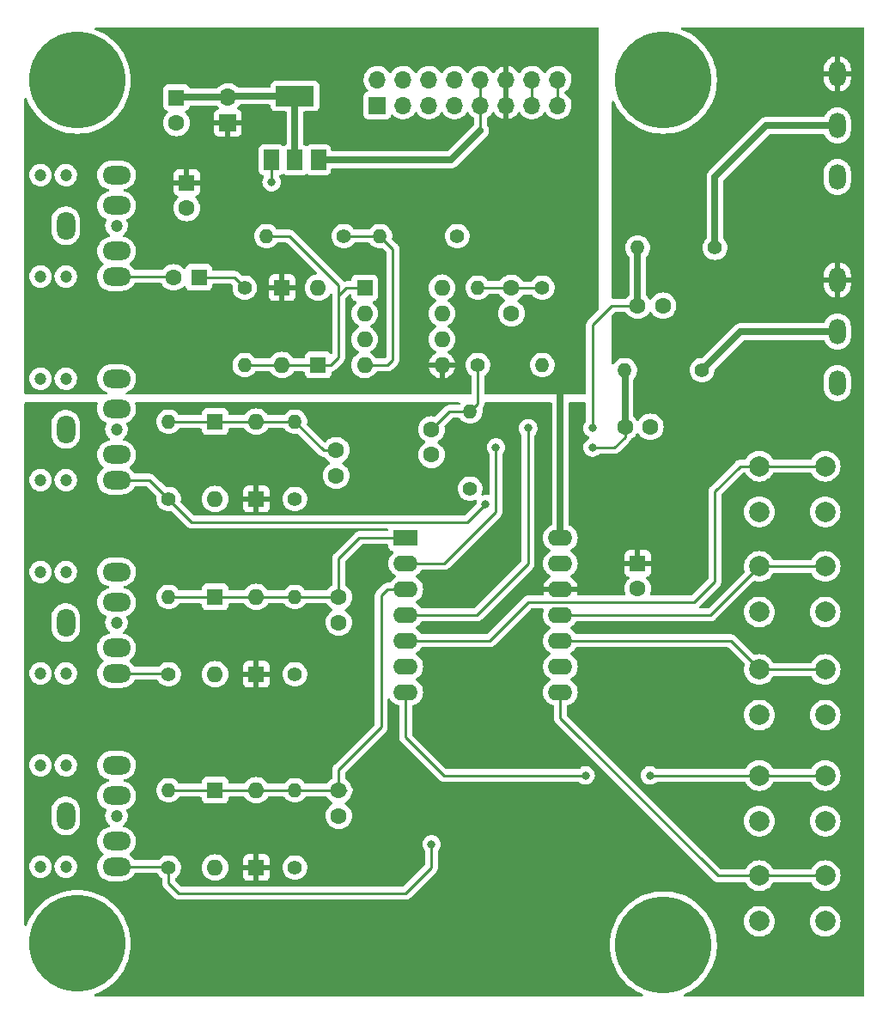
<source format=gtl>
%TF.GenerationSoftware,KiCad,Pcbnew,(6.0.1)*%
%TF.CreationDate,2022-10-04T15:25:36-04:00*%
%TF.ProjectId,SYNTH-VCO-01,53594e54-482d-4564-934f-2d30312e6b69,1*%
%TF.SameCoordinates,Original*%
%TF.FileFunction,Copper,L1,Top*%
%TF.FilePolarity,Positive*%
%FSLAX46Y46*%
G04 Gerber Fmt 4.6, Leading zero omitted, Abs format (unit mm)*
G04 Created by KiCad (PCBNEW (6.0.1)) date 2022-10-04 15:25:36*
%MOMM*%
%LPD*%
G01*
G04 APERTURE LIST*
%TA.AperFunction,ComponentPad*%
%ADD10R,1.600000X1.600000*%
%TD*%
%TA.AperFunction,ComponentPad*%
%ADD11C,1.600000*%
%TD*%
%TA.AperFunction,ComponentPad*%
%ADD12C,1.400000*%
%TD*%
%TA.AperFunction,ComponentPad*%
%ADD13O,1.400000X1.400000*%
%TD*%
%TA.AperFunction,ComponentPad*%
%ADD14O,1.600000X1.600000*%
%TD*%
%TA.AperFunction,ComponentPad*%
%ADD15C,9.525000*%
%TD*%
%TA.AperFunction,ComponentPad*%
%ADD16O,1.651000X2.540000*%
%TD*%
%TA.AperFunction,ComponentPad*%
%ADD17C,2.000000*%
%TD*%
%TA.AperFunction,ComponentPad*%
%ADD18C,1.200000*%
%TD*%
%TA.AperFunction,ComponentPad*%
%ADD19O,2.800000X1.800000*%
%TD*%
%TA.AperFunction,ComponentPad*%
%ADD20O,1.800000X2.800000*%
%TD*%
%TA.AperFunction,ComponentPad*%
%ADD21R,1.700000X1.700000*%
%TD*%
%TA.AperFunction,ComponentPad*%
%ADD22O,1.700000X1.700000*%
%TD*%
%TA.AperFunction,ComponentPad*%
%ADD23R,2.400000X1.600000*%
%TD*%
%TA.AperFunction,ComponentPad*%
%ADD24O,2.400000X1.600000*%
%TD*%
%TA.AperFunction,SMDPad,CuDef*%
%ADD25R,1.500000X2.000000*%
%TD*%
%TA.AperFunction,SMDPad,CuDef*%
%ADD26R,3.800000X2.000000*%
%TD*%
%TA.AperFunction,ViaPad*%
%ADD27C,0.800000*%
%TD*%
%TA.AperFunction,Conductor*%
%ADD28C,0.254000*%
%TD*%
%TA.AperFunction,Conductor*%
%ADD29C,0.635000*%
%TD*%
G04 APERTURE END LIST*
D10*
%TO.P,C2,1*%
%TO.N,+5V*%
X102870000Y-38672888D03*
D11*
%TO.P,C2,2*%
%TO.N,GND*%
X102870000Y-41172888D03*
%TD*%
D12*
%TO.P,R9,1*%
%TO.N,/GATE*%
X101092000Y-69850000D03*
D13*
%TO.P,R9,2*%
%TO.N,/GATE_CTL*%
X101092000Y-62230000D03*
%TD*%
D10*
%TO.P,C9,1*%
%TO.N,+3V3*%
X147320000Y-76200000D03*
D11*
%TO.P,C9,2*%
%TO.N,GND*%
X147320000Y-78700000D03*
%TD*%
D10*
%TO.P,D2,1,K*%
%TO.N,Net-(D1-Pad2)*%
X115824000Y-56642000D03*
D14*
%TO.P,D2,2,A*%
%TO.N,GND*%
X115824000Y-49022000D03*
%TD*%
D15*
%TO.P,MTG2,1*%
%TO.N,N/C*%
X92075000Y-113665000D03*
%TD*%
D16*
%TO.P,RV2,1,1*%
%TO.N,+3V3*%
X167005000Y-48260000D03*
%TO.P,RV2,2,2*%
%TO.N,Net-(R7-Pad1)*%
X167005000Y-53340000D03*
%TO.P,RV2,3,3*%
%TO.N,GND*%
X167005000Y-58420000D03*
%TD*%
D10*
%TO.P,D6,1,K*%
%TO.N,+3V3*%
X109728000Y-87122000D03*
D14*
%TO.P,D6,2,A*%
%TO.N,/VPEROCT_CV*%
X109728000Y-79502000D03*
%TD*%
D10*
%TO.P,D8,1,K*%
%TO.N,+3V3*%
X109728000Y-106172000D03*
D14*
%TO.P,D8,2,A*%
%TO.N,/MOD_CV*%
X109728000Y-98552000D03*
%TD*%
D15*
%TO.P,MTG3,1*%
%TO.N,N/C*%
X149860000Y-28575000D03*
%TD*%
D17*
%TO.P,SW2,1,1*%
%TO.N,/MODE_UP_PB*%
X165810000Y-76490000D03*
X159310000Y-76490000D03*
%TO.P,SW2,2,2*%
%TO.N,GND*%
X159310000Y-80990000D03*
X165810000Y-80990000D03*
%TD*%
D10*
%TO.P,D5,1,K*%
%TO.N,/VPEROCT_CV*%
X105664000Y-79502000D03*
D14*
%TO.P,D5,2,A*%
%TO.N,GND*%
X105664000Y-87122000D03*
%TD*%
D17*
%TO.P,SW1,1,1*%
%TO.N,GND*%
X165810000Y-71120000D03*
X159310000Y-71120000D03*
%TO.P,SW1,2,2*%
%TO.N,/TIMBRE_PB*%
X165810000Y-66620000D03*
X159310000Y-66620000D03*
%TD*%
D12*
%TO.P,R13,1*%
%TO.N,/CV*%
X101092000Y-106172000D03*
D13*
%TO.P,R13,2*%
%TO.N,/MOD_CV*%
X101092000Y-98552000D03*
%TD*%
D12*
%TO.P,R3,1*%
%TO.N,Net-(R3-Pad1)*%
X154940000Y-45085000D03*
D13*
%TO.P,R3,2*%
%TO.N,/MOD_POT*%
X147320000Y-45085000D03*
%TD*%
D12*
%TO.P,R1,1*%
%TO.N,Net-(R1-Pad1)*%
X118364000Y-43942000D03*
D13*
%TO.P,R1,2*%
%TO.N,Net-(D1-Pad2)*%
X110744000Y-43942000D03*
%TD*%
D18*
%TO.P,J5,90*%
%TO.N,N/C*%
X88448000Y-106092000D03*
X95948000Y-101092000D03*
X88448000Y-96092000D03*
X90948000Y-96092000D03*
X90948000Y-106092000D03*
D19*
%TO.P,J5,R*%
%TO.N,unconnected-(J5-PadR)*%
X95948000Y-96092000D03*
%TO.P,J5,RN*%
%TO.N,N/C*%
X95948000Y-99092000D03*
D20*
%TO.P,J5,S*%
%TO.N,GND*%
X90948000Y-101092000D03*
D19*
%TO.P,J5,T*%
%TO.N,/CV*%
X95948000Y-106092000D03*
%TO.P,J5,TN*%
%TO.N,N/C*%
X95948000Y-103592000D03*
%TD*%
D11*
%TO.P,C8,1*%
%TO.N,/GATE_CTL*%
X117602000Y-65044000D03*
%TO.P,C8,2*%
%TO.N,GND*%
X117602000Y-67544000D03*
%TD*%
%TO.P,C10,1*%
%TO.N,/VPEROCT_CV*%
X117856000Y-79522000D03*
%TO.P,C10,2*%
%TO.N,GND*%
X117856000Y-82022000D03*
%TD*%
D17*
%TO.P,SW4,1,1*%
%TO.N,GND*%
X159310000Y-101600000D03*
X165810000Y-101600000D03*
%TO.P,SW4,2,2*%
%TO.N,/OCT_UP_PB*%
X159310000Y-97100000D03*
X165810000Y-97100000D03*
%TD*%
D10*
%TO.P,D3,1,K*%
%TO.N,/GATE_CTL*%
X105664000Y-62230000D03*
D14*
%TO.P,D3,2,A*%
%TO.N,GND*%
X105664000Y-69850000D03*
%TD*%
D11*
%TO.P,C6,1*%
%TO.N,Net-(C6-Pad1)*%
X127000000Y-63000000D03*
%TO.P,C6,2*%
%TO.N,GND*%
X127000000Y-65500000D03*
%TD*%
D12*
%TO.P,R5,1*%
%TO.N,Net-(C6-Pad1)*%
X131572000Y-56642000D03*
D13*
%TO.P,R5,2*%
%TO.N,/PRE_FILT*%
X131572000Y-49022000D03*
%TD*%
D12*
%TO.P,R10,1*%
%TO.N,GND*%
X113538000Y-69850000D03*
D13*
%TO.P,R10,2*%
%TO.N,/GATE_CTL*%
X113538000Y-62230000D03*
%TD*%
D12*
%TO.P,R11,1*%
%TO.N,/V_OCT*%
X101092000Y-87122000D03*
D13*
%TO.P,R11,2*%
%TO.N,/VPEROCT_CV*%
X101092000Y-79502000D03*
%TD*%
D11*
%TO.P,C11,1*%
%TO.N,/MOD_CV*%
X117856000Y-98572000D03*
%TO.P,C11,2*%
%TO.N,GND*%
X117856000Y-101072000D03*
%TD*%
D10*
%TO.P,D1,1,K*%
%TO.N,+5V*%
X112268000Y-49022000D03*
D14*
%TO.P,D1,2,A*%
%TO.N,Net-(D1-Pad2)*%
X112268000Y-56642000D03*
%TD*%
D17*
%TO.P,SW3,1,1*%
%TO.N,/MODE_DN_PB*%
X159310000Y-86650000D03*
X165810000Y-86650000D03*
%TO.P,SW3,2,2*%
%TO.N,GND*%
X159310000Y-91150000D03*
X165810000Y-91150000D03*
%TD*%
D10*
%TO.P,D7,1,K*%
%TO.N,/MOD_CV*%
X105664000Y-98552000D03*
D14*
%TO.P,D7,2,A*%
%TO.N,GND*%
X105664000Y-106172000D03*
%TD*%
D10*
%TO.P,U2,1*%
%TO.N,Net-(D1-Pad2)*%
X120406000Y-49032000D03*
D14*
%TO.P,U2,2,V-*%
%TO.N,GND*%
X120406000Y-51572000D03*
%TO.P,U2,3,+*%
%TO.N,/PRE_FILT*%
X120406000Y-54112000D03*
%TO.P,U2,4,-*%
%TO.N,Net-(R1-Pad1)*%
X120406000Y-56652000D03*
%TO.P,U2,5,V+*%
%TO.N,+5V*%
X128026000Y-56652000D03*
%TO.P,U2,6*%
%TO.N,N/C*%
X128026000Y-54112000D03*
%TO.P,U2,7*%
X128026000Y-51572000D03*
%TO.P,U2,8*%
X128026000Y-49032000D03*
%TD*%
D12*
%TO.P,R4,1*%
%TO.N,/AUD_OUT*%
X108585000Y-49022000D03*
D13*
%TO.P,R4,2*%
%TO.N,Net-(D1-Pad2)*%
X108585000Y-56642000D03*
%TD*%
D10*
%TO.P,D4,1,K*%
%TO.N,+3V3*%
X109728000Y-69850000D03*
D14*
%TO.P,D4,2,A*%
%TO.N,/GATE_CTL*%
X109728000Y-62230000D03*
%TD*%
D11*
%TO.P,C4,1*%
%TO.N,/PRE_FILT*%
X134874000Y-49042000D03*
%TO.P,C4,2*%
%TO.N,GND*%
X134874000Y-51542000D03*
%TD*%
D21*
%TO.P,J1,1,Pin_1*%
%TO.N,unconnected-(J1-Pad1)*%
X121666000Y-31050000D03*
D22*
%TO.P,J1,2,Pin_2*%
%TO.N,unconnected-(J1-Pad2)*%
X121666000Y-28510000D03*
%TO.P,J1,3,Pin_3*%
%TO.N,GND*%
X124206000Y-31050000D03*
%TO.P,J1,4,Pin_4*%
X124206000Y-28510000D03*
%TO.P,J1,5,Pin_5*%
X126746000Y-31050000D03*
%TO.P,J1,6,Pin_6*%
X126746000Y-28510000D03*
%TO.P,J1,7,Pin_7*%
X129286000Y-31050000D03*
%TO.P,J1,8,Pin_8*%
X129286000Y-28510000D03*
%TO.P,J1,9,Pin_9*%
%TO.N,+12V*%
X131826000Y-31050000D03*
%TO.P,J1,10,Pin_10*%
X131826000Y-28510000D03*
%TO.P,J1,11,Pin_11*%
%TO.N,+5V*%
X134366000Y-31050000D03*
%TO.P,J1,12,Pin_12*%
X134366000Y-28510000D03*
%TO.P,J1,13,Pin_13*%
%TO.N,/CV*%
X136906000Y-31050000D03*
%TO.P,J1,14,Pin_14*%
X136906000Y-28510000D03*
%TO.P,J1,15,Pin_15*%
%TO.N,/GATE*%
X139446000Y-31050000D03*
%TO.P,J1,16,Pin_16*%
X139446000Y-28510000D03*
%TD*%
D12*
%TO.P,R7,1*%
%TO.N,Net-(R7-Pad1)*%
X153670000Y-57150000D03*
D13*
%TO.P,R7,2*%
%TO.N,/FREQ_POT*%
X146050000Y-57150000D03*
%TD*%
D23*
%TO.P,U3,1,D0/P26*%
%TO.N,/VPEROCT_CV*%
X124460000Y-73660000D03*
D24*
%TO.P,U3,2,D1/P27*%
%TO.N,/FREQ_POT*%
X124460000Y-76200000D03*
%TO.P,U3,3,D2/P28*%
%TO.N,/MOD_CV*%
X124460000Y-78740000D03*
%TO.P,U3,4,D3/P29*%
%TO.N,/MOD_POT*%
X124460000Y-81280000D03*
%TO.P,U3,5,D4/SDA/P6*%
%TO.N,/TIMBRE_PB*%
X124460000Y-83820000D03*
%TO.P,U3,6,D5/SCL/P7*%
%TO.N,/GATE_CTL*%
X124460000Y-86360000D03*
%TO.P,U3,7,D6/TX/P0*%
%TO.N,/OCT_UP_PB*%
X124460000Y-88900000D03*
%TO.P,U3,8,D7/RX/P1*%
%TO.N,/OCT_DN_PB*%
X139700000Y-88900000D03*
%TO.P,U3,9,D8/SCK/P2*%
%TO.N,/WAV*%
X139700000Y-86360000D03*
%TO.P,U3,10,D9/MISO/P4*%
%TO.N,/MODE_DN_PB*%
X139700000Y-83820000D03*
%TO.P,U3,11,D10/MOSI/P3*%
%TO.N,/MODE_UP_PB*%
X139700000Y-81280000D03*
%TO.P,U3,12,3.3V*%
%TO.N,+3V3*%
X139700000Y-78740000D03*
%TO.P,U3,13,GND*%
%TO.N,GND*%
X139700000Y-76200000D03*
%TO.P,U3,14,5V*%
%TO.N,+5V*%
X139700000Y-73660000D03*
%TD*%
D21*
%TO.P,H1,1,Pin_1*%
%TO.N,+5V*%
X106934000Y-32771000D03*
D22*
%TO.P,H1,2,Pin_2*%
%TO.N,Net-(C1-Pad1)*%
X106934000Y-30231000D03*
%TD*%
D15*
%TO.P,MTG4,1*%
%TO.N,N/C*%
X149860000Y-113792000D03*
%TD*%
%TO.P,MTG1,1*%
%TO.N,N/C*%
X92075000Y-28575000D03*
%TD*%
D12*
%TO.P,R14,1*%
%TO.N,GND*%
X113538000Y-106172000D03*
D13*
%TO.P,R14,2*%
%TO.N,/MOD_CV*%
X113538000Y-98552000D03*
%TD*%
D11*
%TO.P,C5,1*%
%TO.N,/MOD_POT*%
X147320000Y-50800000D03*
%TO.P,C5,2*%
%TO.N,GND*%
X149820000Y-50800000D03*
%TD*%
D12*
%TO.P,R2,1*%
%TO.N,GND*%
X129540000Y-43942000D03*
D13*
%TO.P,R2,2*%
%TO.N,Net-(R1-Pad1)*%
X121920000Y-43942000D03*
%TD*%
D17*
%TO.P,SW5,1,1*%
%TO.N,/OCT_DN_PB*%
X165810000Y-106970000D03*
X159310000Y-106970000D03*
%TO.P,SW5,2,2*%
%TO.N,GND*%
X165810000Y-111470000D03*
X159310000Y-111470000D03*
%TD*%
D16*
%TO.P,RV1,1,1*%
%TO.N,+3V3*%
X167005000Y-27945000D03*
%TO.P,RV1,2,2*%
%TO.N,Net-(R3-Pad1)*%
X167005000Y-33025000D03*
%TO.P,RV1,3,3*%
%TO.N,GND*%
X167005000Y-38105000D03*
%TD*%
D12*
%TO.P,R6,1*%
%TO.N,/PRE_FILT*%
X137922000Y-49022000D03*
D13*
%TO.P,R6,2*%
%TO.N,GND*%
X137922000Y-56642000D03*
%TD*%
D12*
%TO.P,R8,1*%
%TO.N,/WAV*%
X130810000Y-68834000D03*
D13*
%TO.P,R8,2*%
%TO.N,Net-(C6-Pad1)*%
X130810000Y-61214000D03*
%TD*%
D18*
%TO.P,J3,90*%
%TO.N,N/C*%
X88448000Y-67992000D03*
X90948000Y-57992000D03*
X88448000Y-57992000D03*
X95948000Y-62992000D03*
X90948000Y-67992000D03*
D19*
%TO.P,J3,R*%
%TO.N,unconnected-(J3-PadR)*%
X95948000Y-57992000D03*
%TO.P,J3,RN*%
%TO.N,N/C*%
X95948000Y-60992000D03*
D20*
%TO.P,J3,S*%
%TO.N,GND*%
X90948000Y-62992000D03*
D19*
%TO.P,J3,T*%
%TO.N,/GATE*%
X95948000Y-67992000D03*
%TO.P,J3,TN*%
%TO.N,N/C*%
X95948000Y-65492000D03*
%TD*%
D10*
%TO.P,C3,1*%
%TO.N,/AUD_OUT*%
X104075113Y-48006000D03*
D11*
%TO.P,C3,2*%
%TO.N,Net-(C3-Pad2)*%
X101575113Y-48006000D03*
%TD*%
D18*
%TO.P,J4,90*%
%TO.N,N/C*%
X88448000Y-77042000D03*
X90948000Y-77042000D03*
X95948000Y-82042000D03*
X90948000Y-87042000D03*
X88448000Y-87042000D03*
D19*
%TO.P,J4,R*%
%TO.N,unconnected-(J4-PadR)*%
X95948000Y-77042000D03*
%TO.P,J4,RN*%
%TO.N,N/C*%
X95948000Y-80042000D03*
D20*
%TO.P,J4,S*%
%TO.N,GND*%
X90948000Y-82042000D03*
D19*
%TO.P,J4,T*%
%TO.N,/V_OCT*%
X95948000Y-87042000D03*
%TO.P,J4,TN*%
%TO.N,N/C*%
X95948000Y-84542000D03*
%TD*%
D10*
%TO.P,C1,1*%
%TO.N,Net-(C1-Pad1)*%
X101854000Y-30290888D03*
D11*
%TO.P,C1,2*%
%TO.N,GND*%
X101854000Y-32790888D03*
%TD*%
D18*
%TO.P,J2,90*%
%TO.N,N/C*%
X90948000Y-37926000D03*
X88448000Y-37926000D03*
X90948000Y-47926000D03*
X95948000Y-42926000D03*
X88448000Y-47926000D03*
D19*
%TO.P,J2,R*%
%TO.N,unconnected-(J2-PadR)*%
X95948000Y-37926000D03*
%TO.P,J2,RN*%
%TO.N,N/C*%
X95948000Y-40926000D03*
D20*
%TO.P,J2,S*%
%TO.N,GND*%
X90948000Y-42926000D03*
D19*
%TO.P,J2,T*%
%TO.N,Net-(C3-Pad2)*%
X95948000Y-47926000D03*
%TO.P,J2,TN*%
%TO.N,N/C*%
X95948000Y-45426000D03*
%TD*%
D12*
%TO.P,R12,1*%
%TO.N,GND*%
X113538000Y-87122000D03*
D13*
%TO.P,R12,2*%
%TO.N,/VPEROCT_CV*%
X113538000Y-79502000D03*
%TD*%
D25*
%TO.P,U1,1,GND*%
%TO.N,GND*%
X111238000Y-36424000D03*
%TO.P,U1,2,VO*%
%TO.N,Net-(C1-Pad1)*%
X113538000Y-36424000D03*
%TO.P,U1,3,VIN*%
%TO.N,+12V*%
X115838000Y-36424000D03*
D26*
%TO.P,U1,4,VO*%
%TO.N,Net-(C1-Pad1)*%
X113538000Y-30124000D03*
%TD*%
D11*
%TO.P,C7,1*%
%TO.N,/FREQ_POT*%
X146070000Y-62738000D03*
%TO.P,C7,2*%
%TO.N,GND*%
X148570000Y-62738000D03*
%TD*%
D27*
%TO.N,GND*%
X111238000Y-38622000D03*
%TO.N,/FREQ_POT*%
X133350000Y-64770000D03*
X142875000Y-64770000D03*
%TO.N,/MOD_POT*%
X142875000Y-62865000D03*
X136525000Y-62865000D03*
%TO.N,/CV*%
X127000000Y-103886000D03*
%TO.N,/GATE*%
X132334000Y-70358000D03*
%TO.N,/OCT_UP_PB*%
X148535000Y-97100000D03*
X142185000Y-97100000D03*
%TD*%
D28*
%TO.N,Net-(C6-Pad1)*%
X128786000Y-61214000D02*
X127000000Y-63000000D01*
X130810000Y-61214000D02*
X128786000Y-61214000D01*
%TO.N,GND*%
X111238000Y-38622000D02*
X111238000Y-36424000D01*
%TO.N,+3V3*%
X144145000Y-76200000D02*
X147320000Y-76200000D01*
X141605000Y-78740000D02*
X144145000Y-76200000D01*
X139700000Y-78740000D02*
X141605000Y-78740000D01*
D29*
%TO.N,+5V*%
X139700000Y-73660000D02*
X139700000Y-58420000D01*
D28*
%TO.N,Net-(C3-Pad2)*%
X95948000Y-47926000D02*
X101495113Y-47926000D01*
%TO.N,/GATE_CTL*%
X109728000Y-62230000D02*
X113538000Y-62230000D01*
X101092000Y-62230000D02*
X109982000Y-62230000D01*
X116352000Y-65044000D02*
X113538000Y-62230000D01*
X117602000Y-65044000D02*
X116352000Y-65044000D01*
%TO.N,/FREQ_POT*%
X142875000Y-64770000D02*
X145034000Y-64770000D01*
X133350000Y-71120000D02*
X133350000Y-64770000D01*
X124460000Y-76200000D02*
X128270000Y-76200000D01*
X128270000Y-76200000D02*
X133350000Y-71120000D01*
X146070000Y-63734000D02*
X146070000Y-61976000D01*
D29*
X146070000Y-61976000D02*
X146070000Y-57170000D01*
D28*
X145034000Y-64770000D02*
X146070000Y-63734000D01*
%TO.N,/VPEROCT_CV*%
X113538000Y-79502000D02*
X117836000Y-79502000D01*
X119888000Y-73660000D02*
X117856000Y-75692000D01*
X109728000Y-79502000D02*
X113538000Y-79502000D01*
X101092000Y-79502000D02*
X105664000Y-79502000D01*
X117856000Y-75692000D02*
X117856000Y-79522000D01*
X124460000Y-73660000D02*
X119888000Y-73660000D01*
X109728000Y-79502000D02*
X105664000Y-79502000D01*
%TO.N,/MOD_POT*%
X136525000Y-76200000D02*
X136525000Y-62865000D01*
X142875000Y-62865000D02*
X142875000Y-52705000D01*
X142875000Y-52705000D02*
X144780000Y-50800000D01*
X131445000Y-81280000D02*
X136525000Y-76200000D01*
X144780000Y-50800000D02*
X147320000Y-50800000D01*
D29*
X147320000Y-50800000D02*
X147320000Y-45085000D01*
D28*
X124460000Y-81280000D02*
X131445000Y-81280000D01*
%TO.N,/MOD_CV*%
X101600000Y-98552000D02*
X113538000Y-98552000D01*
X122047000Y-79375000D02*
X122047000Y-92329000D01*
X113538000Y-98552000D02*
X118598000Y-98552000D01*
X117856000Y-96520000D02*
X117856000Y-98572000D01*
X122047000Y-92329000D02*
X117856000Y-96520000D01*
X124460000Y-78740000D02*
X122682000Y-78740000D01*
X122682000Y-78740000D02*
X122047000Y-79375000D01*
%TO.N,Net-(D1-Pad2)*%
X120406000Y-49032000D02*
X118608000Y-49032000D01*
X117856000Y-49784000D02*
X117856000Y-48800978D01*
X108585000Y-56642000D02*
X112268000Y-56642000D01*
X117094000Y-56642000D02*
X115824000Y-56642000D01*
X117856000Y-48800978D02*
X112997022Y-43942000D01*
X112268000Y-56642000D02*
X115824000Y-56642000D01*
X117856000Y-55880000D02*
X117094000Y-56642000D01*
X117856000Y-49784000D02*
X117856000Y-55880000D01*
X112997022Y-43942000D02*
X110744000Y-43942000D01*
X118608000Y-49032000D02*
X117856000Y-49784000D01*
%TO.N,/PRE_FILT*%
X131572000Y-49022000D02*
X134854000Y-49022000D01*
X134874000Y-49042000D02*
X137902000Y-49042000D01*
%TO.N,/AUD_OUT*%
X104075113Y-48006000D02*
X107569000Y-48006000D01*
X107569000Y-48006000D02*
X108585000Y-49022000D01*
%TO.N,/TIMBRE_PB*%
X159310000Y-66620000D02*
X165810000Y-66620000D01*
X152908000Y-80010000D02*
X154940000Y-77978000D01*
X154940000Y-77978000D02*
X154940000Y-69088000D01*
X124460000Y-83820000D02*
X132715000Y-83820000D01*
X154940000Y-69088000D02*
X157408000Y-66620000D01*
X132715000Y-83820000D02*
X136525000Y-80010000D01*
X136525000Y-80010000D02*
X152908000Y-80010000D01*
X157408000Y-66620000D02*
X159310000Y-66620000D01*
%TO.N,/MODE_UP_PB*%
X159310000Y-76490000D02*
X165810000Y-76490000D01*
X139700000Y-81280000D02*
X154520000Y-81280000D01*
X154520000Y-81280000D02*
X159310000Y-76490000D01*
%TO.N,/MODE_DN_PB*%
X156480000Y-83820000D02*
X159310000Y-86650000D01*
X159310000Y-86650000D02*
X165810000Y-86650000D01*
X139700000Y-83820000D02*
X156480000Y-83820000D01*
D29*
%TO.N,+12V*%
X115838000Y-36424000D02*
X128930000Y-36424000D01*
X128930000Y-36424000D02*
X131826000Y-33528000D01*
D28*
X131826000Y-33528000D02*
X131826000Y-31050000D01*
X131826000Y-31050000D02*
X131826000Y-28510000D01*
%TO.N,/CV*%
X127000000Y-106172000D02*
X127000000Y-103886000D01*
X136906000Y-28510000D02*
X136906000Y-31050000D01*
X124460000Y-108712000D02*
X127000000Y-106172000D01*
X102108000Y-108712000D02*
X124460000Y-108712000D01*
X95948000Y-106092000D02*
X101012000Y-106092000D01*
X101092000Y-106172000D02*
X101092000Y-107696000D01*
X101092000Y-107696000D02*
X102108000Y-108712000D01*
%TO.N,/GATE*%
X99234000Y-67992000D02*
X101092000Y-69850000D01*
X130556000Y-72136000D02*
X132334000Y-70358000D01*
X103378000Y-72136000D02*
X130556000Y-72136000D01*
X139446000Y-28510000D02*
X139446000Y-31050000D01*
X101092000Y-69850000D02*
X103378000Y-72136000D01*
X95948000Y-67992000D02*
X99234000Y-67992000D01*
%TO.N,/OCT_UP_PB*%
X165810000Y-97100000D02*
X159310000Y-97100000D01*
X128215000Y-97100000D02*
X142185000Y-97100000D01*
X159310000Y-97100000D02*
X148535000Y-97100000D01*
X124460000Y-93345000D02*
X128215000Y-97100000D01*
X124460000Y-88900000D02*
X124460000Y-93345000D01*
D29*
%TO.N,Net-(C1-Pad1)*%
X106934000Y-30231000D02*
X101913888Y-30231000D01*
X113538000Y-36424000D02*
X113538000Y-30124000D01*
X113538000Y-30124000D02*
X107041000Y-30124000D01*
D28*
%TO.N,Net-(C6-Pad1)*%
X131572000Y-60452000D02*
X131572000Y-56642000D01*
X130810000Y-61214000D02*
X131572000Y-60452000D01*
%TO.N,/OCT_DN_PB*%
X159310000Y-106970000D02*
X155230000Y-106970000D01*
X155230000Y-106970000D02*
X139700000Y-91440000D01*
X165810000Y-106970000D02*
X159310000Y-106970000D01*
X139700000Y-91440000D02*
X139700000Y-88900000D01*
%TO.N,/V_OCT*%
X95948000Y-87042000D02*
X101012000Y-87042000D01*
%TO.N,Net-(R1-Pad1)*%
X123190000Y-56134000D02*
X123190000Y-45212000D01*
X123190000Y-45212000D02*
X121920000Y-43942000D01*
X118364000Y-43942000D02*
X121920000Y-43942000D01*
X120406000Y-56652000D02*
X122672000Y-56652000D01*
X122672000Y-56652000D02*
X123190000Y-56134000D01*
D29*
%TO.N,Net-(R3-Pad1)*%
X160025000Y-33025000D02*
X167005000Y-33025000D01*
X154940000Y-38100000D02*
X160020000Y-33020000D01*
X154940000Y-38100000D02*
X154940000Y-45085000D01*
D28*
X160020000Y-33020000D02*
X160025000Y-33025000D01*
D29*
%TO.N,Net-(R7-Pad1)*%
X167005000Y-53340000D02*
X157480000Y-53340000D01*
X157480000Y-53340000D02*
X153670000Y-57150000D01*
%TD*%
%TA.AperFunction,Conductor*%
%TO.N,+3V3*%
G36*
X169614121Y-23388002D02*
G01*
X169660614Y-23441658D01*
X169672000Y-23494000D01*
X169672000Y-118746000D01*
X169651998Y-118814121D01*
X169598342Y-118860614D01*
X169546000Y-118872000D01*
X152003028Y-118872000D01*
X151934907Y-118851998D01*
X151888414Y-118798342D01*
X151878310Y-118728068D01*
X151907804Y-118663488D01*
X151954810Y-118629591D01*
X151963888Y-118625831D01*
X152089743Y-118573700D01*
X152498011Y-118361169D01*
X152886202Y-118113864D01*
X153125147Y-117930515D01*
X153249194Y-117835331D01*
X153249200Y-117835326D01*
X153251362Y-117833667D01*
X153590711Y-117522711D01*
X153901667Y-117183362D01*
X154181864Y-116818202D01*
X154429169Y-116430011D01*
X154641700Y-116021743D01*
X154817839Y-115596506D01*
X154860875Y-115460015D01*
X154955417Y-115160165D01*
X154955418Y-115160160D01*
X154956246Y-115157535D01*
X155055867Y-114708172D01*
X155115945Y-114251836D01*
X155121371Y-114127575D01*
X155135902Y-113794748D01*
X155136022Y-113792000D01*
X155115945Y-113332164D01*
X155067546Y-112964535D01*
X155056226Y-112878553D01*
X155056225Y-112878548D01*
X155055867Y-112875828D01*
X154956246Y-112426465D01*
X154872603Y-112161183D01*
X154818668Y-111990122D01*
X154818665Y-111990114D01*
X154817839Y-111987494D01*
X154641700Y-111562257D01*
X154593674Y-111470000D01*
X157796835Y-111470000D01*
X157815465Y-111706711D01*
X157870895Y-111937594D01*
X157872788Y-111942165D01*
X157872789Y-111942167D01*
X157892653Y-111990122D01*
X157961760Y-112156963D01*
X157964346Y-112161183D01*
X158083241Y-112355202D01*
X158083245Y-112355208D01*
X158085824Y-112359416D01*
X158240031Y-112539969D01*
X158420584Y-112694176D01*
X158424792Y-112696755D01*
X158424798Y-112696759D01*
X158509767Y-112748828D01*
X158623037Y-112818240D01*
X158627607Y-112820133D01*
X158627611Y-112820135D01*
X158768646Y-112878553D01*
X158842406Y-112909105D01*
X158922609Y-112928360D01*
X159068476Y-112963380D01*
X159068482Y-112963381D01*
X159073289Y-112964535D01*
X159310000Y-112983165D01*
X159546711Y-112964535D01*
X159551518Y-112963381D01*
X159551524Y-112963380D01*
X159697391Y-112928360D01*
X159777594Y-112909105D01*
X159851354Y-112878553D01*
X159992389Y-112820135D01*
X159992393Y-112820133D01*
X159996963Y-112818240D01*
X160110233Y-112748828D01*
X160195202Y-112696759D01*
X160195208Y-112696755D01*
X160199416Y-112694176D01*
X160379969Y-112539969D01*
X160534176Y-112359416D01*
X160536755Y-112355208D01*
X160536759Y-112355202D01*
X160655654Y-112161183D01*
X160658240Y-112156963D01*
X160727348Y-111990122D01*
X160747211Y-111942167D01*
X160747212Y-111942165D01*
X160749105Y-111937594D01*
X160804535Y-111706711D01*
X160823165Y-111470000D01*
X164296835Y-111470000D01*
X164315465Y-111706711D01*
X164370895Y-111937594D01*
X164372788Y-111942165D01*
X164372789Y-111942167D01*
X164392653Y-111990122D01*
X164461760Y-112156963D01*
X164464346Y-112161183D01*
X164583241Y-112355202D01*
X164583245Y-112355208D01*
X164585824Y-112359416D01*
X164740031Y-112539969D01*
X164920584Y-112694176D01*
X164924792Y-112696755D01*
X164924798Y-112696759D01*
X165009767Y-112748828D01*
X165123037Y-112818240D01*
X165127607Y-112820133D01*
X165127611Y-112820135D01*
X165268646Y-112878553D01*
X165342406Y-112909105D01*
X165422609Y-112928360D01*
X165568476Y-112963380D01*
X165568482Y-112963381D01*
X165573289Y-112964535D01*
X165810000Y-112983165D01*
X166046711Y-112964535D01*
X166051518Y-112963381D01*
X166051524Y-112963380D01*
X166197391Y-112928360D01*
X166277594Y-112909105D01*
X166351354Y-112878553D01*
X166492389Y-112820135D01*
X166492393Y-112820133D01*
X166496963Y-112818240D01*
X166610233Y-112748828D01*
X166695202Y-112696759D01*
X166695208Y-112696755D01*
X166699416Y-112694176D01*
X166879969Y-112539969D01*
X167034176Y-112359416D01*
X167036755Y-112355208D01*
X167036759Y-112355202D01*
X167155654Y-112161183D01*
X167158240Y-112156963D01*
X167227348Y-111990122D01*
X167247211Y-111942167D01*
X167247212Y-111942165D01*
X167249105Y-111937594D01*
X167304535Y-111706711D01*
X167323165Y-111470000D01*
X167304535Y-111233289D01*
X167249105Y-111002406D01*
X167158240Y-110783037D01*
X167068518Y-110636624D01*
X167036759Y-110584798D01*
X167036755Y-110584792D01*
X167034176Y-110580584D01*
X166879969Y-110400031D01*
X166699416Y-110245824D01*
X166695208Y-110243245D01*
X166695202Y-110243241D01*
X166501183Y-110124346D01*
X166496963Y-110121760D01*
X166492393Y-110119867D01*
X166492389Y-110119865D01*
X166282167Y-110032789D01*
X166282165Y-110032788D01*
X166277594Y-110030895D01*
X166197391Y-110011640D01*
X166051524Y-109976620D01*
X166051518Y-109976619D01*
X166046711Y-109975465D01*
X165810000Y-109956835D01*
X165573289Y-109975465D01*
X165568482Y-109976619D01*
X165568476Y-109976620D01*
X165422609Y-110011640D01*
X165342406Y-110030895D01*
X165337835Y-110032788D01*
X165337833Y-110032789D01*
X165127611Y-110119865D01*
X165127607Y-110119867D01*
X165123037Y-110121760D01*
X165118817Y-110124346D01*
X164924798Y-110243241D01*
X164924792Y-110243245D01*
X164920584Y-110245824D01*
X164740031Y-110400031D01*
X164585824Y-110580584D01*
X164583245Y-110584792D01*
X164583241Y-110584798D01*
X164551482Y-110636624D01*
X164461760Y-110783037D01*
X164370895Y-111002406D01*
X164315465Y-111233289D01*
X164296835Y-111470000D01*
X160823165Y-111470000D01*
X160804535Y-111233289D01*
X160749105Y-111002406D01*
X160658240Y-110783037D01*
X160568518Y-110636624D01*
X160536759Y-110584798D01*
X160536755Y-110584792D01*
X160534176Y-110580584D01*
X160379969Y-110400031D01*
X160199416Y-110245824D01*
X160195208Y-110243245D01*
X160195202Y-110243241D01*
X160001183Y-110124346D01*
X159996963Y-110121760D01*
X159992393Y-110119867D01*
X159992389Y-110119865D01*
X159782167Y-110032789D01*
X159782165Y-110032788D01*
X159777594Y-110030895D01*
X159697391Y-110011640D01*
X159551524Y-109976620D01*
X159551518Y-109976619D01*
X159546711Y-109975465D01*
X159310000Y-109956835D01*
X159073289Y-109975465D01*
X159068482Y-109976619D01*
X159068476Y-109976620D01*
X158922609Y-110011640D01*
X158842406Y-110030895D01*
X158837835Y-110032788D01*
X158837833Y-110032789D01*
X158627611Y-110119865D01*
X158627607Y-110119867D01*
X158623037Y-110121760D01*
X158618817Y-110124346D01*
X158424798Y-110243241D01*
X158424792Y-110243245D01*
X158420584Y-110245824D01*
X158240031Y-110400031D01*
X158085824Y-110580584D01*
X158083245Y-110584792D01*
X158083241Y-110584798D01*
X158051482Y-110636624D01*
X157961760Y-110783037D01*
X157870895Y-111002406D01*
X157815465Y-111233289D01*
X157796835Y-111470000D01*
X154593674Y-111470000D01*
X154429169Y-111153989D01*
X154181864Y-110765798D01*
X153998515Y-110526853D01*
X153903331Y-110402806D01*
X153903326Y-110402800D01*
X153901667Y-110400638D01*
X153590711Y-110061289D01*
X153251362Y-109750333D01*
X153249200Y-109748674D01*
X153249194Y-109748669D01*
X153125147Y-109653485D01*
X152886202Y-109470136D01*
X152498011Y-109222831D01*
X152089743Y-109010300D01*
X151664506Y-108834161D01*
X151661886Y-108833335D01*
X151661878Y-108833332D01*
X151228165Y-108696583D01*
X151228160Y-108696582D01*
X151225535Y-108695754D01*
X150776172Y-108596133D01*
X150773452Y-108595775D01*
X150773447Y-108595774D01*
X150574505Y-108569583D01*
X150319836Y-108536055D01*
X150317087Y-108535935D01*
X150317076Y-108535934D01*
X149862748Y-108516098D01*
X149860000Y-108515978D01*
X149857252Y-108516098D01*
X149402924Y-108535934D01*
X149402913Y-108535935D01*
X149400164Y-108536055D01*
X149145495Y-108569583D01*
X148946553Y-108595774D01*
X148946548Y-108595775D01*
X148943828Y-108596133D01*
X148494465Y-108695754D01*
X148491840Y-108696582D01*
X148491835Y-108696583D01*
X148058122Y-108833332D01*
X148058114Y-108833335D01*
X148055494Y-108834161D01*
X147630257Y-109010300D01*
X147221989Y-109222831D01*
X146833798Y-109470136D01*
X146594853Y-109653485D01*
X146470806Y-109748669D01*
X146470800Y-109748674D01*
X146468638Y-109750333D01*
X146129289Y-110061289D01*
X145818333Y-110400638D01*
X145816674Y-110402800D01*
X145816669Y-110402806D01*
X145721485Y-110526853D01*
X145538136Y-110765798D01*
X145290831Y-111153989D01*
X145078300Y-111562257D01*
X144902161Y-111987494D01*
X144901335Y-111990114D01*
X144901332Y-111990122D01*
X144847397Y-112161183D01*
X144763754Y-112426465D01*
X144664133Y-112875828D01*
X144663775Y-112878548D01*
X144663774Y-112878553D01*
X144652454Y-112964535D01*
X144604055Y-113332164D01*
X144583978Y-113792000D01*
X144584098Y-113794748D01*
X144598630Y-114127575D01*
X144604055Y-114251836D01*
X144664133Y-114708172D01*
X144763754Y-115157535D01*
X144764582Y-115160160D01*
X144764583Y-115160165D01*
X144859126Y-115460015D01*
X144902161Y-115596506D01*
X145078300Y-116021743D01*
X145290831Y-116430011D01*
X145538136Y-116818202D01*
X145818333Y-117183362D01*
X146129289Y-117522711D01*
X146468638Y-117833667D01*
X146470800Y-117835326D01*
X146470806Y-117835331D01*
X146594853Y-117930515D01*
X146833798Y-118113864D01*
X147221989Y-118361169D01*
X147630257Y-118573700D01*
X147756113Y-118625831D01*
X147765190Y-118629591D01*
X147820471Y-118674139D01*
X147842892Y-118741503D01*
X147825334Y-118810294D01*
X147773372Y-118858672D01*
X147716972Y-118872000D01*
X93907902Y-118872000D01*
X93839781Y-118851998D01*
X93793288Y-118798342D01*
X93783184Y-118728068D01*
X93812678Y-118663488D01*
X93870014Y-118625832D01*
X93879506Y-118622839D01*
X94304743Y-118446700D01*
X94713011Y-118234169D01*
X95101202Y-117986864D01*
X95340147Y-117803515D01*
X95464194Y-117708331D01*
X95464200Y-117708326D01*
X95466362Y-117706667D01*
X95805711Y-117395711D01*
X96116667Y-117056362D01*
X96396864Y-116691202D01*
X96644169Y-116303011D01*
X96856700Y-115894743D01*
X97032839Y-115469506D01*
X97045365Y-115429781D01*
X97170417Y-115033165D01*
X97170418Y-115033160D01*
X97171246Y-115030535D01*
X97270867Y-114581172D01*
X97330945Y-114124836D01*
X97351022Y-113665000D01*
X97350170Y-113645483D01*
X97331066Y-113207924D01*
X97331065Y-113207913D01*
X97330945Y-113205164D01*
X97270867Y-112748828D01*
X97171246Y-112299465D01*
X97127646Y-112161183D01*
X97033668Y-111863122D01*
X97033665Y-111863113D01*
X97032839Y-111860494D01*
X96856700Y-111435257D01*
X96644169Y-111026989D01*
X96396864Y-110638798D01*
X96116667Y-110273638D01*
X95805711Y-109934289D01*
X95466362Y-109623333D01*
X95464200Y-109621674D01*
X95464194Y-109621669D01*
X95340147Y-109526485D01*
X95101202Y-109343136D01*
X94713011Y-109095831D01*
X94304743Y-108883300D01*
X93879506Y-108707161D01*
X93876886Y-108706335D01*
X93876878Y-108706332D01*
X93443165Y-108569583D01*
X93443160Y-108569582D01*
X93440535Y-108568754D01*
X92991172Y-108469133D01*
X92988452Y-108468775D01*
X92988447Y-108468774D01*
X92817577Y-108446279D01*
X92534836Y-108409055D01*
X92532087Y-108408935D01*
X92532076Y-108408934D01*
X92077748Y-108389098D01*
X92075000Y-108388978D01*
X92072252Y-108389098D01*
X91617924Y-108408934D01*
X91617913Y-108408935D01*
X91615164Y-108409055D01*
X91332423Y-108446279D01*
X91161553Y-108468774D01*
X91161548Y-108468775D01*
X91158828Y-108469133D01*
X90709465Y-108568754D01*
X90706840Y-108569582D01*
X90706835Y-108569583D01*
X90273122Y-108706332D01*
X90273114Y-108706335D01*
X90270494Y-108707161D01*
X89845257Y-108883300D01*
X89436989Y-109095831D01*
X89048798Y-109343136D01*
X88809853Y-109526485D01*
X88685806Y-109621669D01*
X88685800Y-109621674D01*
X88683638Y-109623333D01*
X88344289Y-109934289D01*
X88033333Y-110273638D01*
X87753136Y-110638798D01*
X87505831Y-111026989D01*
X87293300Y-111435257D01*
X87117161Y-111860494D01*
X87114168Y-111869986D01*
X87074609Y-111928939D01*
X87009456Y-111957146D01*
X86939396Y-111945652D01*
X86886673Y-111898105D01*
X86868000Y-111832098D01*
X86868000Y-106062859D01*
X87335132Y-106062859D01*
X87348457Y-106266151D01*
X87398605Y-106463610D01*
X87483898Y-106648624D01*
X87601479Y-106814997D01*
X87623963Y-106836900D01*
X87737255Y-106947264D01*
X87747410Y-106957157D01*
X87752206Y-106960362D01*
X87752209Y-106960364D01*
X87890264Y-107052609D01*
X87916803Y-107070342D01*
X87922106Y-107072620D01*
X87922109Y-107072622D01*
X88011115Y-107110862D01*
X88103987Y-107150763D01*
X88176817Y-107167243D01*
X88297055Y-107194450D01*
X88297060Y-107194451D01*
X88302692Y-107195725D01*
X88308463Y-107195952D01*
X88308465Y-107195952D01*
X88371470Y-107198427D01*
X88506263Y-107203723D01*
X88707883Y-107174490D01*
X88713347Y-107172635D01*
X88713352Y-107172634D01*
X88895327Y-107110862D01*
X88895332Y-107110860D01*
X88900799Y-107109004D01*
X88907201Y-107105419D01*
X89051877Y-107024396D01*
X89078551Y-107009458D01*
X89235186Y-106879186D01*
X89365458Y-106722551D01*
X89436383Y-106595905D01*
X89462180Y-106549842D01*
X89462181Y-106549840D01*
X89465004Y-106544799D01*
X89466860Y-106539332D01*
X89466862Y-106539327D01*
X89528634Y-106357352D01*
X89528635Y-106357347D01*
X89530490Y-106351883D01*
X89559723Y-106150263D01*
X89561249Y-106092000D01*
X89558571Y-106062859D01*
X89835132Y-106062859D01*
X89848457Y-106266151D01*
X89898605Y-106463610D01*
X89983898Y-106648624D01*
X90101479Y-106814997D01*
X90123963Y-106836900D01*
X90237255Y-106947264D01*
X90247410Y-106957157D01*
X90252206Y-106960362D01*
X90252209Y-106960364D01*
X90390264Y-107052609D01*
X90416803Y-107070342D01*
X90422106Y-107072620D01*
X90422109Y-107072622D01*
X90511115Y-107110862D01*
X90603987Y-107150763D01*
X90676817Y-107167243D01*
X90797055Y-107194450D01*
X90797060Y-107194451D01*
X90802692Y-107195725D01*
X90808463Y-107195952D01*
X90808465Y-107195952D01*
X90871470Y-107198427D01*
X91006263Y-107203723D01*
X91207883Y-107174490D01*
X91213347Y-107172635D01*
X91213352Y-107172634D01*
X91395327Y-107110862D01*
X91395332Y-107110860D01*
X91400799Y-107109004D01*
X91407201Y-107105419D01*
X91551877Y-107024396D01*
X91578551Y-107009458D01*
X91735186Y-106879186D01*
X91865458Y-106722551D01*
X91936383Y-106595905D01*
X91962180Y-106549842D01*
X91962181Y-106549840D01*
X91965004Y-106544799D01*
X91966860Y-106539332D01*
X91966862Y-106539327D01*
X92028634Y-106357352D01*
X92028635Y-106357347D01*
X92030490Y-106351883D01*
X92059723Y-106150263D01*
X92061249Y-106092000D01*
X92055131Y-106025411D01*
X94035977Y-106025411D01*
X94044945Y-106264274D01*
X94052654Y-106301013D01*
X94087871Y-106468856D01*
X94094030Y-106498211D01*
X94181829Y-106720533D01*
X94305832Y-106924883D01*
X94309329Y-106928913D01*
X94458920Y-107101301D01*
X94462493Y-107105419D01*
X94466619Y-107108802D01*
X94466623Y-107108806D01*
X94555106Y-107181357D01*
X94647333Y-107256978D01*
X94651969Y-107259617D01*
X94651972Y-107259619D01*
X94666548Y-107267916D01*
X94855066Y-107375227D01*
X95079753Y-107456784D01*
X95085002Y-107457733D01*
X95085005Y-107457734D01*
X95310885Y-107498580D01*
X95310893Y-107498581D01*
X95314969Y-107499318D01*
X95333359Y-107500185D01*
X95338544Y-107500430D01*
X95338551Y-107500430D01*
X95340032Y-107500500D01*
X96508012Y-107500500D01*
X96686175Y-107485383D01*
X96691339Y-107484043D01*
X96691343Y-107484042D01*
X96912375Y-107426673D01*
X96912380Y-107426671D01*
X96917540Y-107425332D01*
X97006816Y-107385116D01*
X97130619Y-107329347D01*
X97130622Y-107329346D01*
X97135480Y-107327157D01*
X97333762Y-107193666D01*
X97506718Y-107028674D01*
X97649402Y-106836900D01*
X97653547Y-106828749D01*
X97669996Y-106796395D01*
X97718700Y-106744737D01*
X97782313Y-106727500D01*
X99940069Y-106727500D01*
X100008190Y-106747502D01*
X100043282Y-106781230D01*
X100162699Y-106951776D01*
X100312224Y-107101301D01*
X100316732Y-107104458D01*
X100316735Y-107104460D01*
X100402771Y-107164703D01*
X100447099Y-107220160D01*
X100456500Y-107267916D01*
X100456500Y-107616980D01*
X100455970Y-107628214D01*
X100454292Y-107635719D01*
X100454541Y-107643638D01*
X100456438Y-107704012D01*
X100456500Y-107707969D01*
X100456500Y-107735983D01*
X100456996Y-107739908D01*
X100456996Y-107739909D01*
X100457008Y-107740004D01*
X100457941Y-107751849D01*
X100459335Y-107796205D01*
X100461547Y-107803817D01*
X100465013Y-107815748D01*
X100469023Y-107835112D01*
X100471573Y-107855299D01*
X100474489Y-107862663D01*
X100474490Y-107862668D01*
X100487907Y-107896556D01*
X100491752Y-107907785D01*
X100504131Y-107950393D01*
X100508169Y-107957220D01*
X100508170Y-107957223D01*
X100514488Y-107967906D01*
X100523188Y-107985664D01*
X100527761Y-107997215D01*
X100527765Y-107997221D01*
X100530681Y-108004588D01*
X100535339Y-108010999D01*
X100535340Y-108011001D01*
X100556764Y-108040488D01*
X100563281Y-108050410D01*
X100581826Y-108081768D01*
X100581829Y-108081772D01*
X100585866Y-108088598D01*
X100600250Y-108102982D01*
X100613091Y-108118016D01*
X100625058Y-108134487D01*
X100657264Y-108161130D01*
X100659250Y-108162773D01*
X100668031Y-108170763D01*
X101602755Y-109105488D01*
X101610325Y-109113807D01*
X101614447Y-109120303D01*
X101620225Y-109125729D01*
X101620226Y-109125730D01*
X101664265Y-109167085D01*
X101667107Y-109169840D01*
X101686906Y-109189639D01*
X101690031Y-109192063D01*
X101690040Y-109192071D01*
X101690126Y-109192137D01*
X101699151Y-109199845D01*
X101731494Y-109230217D01*
X101738438Y-109234035D01*
X101738440Y-109234036D01*
X101749329Y-109240022D01*
X101765847Y-109250873D01*
X101781933Y-109263350D01*
X101822666Y-109280976D01*
X101833314Y-109286193D01*
X101844942Y-109292585D01*
X101872197Y-109307569D01*
X101879872Y-109309540D01*
X101879878Y-109309542D01*
X101891911Y-109312631D01*
X101910613Y-109319034D01*
X101929292Y-109327117D01*
X101962818Y-109332427D01*
X101973127Y-109334060D01*
X101984740Y-109336465D01*
X102027718Y-109347500D01*
X102048065Y-109347500D01*
X102067777Y-109349051D01*
X102087879Y-109352235D01*
X102095771Y-109351489D01*
X102132056Y-109348059D01*
X102143914Y-109347500D01*
X124380980Y-109347500D01*
X124392214Y-109348030D01*
X124399719Y-109349708D01*
X124468012Y-109347562D01*
X124471969Y-109347500D01*
X124499983Y-109347500D01*
X124503908Y-109347004D01*
X124503909Y-109347004D01*
X124504004Y-109346992D01*
X124515849Y-109346059D01*
X124545670Y-109345122D01*
X124552282Y-109344914D01*
X124552283Y-109344914D01*
X124560205Y-109344665D01*
X124579749Y-109338987D01*
X124599112Y-109334977D01*
X124611440Y-109333420D01*
X124611442Y-109333420D01*
X124619299Y-109332427D01*
X124626663Y-109329511D01*
X124626668Y-109329510D01*
X124660556Y-109316093D01*
X124671785Y-109312248D01*
X124688465Y-109307402D01*
X124714393Y-109299869D01*
X124721220Y-109295831D01*
X124721223Y-109295830D01*
X124731906Y-109289512D01*
X124749664Y-109280812D01*
X124761215Y-109276239D01*
X124761221Y-109276235D01*
X124768588Y-109273319D01*
X124777977Y-109266498D01*
X124804488Y-109247236D01*
X124814410Y-109240719D01*
X124845768Y-109222174D01*
X124845772Y-109222171D01*
X124852598Y-109218134D01*
X124866982Y-109203750D01*
X124882016Y-109190909D01*
X124892073Y-109183602D01*
X124898487Y-109178942D01*
X124926778Y-109144744D01*
X124934767Y-109135965D01*
X127393477Y-106677255D01*
X127401803Y-106669678D01*
X127408303Y-106665553D01*
X127455101Y-106615718D01*
X127457855Y-106612877D01*
X127477638Y-106593094D01*
X127480129Y-106589883D01*
X127487838Y-106580856D01*
X127512789Y-106554286D01*
X127518217Y-106548506D01*
X127528022Y-106530671D01*
X127538876Y-106514147D01*
X127546491Y-106504330D01*
X127546492Y-106504329D01*
X127551349Y-106498067D01*
X127568969Y-106457350D01*
X127574192Y-106446689D01*
X127591749Y-106414753D01*
X127591751Y-106414748D01*
X127595569Y-106407803D01*
X127597539Y-106400129D01*
X127597542Y-106400122D01*
X127600632Y-106388087D01*
X127607036Y-106369382D01*
X127611967Y-106357987D01*
X127615117Y-106350708D01*
X127622060Y-106306873D01*
X127624467Y-106295251D01*
X127627603Y-106283037D01*
X127635500Y-106252282D01*
X127635500Y-106231935D01*
X127637051Y-106212224D01*
X127638995Y-106199950D01*
X127640235Y-106192121D01*
X127637815Y-106166525D01*
X127636059Y-106147944D01*
X127635500Y-106136086D01*
X127635500Y-104586303D01*
X127655502Y-104518182D01*
X127667864Y-104501993D01*
X127734621Y-104427852D01*
X127734622Y-104427851D01*
X127739040Y-104422944D01*
X127834527Y-104257556D01*
X127893542Y-104075928D01*
X127913504Y-103886000D01*
X127893542Y-103696072D01*
X127834527Y-103514444D01*
X127739040Y-103349056D01*
X127611253Y-103207134D01*
X127456752Y-103094882D01*
X127450724Y-103092198D01*
X127450722Y-103092197D01*
X127288319Y-103019891D01*
X127288318Y-103019891D01*
X127282288Y-103017206D01*
X127188887Y-102997353D01*
X127101944Y-102978872D01*
X127101939Y-102978872D01*
X127095487Y-102977500D01*
X126904513Y-102977500D01*
X126898061Y-102978872D01*
X126898056Y-102978872D01*
X126811113Y-102997353D01*
X126717712Y-103017206D01*
X126711682Y-103019891D01*
X126711681Y-103019891D01*
X126549278Y-103092197D01*
X126549276Y-103092198D01*
X126543248Y-103094882D01*
X126388747Y-103207134D01*
X126260960Y-103349056D01*
X126165473Y-103514444D01*
X126106458Y-103696072D01*
X126086496Y-103886000D01*
X126106458Y-104075928D01*
X126165473Y-104257556D01*
X126260960Y-104422944D01*
X126265378Y-104427851D01*
X126265379Y-104427852D01*
X126332136Y-104501993D01*
X126362854Y-104566000D01*
X126364500Y-104586303D01*
X126364500Y-105856577D01*
X126344498Y-105924698D01*
X126327595Y-105945672D01*
X124233672Y-108039595D01*
X124171360Y-108073621D01*
X124144577Y-108076500D01*
X102423423Y-108076500D01*
X102355302Y-108056498D01*
X102334327Y-108039595D01*
X101764404Y-107469671D01*
X101730379Y-107407359D01*
X101727500Y-107380576D01*
X101727500Y-107267916D01*
X101747502Y-107199795D01*
X101781229Y-107164703D01*
X101867265Y-107104460D01*
X101867268Y-107104458D01*
X101871776Y-107101301D01*
X102021301Y-106951776D01*
X102142589Y-106778558D01*
X102163699Y-106733289D01*
X102229633Y-106591892D01*
X102229634Y-106591891D01*
X102231956Y-106586910D01*
X102241889Y-106549842D01*
X102285262Y-106387970D01*
X102285262Y-106387968D01*
X102286686Y-106382655D01*
X102305116Y-106172000D01*
X104350502Y-106172000D01*
X104370457Y-106400087D01*
X104371881Y-106405400D01*
X104371881Y-106405402D01*
X104422927Y-106595905D01*
X104429716Y-106621243D01*
X104432039Y-106626224D01*
X104432039Y-106626225D01*
X104524151Y-106823762D01*
X104524154Y-106823767D01*
X104526477Y-106828749D01*
X104564378Y-106882877D01*
X104650422Y-107005760D01*
X104657802Y-107016300D01*
X104819700Y-107178198D01*
X104824208Y-107181355D01*
X104824211Y-107181357D01*
X104865195Y-107210054D01*
X105007251Y-107309523D01*
X105012233Y-107311846D01*
X105012238Y-107311849D01*
X105209775Y-107403961D01*
X105214757Y-107406284D01*
X105220065Y-107407706D01*
X105220067Y-107407707D01*
X105430598Y-107464119D01*
X105430600Y-107464119D01*
X105435913Y-107465543D01*
X105664000Y-107485498D01*
X105892087Y-107465543D01*
X105897400Y-107464119D01*
X105897402Y-107464119D01*
X106107933Y-107407707D01*
X106107935Y-107407706D01*
X106113243Y-107406284D01*
X106118225Y-107403961D01*
X106315762Y-107311849D01*
X106315767Y-107311846D01*
X106320749Y-107309523D01*
X106462805Y-107210054D01*
X106503789Y-107181357D01*
X106503792Y-107181355D01*
X106508300Y-107178198D01*
X106669829Y-107016669D01*
X108420001Y-107016669D01*
X108420371Y-107023490D01*
X108425895Y-107074352D01*
X108429521Y-107089604D01*
X108474676Y-107210054D01*
X108483214Y-107225649D01*
X108559715Y-107327724D01*
X108572276Y-107340285D01*
X108674351Y-107416786D01*
X108689946Y-107425324D01*
X108810394Y-107470478D01*
X108825649Y-107474105D01*
X108876514Y-107479631D01*
X108883328Y-107480000D01*
X109455885Y-107480000D01*
X109471124Y-107475525D01*
X109472329Y-107474135D01*
X109474000Y-107466452D01*
X109474000Y-107461884D01*
X109982000Y-107461884D01*
X109986475Y-107477123D01*
X109987865Y-107478328D01*
X109995548Y-107479999D01*
X110572669Y-107479999D01*
X110579490Y-107479629D01*
X110630352Y-107474105D01*
X110645604Y-107470479D01*
X110766054Y-107425324D01*
X110781649Y-107416786D01*
X110883724Y-107340285D01*
X110896285Y-107327724D01*
X110972786Y-107225649D01*
X110981324Y-107210054D01*
X111026478Y-107089606D01*
X111030105Y-107074351D01*
X111035631Y-107023486D01*
X111036000Y-107016672D01*
X111036000Y-106444115D01*
X111031525Y-106428876D01*
X111030135Y-106427671D01*
X111022452Y-106426000D01*
X110000115Y-106426000D01*
X109984876Y-106430475D01*
X109983671Y-106431865D01*
X109982000Y-106439548D01*
X109982000Y-107461884D01*
X109474000Y-107461884D01*
X109474000Y-106444115D01*
X109469525Y-106428876D01*
X109468135Y-106427671D01*
X109460452Y-106426000D01*
X108438116Y-106426000D01*
X108422877Y-106430475D01*
X108421672Y-106431865D01*
X108420001Y-106439548D01*
X108420001Y-107016669D01*
X106669829Y-107016669D01*
X106670198Y-107016300D01*
X106677579Y-107005760D01*
X106763622Y-106882877D01*
X106801523Y-106828749D01*
X106803846Y-106823767D01*
X106803849Y-106823762D01*
X106895961Y-106626225D01*
X106895961Y-106626224D01*
X106898284Y-106621243D01*
X106905074Y-106595905D01*
X106956119Y-106405402D01*
X106956119Y-106405400D01*
X106957543Y-106400087D01*
X106977498Y-106172000D01*
X112324884Y-106172000D01*
X112343314Y-106382655D01*
X112344738Y-106387968D01*
X112344738Y-106387970D01*
X112388112Y-106549842D01*
X112398044Y-106586910D01*
X112400366Y-106591891D01*
X112400367Y-106591892D01*
X112466302Y-106733289D01*
X112487411Y-106778558D01*
X112608699Y-106951776D01*
X112758224Y-107101301D01*
X112931442Y-107222589D01*
X112936420Y-107224910D01*
X112936423Y-107224912D01*
X113111102Y-107306366D01*
X113123090Y-107311956D01*
X113128398Y-107313378D01*
X113128400Y-107313379D01*
X113322030Y-107365262D01*
X113322032Y-107365262D01*
X113327345Y-107366686D01*
X113538000Y-107385116D01*
X113748655Y-107366686D01*
X113753968Y-107365262D01*
X113753970Y-107365262D01*
X113947600Y-107313379D01*
X113947602Y-107313378D01*
X113952910Y-107311956D01*
X113964898Y-107306366D01*
X114139577Y-107224912D01*
X114139580Y-107224910D01*
X114144558Y-107222589D01*
X114317776Y-107101301D01*
X114467301Y-106951776D01*
X114588589Y-106778558D01*
X114609699Y-106733289D01*
X114675633Y-106591892D01*
X114675634Y-106591891D01*
X114677956Y-106586910D01*
X114687889Y-106549842D01*
X114731262Y-106387970D01*
X114731262Y-106387968D01*
X114732686Y-106382655D01*
X114751116Y-106172000D01*
X114732686Y-105961345D01*
X114731262Y-105956030D01*
X114679379Y-105762400D01*
X114679378Y-105762398D01*
X114677956Y-105757090D01*
X114671498Y-105743241D01*
X114590912Y-105570423D01*
X114590910Y-105570420D01*
X114588589Y-105565442D01*
X114467301Y-105392224D01*
X114317776Y-105242699D01*
X114144558Y-105121411D01*
X114139580Y-105119090D01*
X114139577Y-105119088D01*
X113957892Y-105034367D01*
X113957891Y-105034366D01*
X113952910Y-105032044D01*
X113947602Y-105030622D01*
X113947600Y-105030621D01*
X113753970Y-104978738D01*
X113753968Y-104978738D01*
X113748655Y-104977314D01*
X113538000Y-104958884D01*
X113327345Y-104977314D01*
X113322032Y-104978738D01*
X113322030Y-104978738D01*
X113128400Y-105030621D01*
X113128398Y-105030622D01*
X113123090Y-105032044D01*
X113118109Y-105034366D01*
X113118108Y-105034367D01*
X112936423Y-105119088D01*
X112936420Y-105119090D01*
X112931442Y-105121411D01*
X112758224Y-105242699D01*
X112608699Y-105392224D01*
X112487411Y-105565442D01*
X112485090Y-105570420D01*
X112485088Y-105570423D01*
X112404502Y-105743241D01*
X112398044Y-105757090D01*
X112396622Y-105762398D01*
X112396621Y-105762400D01*
X112344738Y-105956030D01*
X112343314Y-105961345D01*
X112324884Y-106172000D01*
X106977498Y-106172000D01*
X106957543Y-105943913D01*
X106948126Y-105908767D01*
X106945746Y-105899885D01*
X108420000Y-105899885D01*
X108424475Y-105915124D01*
X108425865Y-105916329D01*
X108433548Y-105918000D01*
X109455885Y-105918000D01*
X109471124Y-105913525D01*
X109472329Y-105912135D01*
X109474000Y-105904452D01*
X109474000Y-105899885D01*
X109982000Y-105899885D01*
X109986475Y-105915124D01*
X109987865Y-105916329D01*
X109995548Y-105918000D01*
X111017884Y-105918000D01*
X111033123Y-105913525D01*
X111034328Y-105912135D01*
X111035999Y-105904452D01*
X111035999Y-105327331D01*
X111035629Y-105320510D01*
X111030105Y-105269648D01*
X111026479Y-105254396D01*
X110981324Y-105133946D01*
X110972786Y-105118351D01*
X110896285Y-105016276D01*
X110883724Y-105003715D01*
X110781649Y-104927214D01*
X110766054Y-104918676D01*
X110645606Y-104873522D01*
X110630351Y-104869895D01*
X110579486Y-104864369D01*
X110572672Y-104864000D01*
X110000115Y-104864000D01*
X109984876Y-104868475D01*
X109983671Y-104869865D01*
X109982000Y-104877548D01*
X109982000Y-105899885D01*
X109474000Y-105899885D01*
X109474000Y-104882116D01*
X109469525Y-104866877D01*
X109468135Y-104865672D01*
X109460452Y-104864001D01*
X108883331Y-104864001D01*
X108876510Y-104864371D01*
X108825648Y-104869895D01*
X108810396Y-104873521D01*
X108689946Y-104918676D01*
X108674351Y-104927214D01*
X108572276Y-105003715D01*
X108559715Y-105016276D01*
X108483214Y-105118351D01*
X108474676Y-105133946D01*
X108429522Y-105254394D01*
X108425895Y-105269649D01*
X108420369Y-105320514D01*
X108420000Y-105327328D01*
X108420000Y-105899885D01*
X106945746Y-105899885D01*
X106899707Y-105728067D01*
X106899706Y-105728065D01*
X106898284Y-105722757D01*
X106869422Y-105660862D01*
X106803849Y-105520238D01*
X106803846Y-105520233D01*
X106801523Y-105515251D01*
X106718533Y-105396729D01*
X106673357Y-105332211D01*
X106673355Y-105332208D01*
X106670198Y-105327700D01*
X106508300Y-105165802D01*
X106503792Y-105162645D01*
X106503789Y-105162643D01*
X106393189Y-105085200D01*
X106320749Y-105034477D01*
X106315767Y-105032154D01*
X106315762Y-105032151D01*
X106118225Y-104940039D01*
X106118224Y-104940039D01*
X106113243Y-104937716D01*
X106107935Y-104936294D01*
X106107933Y-104936293D01*
X105897402Y-104879881D01*
X105897400Y-104879881D01*
X105892087Y-104878457D01*
X105664000Y-104858502D01*
X105435913Y-104878457D01*
X105430600Y-104879881D01*
X105430598Y-104879881D01*
X105220067Y-104936293D01*
X105220065Y-104936294D01*
X105214757Y-104937716D01*
X105209776Y-104940039D01*
X105209775Y-104940039D01*
X105012238Y-105032151D01*
X105012233Y-105032154D01*
X105007251Y-105034477D01*
X104934811Y-105085200D01*
X104824211Y-105162643D01*
X104824208Y-105162645D01*
X104819700Y-105165802D01*
X104657802Y-105327700D01*
X104654645Y-105332208D01*
X104654643Y-105332211D01*
X104609467Y-105396729D01*
X104526477Y-105515251D01*
X104524154Y-105520233D01*
X104524151Y-105520238D01*
X104458578Y-105660862D01*
X104429716Y-105722757D01*
X104428294Y-105728065D01*
X104428293Y-105728067D01*
X104379874Y-105908767D01*
X104370457Y-105943913D01*
X104350502Y-106172000D01*
X102305116Y-106172000D01*
X102286686Y-105961345D01*
X102285262Y-105956030D01*
X102233379Y-105762400D01*
X102233378Y-105762398D01*
X102231956Y-105757090D01*
X102225498Y-105743241D01*
X102144912Y-105570423D01*
X102144910Y-105570420D01*
X102142589Y-105565442D01*
X102021301Y-105392224D01*
X101871776Y-105242699D01*
X101698558Y-105121411D01*
X101693580Y-105119090D01*
X101693577Y-105119088D01*
X101511892Y-105034367D01*
X101511891Y-105034366D01*
X101506910Y-105032044D01*
X101501602Y-105030622D01*
X101501600Y-105030621D01*
X101307970Y-104978738D01*
X101307968Y-104978738D01*
X101302655Y-104977314D01*
X101092000Y-104958884D01*
X100881345Y-104977314D01*
X100876032Y-104978738D01*
X100876030Y-104978738D01*
X100682400Y-105030621D01*
X100682398Y-105030622D01*
X100677090Y-105032044D01*
X100672109Y-105034366D01*
X100672108Y-105034367D01*
X100490423Y-105119088D01*
X100490420Y-105119090D01*
X100485442Y-105121411D01*
X100312224Y-105242699D01*
X100162699Y-105392224D01*
X100159545Y-105396729D01*
X100155316Y-105402768D01*
X100099860Y-105447098D01*
X100052101Y-105456500D01*
X97780868Y-105456500D01*
X97712747Y-105436498D01*
X97673149Y-105395866D01*
X97668578Y-105388333D01*
X97590168Y-105259117D01*
X97512575Y-105169699D01*
X97437007Y-105082614D01*
X97437005Y-105082612D01*
X97433507Y-105078581D01*
X97366292Y-105023468D01*
X97261710Y-104937716D01*
X97221715Y-104879056D01*
X97219784Y-104808086D01*
X97256528Y-104747338D01*
X97271234Y-104735762D01*
X97329336Y-104696646D01*
X97329338Y-104696644D01*
X97333762Y-104693666D01*
X97506718Y-104528674D01*
X97649402Y-104336900D01*
X97689743Y-104257556D01*
X97755314Y-104128586D01*
X97755314Y-104128585D01*
X97757733Y-104123828D01*
X97798361Y-103992984D01*
X97827032Y-103900651D01*
X97827033Y-103900645D01*
X97828616Y-103895548D01*
X97860023Y-103658589D01*
X97851055Y-103419726D01*
X97801970Y-103185789D01*
X97714171Y-102963467D01*
X97590168Y-102759117D01*
X97586671Y-102755087D01*
X97437007Y-102582614D01*
X97437005Y-102582612D01*
X97433507Y-102578581D01*
X97429381Y-102575198D01*
X97429377Y-102575194D01*
X97252795Y-102430407D01*
X97248667Y-102427022D01*
X97244031Y-102424383D01*
X97244028Y-102424381D01*
X97045577Y-102311416D01*
X97040934Y-102308773D01*
X96816247Y-102227216D01*
X96810998Y-102226267D01*
X96810995Y-102226266D01*
X96671832Y-102201101D01*
X96608357Y-102169296D01*
X96572154Y-102108224D01*
X96574717Y-102037273D01*
X96613684Y-101980238D01*
X96627204Y-101968994D01*
X96735186Y-101879186D01*
X96865458Y-101722551D01*
X96965004Y-101544799D01*
X96966860Y-101539332D01*
X96966862Y-101539327D01*
X97028634Y-101357352D01*
X97028635Y-101357347D01*
X97030490Y-101351883D01*
X97059723Y-101150263D01*
X97061249Y-101092000D01*
X97049860Y-100968049D01*
X97043137Y-100894880D01*
X97043136Y-100894877D01*
X97042608Y-100889126D01*
X97031402Y-100849393D01*
X96988875Y-100698606D01*
X96988874Y-100698604D01*
X96987307Y-100693047D01*
X96976680Y-100671496D01*
X96924309Y-100565299D01*
X96912119Y-100495357D01*
X96939678Y-100429927D01*
X96985565Y-100394689D01*
X97130615Y-100329349D01*
X97130619Y-100329347D01*
X97135480Y-100327157D01*
X97333762Y-100193666D01*
X97366130Y-100162789D01*
X97445343Y-100087223D01*
X97506718Y-100028674D01*
X97532202Y-99994423D01*
X97646216Y-99841182D01*
X97649402Y-99836900D01*
X97666834Y-99802615D01*
X97755314Y-99628586D01*
X97755314Y-99628585D01*
X97757733Y-99623828D01*
X97801989Y-99481301D01*
X97827032Y-99400651D01*
X97827033Y-99400645D01*
X97828616Y-99395548D01*
X97852816Y-99212968D01*
X97859323Y-99163873D01*
X97859323Y-99163869D01*
X97860023Y-99158589D01*
X97851055Y-98919726D01*
X97816936Y-98757114D01*
X97803067Y-98691016D01*
X97803066Y-98691013D01*
X97801970Y-98685789D01*
X97714171Y-98463467D01*
X97590168Y-98259117D01*
X97515593Y-98173177D01*
X97437007Y-98082614D01*
X97437005Y-98082612D01*
X97433507Y-98078581D01*
X97429381Y-98075198D01*
X97429377Y-98075194D01*
X97296337Y-97966109D01*
X97248667Y-97927022D01*
X97244031Y-97924383D01*
X97244028Y-97924381D01*
X97045577Y-97811416D01*
X97040934Y-97808773D01*
X96816247Y-97727216D01*
X96810998Y-97726267D01*
X96810995Y-97726266D01*
X96754372Y-97716027D01*
X96690898Y-97684222D01*
X96654694Y-97623150D01*
X96657257Y-97552200D01*
X96697771Y-97493898D01*
X96745139Y-97470079D01*
X96912372Y-97426674D01*
X96912379Y-97426672D01*
X96917540Y-97425332D01*
X97068534Y-97357314D01*
X97130619Y-97329347D01*
X97130622Y-97329346D01*
X97135480Y-97327157D01*
X97333762Y-97193666D01*
X97506718Y-97028674D01*
X97649402Y-96836900D01*
X97662936Y-96810282D01*
X97755314Y-96628586D01*
X97755314Y-96628585D01*
X97757733Y-96623828D01*
X97798651Y-96492050D01*
X97827032Y-96400651D01*
X97827033Y-96400645D01*
X97828616Y-96395548D01*
X97852573Y-96214798D01*
X97859323Y-96163873D01*
X97859323Y-96163869D01*
X97860023Y-96158589D01*
X97859711Y-96150263D01*
X97854858Y-96021023D01*
X97851055Y-95919726D01*
X97815415Y-95749865D01*
X97803067Y-95691016D01*
X97803066Y-95691013D01*
X97801970Y-95685789D01*
X97714171Y-95463467D01*
X97590168Y-95259117D01*
X97500103Y-95155326D01*
X97437007Y-95082614D01*
X97437005Y-95082612D01*
X97433507Y-95078581D01*
X97429381Y-95075198D01*
X97429377Y-95075194D01*
X97252795Y-94930407D01*
X97248667Y-94927022D01*
X97244031Y-94924383D01*
X97244028Y-94924381D01*
X97045577Y-94811416D01*
X97040934Y-94808773D01*
X96816247Y-94727216D01*
X96810998Y-94726267D01*
X96810995Y-94726266D01*
X96585115Y-94685420D01*
X96585107Y-94685419D01*
X96581031Y-94684682D01*
X96562641Y-94683815D01*
X96557456Y-94683570D01*
X96557449Y-94683570D01*
X96555968Y-94683500D01*
X95387988Y-94683500D01*
X95209825Y-94698617D01*
X95204661Y-94699957D01*
X95204657Y-94699958D01*
X94983625Y-94757327D01*
X94983620Y-94757329D01*
X94978460Y-94758668D01*
X94973594Y-94760860D01*
X94765381Y-94854653D01*
X94765378Y-94854654D01*
X94760520Y-94856843D01*
X94562238Y-94990334D01*
X94558381Y-94994013D01*
X94558379Y-94994015D01*
X94526323Y-95024595D01*
X94389282Y-95155326D01*
X94386099Y-95159603D01*
X94386099Y-95159604D01*
X94362470Y-95191363D01*
X94246598Y-95347100D01*
X94138267Y-95560172D01*
X94105413Y-95665978D01*
X94068968Y-95783349D01*
X94068967Y-95783355D01*
X94067384Y-95788452D01*
X94035977Y-96025411D01*
X94044945Y-96264274D01*
X94049125Y-96284197D01*
X94087871Y-96468856D01*
X94094030Y-96498211D01*
X94181829Y-96720533D01*
X94305832Y-96924883D01*
X94309329Y-96928913D01*
X94457791Y-97100000D01*
X94462493Y-97105419D01*
X94466619Y-97108802D01*
X94466623Y-97108806D01*
X94515013Y-97148483D01*
X94647333Y-97256978D01*
X94651969Y-97259617D01*
X94651972Y-97259619D01*
X94817788Y-97354007D01*
X94855066Y-97375227D01*
X95079753Y-97456784D01*
X95085002Y-97457733D01*
X95085005Y-97457734D01*
X95141628Y-97467973D01*
X95205102Y-97499778D01*
X95241306Y-97560850D01*
X95238743Y-97631800D01*
X95198229Y-97690102D01*
X95150861Y-97713921D01*
X94983628Y-97757326D01*
X94983621Y-97757328D01*
X94978460Y-97758668D01*
X94973594Y-97760860D01*
X94765381Y-97854653D01*
X94765378Y-97854654D01*
X94760520Y-97856843D01*
X94562238Y-97990334D01*
X94389282Y-98155326D01*
X94246598Y-98347100D01*
X94244182Y-98351851D01*
X94244180Y-98351855D01*
X94195176Y-98448240D01*
X94138267Y-98560172D01*
X94121933Y-98612777D01*
X94068968Y-98783349D01*
X94068967Y-98783355D01*
X94067384Y-98788452D01*
X94066683Y-98793744D01*
X94043071Y-98971892D01*
X94035977Y-99025411D01*
X94044945Y-99264274D01*
X94046040Y-99269492D01*
X94091145Y-99484460D01*
X94094030Y-99498211D01*
X94181829Y-99720533D01*
X94305832Y-99924883D01*
X94309329Y-99928913D01*
X94446367Y-100086835D01*
X94462493Y-100105419D01*
X94466619Y-100108802D01*
X94466623Y-100108806D01*
X94489575Y-100127625D01*
X94647333Y-100256978D01*
X94651969Y-100259617D01*
X94651972Y-100259619D01*
X94765386Y-100324178D01*
X94855066Y-100375227D01*
X94860086Y-100377049D01*
X94860090Y-100377051D01*
X94901834Y-100392203D01*
X94959043Y-100434247D01*
X94984439Y-100500546D01*
X94970352Y-100569309D01*
X94919492Y-100665978D01*
X94859078Y-100860543D01*
X94835132Y-101062859D01*
X94848457Y-101266151D01*
X94898605Y-101463610D01*
X94983898Y-101648624D01*
X95101479Y-101814997D01*
X95117060Y-101830175D01*
X95209470Y-101920197D01*
X95247410Y-101957157D01*
X95265127Y-101968995D01*
X95310654Y-102023471D01*
X95319503Y-102093914D01*
X95288862Y-102157959D01*
X95228460Y-102195270D01*
X95216353Y-102197959D01*
X95215144Y-102198166D01*
X95209825Y-102198617D01*
X95103299Y-102226266D01*
X94983625Y-102257327D01*
X94983620Y-102257329D01*
X94978460Y-102258668D01*
X94973594Y-102260860D01*
X94765381Y-102354653D01*
X94765378Y-102354654D01*
X94760520Y-102356843D01*
X94756096Y-102359822D01*
X94756095Y-102359822D01*
X94747597Y-102365543D01*
X94562238Y-102490334D01*
X94389282Y-102655326D01*
X94246598Y-102847100D01*
X94244182Y-102851851D01*
X94244180Y-102851855D01*
X94160112Y-103017206D01*
X94138267Y-103060172D01*
X94121933Y-103112777D01*
X94068968Y-103283349D01*
X94068967Y-103283355D01*
X94067384Y-103288452D01*
X94058594Y-103354774D01*
X94037431Y-103514444D01*
X94035977Y-103525411D01*
X94044945Y-103764274D01*
X94094030Y-103998211D01*
X94181829Y-104220533D01*
X94305832Y-104424883D01*
X94309329Y-104428913D01*
X94399090Y-104532353D01*
X94462493Y-104605419D01*
X94466624Y-104608806D01*
X94634290Y-104746284D01*
X94674285Y-104804944D01*
X94676216Y-104875914D01*
X94639472Y-104936662D01*
X94624768Y-104948236D01*
X94562238Y-104990334D01*
X94558381Y-104994013D01*
X94558379Y-104994015D01*
X94515964Y-105034477D01*
X94389282Y-105155326D01*
X94386099Y-105159603D01*
X94386099Y-105159604D01*
X94362470Y-105191363D01*
X94246598Y-105347100D01*
X94244182Y-105351851D01*
X94244180Y-105351855D01*
X94190976Y-105456500D01*
X94138267Y-105560172D01*
X94107002Y-105660862D01*
X94068968Y-105783349D01*
X94068967Y-105783355D01*
X94067384Y-105788452D01*
X94052595Y-105900031D01*
X94046053Y-105949393D01*
X94035977Y-106025411D01*
X92055131Y-106025411D01*
X92043597Y-105899885D01*
X92043137Y-105894880D01*
X92043136Y-105894877D01*
X92042608Y-105889126D01*
X92015707Y-105793744D01*
X91988875Y-105698606D01*
X91988874Y-105698604D01*
X91987307Y-105693047D01*
X91976680Y-105671496D01*
X91899756Y-105515510D01*
X91897201Y-105510329D01*
X91878796Y-105485681D01*
X91778758Y-105351715D01*
X91778758Y-105351714D01*
X91775305Y-105347091D01*
X91685066Y-105263675D01*
X91629943Y-105212719D01*
X91629940Y-105212717D01*
X91625703Y-105208800D01*
X91547732Y-105159604D01*
X91458288Y-105103169D01*
X91458283Y-105103167D01*
X91453404Y-105100088D01*
X91264180Y-105024595D01*
X91064366Y-104984849D01*
X91058592Y-104984773D01*
X91058588Y-104984773D01*
X90955452Y-104983424D01*
X90860655Y-104982183D01*
X90854958Y-104983162D01*
X90854957Y-104983162D01*
X90665567Y-105015705D01*
X90659870Y-105016684D01*
X90468734Y-105087198D01*
X90463773Y-105090150D01*
X90463772Y-105090150D01*
X90354222Y-105155326D01*
X90293649Y-105191363D01*
X90140478Y-105325690D01*
X90136911Y-105330215D01*
X90136906Y-105330220D01*
X90079714Y-105402768D01*
X90014351Y-105485681D01*
X90011662Y-105490792D01*
X90011660Y-105490795D01*
X89972387Y-105565442D01*
X89919492Y-105665978D01*
X89859078Y-105860543D01*
X89835132Y-106062859D01*
X89558571Y-106062859D01*
X89543597Y-105899885D01*
X89543137Y-105894880D01*
X89543136Y-105894877D01*
X89542608Y-105889126D01*
X89515707Y-105793744D01*
X89488875Y-105698606D01*
X89488874Y-105698604D01*
X89487307Y-105693047D01*
X89476680Y-105671496D01*
X89399756Y-105515510D01*
X89397201Y-105510329D01*
X89378796Y-105485681D01*
X89278758Y-105351715D01*
X89278758Y-105351714D01*
X89275305Y-105347091D01*
X89185066Y-105263675D01*
X89129943Y-105212719D01*
X89129940Y-105212717D01*
X89125703Y-105208800D01*
X89047732Y-105159604D01*
X88958288Y-105103169D01*
X88958283Y-105103167D01*
X88953404Y-105100088D01*
X88764180Y-105024595D01*
X88564366Y-104984849D01*
X88558592Y-104984773D01*
X88558588Y-104984773D01*
X88455452Y-104983424D01*
X88360655Y-104982183D01*
X88354958Y-104983162D01*
X88354957Y-104983162D01*
X88165567Y-105015705D01*
X88159870Y-105016684D01*
X87968734Y-105087198D01*
X87963773Y-105090150D01*
X87963772Y-105090150D01*
X87854222Y-105155326D01*
X87793649Y-105191363D01*
X87640478Y-105325690D01*
X87636911Y-105330215D01*
X87636906Y-105330220D01*
X87579714Y-105402768D01*
X87514351Y-105485681D01*
X87511662Y-105490792D01*
X87511660Y-105490795D01*
X87472387Y-105565442D01*
X87419492Y-105665978D01*
X87359078Y-105860543D01*
X87335132Y-106062859D01*
X86868000Y-106062859D01*
X86868000Y-101652012D01*
X89539500Y-101652012D01*
X89554617Y-101830175D01*
X89555957Y-101835339D01*
X89555958Y-101835343D01*
X89590648Y-101968994D01*
X89614668Y-102061540D01*
X89616860Y-102066406D01*
X89681330Y-102209523D01*
X89712843Y-102279480D01*
X89846334Y-102477762D01*
X89850013Y-102481619D01*
X89850015Y-102481621D01*
X89918550Y-102553464D01*
X90011326Y-102650718D01*
X90203100Y-102793402D01*
X90207851Y-102795818D01*
X90207855Y-102795820D01*
X90411414Y-102899314D01*
X90416172Y-102901733D01*
X90530312Y-102937175D01*
X90639349Y-102971032D01*
X90639355Y-102971033D01*
X90644452Y-102972616D01*
X90771883Y-102989506D01*
X90876127Y-103003323D01*
X90876131Y-103003323D01*
X90881411Y-103004023D01*
X90886740Y-103003823D01*
X90886741Y-103003823D01*
X90984509Y-103000152D01*
X91120274Y-102995055D01*
X91207184Y-102976819D01*
X91348984Y-102947067D01*
X91348987Y-102947066D01*
X91354211Y-102945970D01*
X91576533Y-102858171D01*
X91780883Y-102734168D01*
X91859194Y-102666213D01*
X91957386Y-102581007D01*
X91957388Y-102581005D01*
X91961419Y-102577507D01*
X91964802Y-102573381D01*
X91964806Y-102573377D01*
X92109593Y-102396795D01*
X92112978Y-102392667D01*
X92128146Y-102366022D01*
X92228584Y-102189577D01*
X92231227Y-102184934D01*
X92312784Y-101960247D01*
X92314071Y-101953130D01*
X92354580Y-101729115D01*
X92354581Y-101729107D01*
X92355318Y-101725031D01*
X92356500Y-101699968D01*
X92356500Y-100531988D01*
X92341383Y-100353825D01*
X92340042Y-100348657D01*
X92282673Y-100127625D01*
X92282671Y-100127620D01*
X92281332Y-100122460D01*
X92240742Y-100032353D01*
X92185347Y-99909381D01*
X92185346Y-99909378D01*
X92183157Y-99904520D01*
X92049666Y-99706238D01*
X91884674Y-99533282D01*
X91692900Y-99390598D01*
X91688149Y-99388182D01*
X91688145Y-99388180D01*
X91484586Y-99284686D01*
X91484585Y-99284686D01*
X91479828Y-99282267D01*
X91361030Y-99245379D01*
X91256651Y-99212968D01*
X91256645Y-99212967D01*
X91251548Y-99211384D01*
X91124117Y-99194494D01*
X91019873Y-99180677D01*
X91019869Y-99180677D01*
X91014589Y-99179977D01*
X91009260Y-99180177D01*
X91009259Y-99180177D01*
X90911491Y-99183848D01*
X90775726Y-99188945D01*
X90737808Y-99196901D01*
X90547016Y-99236933D01*
X90547013Y-99236934D01*
X90541789Y-99238030D01*
X90319467Y-99325829D01*
X90115117Y-99449832D01*
X90111087Y-99453329D01*
X89942716Y-99599434D01*
X89934581Y-99606493D01*
X89931198Y-99610619D01*
X89931194Y-99610623D01*
X89841074Y-99720533D01*
X89783022Y-99791333D01*
X89780383Y-99795969D01*
X89780381Y-99795972D01*
X89721111Y-99900095D01*
X89664773Y-99999066D01*
X89583216Y-100223753D01*
X89582267Y-100229002D01*
X89582266Y-100229005D01*
X89541420Y-100454885D01*
X89541419Y-100454893D01*
X89540682Y-100458969D01*
X89539500Y-100484032D01*
X89539500Y-101652012D01*
X86868000Y-101652012D01*
X86868000Y-96062859D01*
X87335132Y-96062859D01*
X87348457Y-96266151D01*
X87398605Y-96463610D01*
X87483898Y-96648624D01*
X87601479Y-96814997D01*
X87747410Y-96957157D01*
X87752206Y-96960362D01*
X87752209Y-96960364D01*
X87890264Y-97052609D01*
X87916803Y-97070342D01*
X87922106Y-97072620D01*
X87922109Y-97072622D01*
X88011115Y-97110862D01*
X88103987Y-97150763D01*
X88176817Y-97167243D01*
X88297055Y-97194450D01*
X88297060Y-97194451D01*
X88302692Y-97195725D01*
X88308463Y-97195952D01*
X88308465Y-97195952D01*
X88371470Y-97198427D01*
X88506263Y-97203723D01*
X88707883Y-97174490D01*
X88713347Y-97172635D01*
X88713352Y-97172634D01*
X88895327Y-97110862D01*
X88895332Y-97110860D01*
X88900799Y-97109004D01*
X88907201Y-97105419D01*
X89051877Y-97024396D01*
X89078551Y-97009458D01*
X89235186Y-96879186D01*
X89365458Y-96722551D01*
X89465004Y-96544799D01*
X89466860Y-96539332D01*
X89466862Y-96539327D01*
X89528634Y-96357352D01*
X89528635Y-96357347D01*
X89530490Y-96351883D01*
X89559723Y-96150263D01*
X89561249Y-96092000D01*
X89558571Y-96062859D01*
X89835132Y-96062859D01*
X89848457Y-96266151D01*
X89898605Y-96463610D01*
X89983898Y-96648624D01*
X90101479Y-96814997D01*
X90247410Y-96957157D01*
X90252206Y-96960362D01*
X90252209Y-96960364D01*
X90390264Y-97052609D01*
X90416803Y-97070342D01*
X90422106Y-97072620D01*
X90422109Y-97072622D01*
X90511115Y-97110862D01*
X90603987Y-97150763D01*
X90676817Y-97167243D01*
X90797055Y-97194450D01*
X90797060Y-97194451D01*
X90802692Y-97195725D01*
X90808463Y-97195952D01*
X90808465Y-97195952D01*
X90871470Y-97198427D01*
X91006263Y-97203723D01*
X91207883Y-97174490D01*
X91213347Y-97172635D01*
X91213352Y-97172634D01*
X91395327Y-97110862D01*
X91395332Y-97110860D01*
X91400799Y-97109004D01*
X91407201Y-97105419D01*
X91551877Y-97024396D01*
X91578551Y-97009458D01*
X91735186Y-96879186D01*
X91865458Y-96722551D01*
X91965004Y-96544799D01*
X91966860Y-96539332D01*
X91966862Y-96539327D01*
X92028634Y-96357352D01*
X92028635Y-96357347D01*
X92030490Y-96351883D01*
X92059723Y-96150263D01*
X92061249Y-96092000D01*
X92042608Y-95889126D01*
X92015707Y-95793744D01*
X91988875Y-95698606D01*
X91988874Y-95698604D01*
X91987307Y-95693047D01*
X91976680Y-95671496D01*
X91899756Y-95515510D01*
X91897201Y-95510329D01*
X91878796Y-95485681D01*
X91778758Y-95351715D01*
X91778758Y-95351714D01*
X91775305Y-95347091D01*
X91685068Y-95263677D01*
X91629943Y-95212719D01*
X91629940Y-95212717D01*
X91625703Y-95208800D01*
X91547732Y-95159604D01*
X91458288Y-95103169D01*
X91458283Y-95103167D01*
X91453404Y-95100088D01*
X91264180Y-95024595D01*
X91064366Y-94984849D01*
X91058592Y-94984773D01*
X91058588Y-94984773D01*
X90955452Y-94983424D01*
X90860655Y-94982183D01*
X90854958Y-94983162D01*
X90854957Y-94983162D01*
X90791796Y-94994015D01*
X90659870Y-95016684D01*
X90468734Y-95087198D01*
X90463773Y-95090150D01*
X90463772Y-95090150D01*
X90354222Y-95155326D01*
X90293649Y-95191363D01*
X90140478Y-95325690D01*
X90136911Y-95330215D01*
X90136906Y-95330220D01*
X90050331Y-95440040D01*
X90014351Y-95485681D01*
X90011662Y-95490792D01*
X90011660Y-95490795D01*
X89963709Y-95581935D01*
X89919492Y-95665978D01*
X89859078Y-95860543D01*
X89835132Y-96062859D01*
X89558571Y-96062859D01*
X89542608Y-95889126D01*
X89515707Y-95793744D01*
X89488875Y-95698606D01*
X89488874Y-95698604D01*
X89487307Y-95693047D01*
X89476680Y-95671496D01*
X89399756Y-95515510D01*
X89397201Y-95510329D01*
X89378796Y-95485681D01*
X89278758Y-95351715D01*
X89278758Y-95351714D01*
X89275305Y-95347091D01*
X89185068Y-95263677D01*
X89129943Y-95212719D01*
X89129940Y-95212717D01*
X89125703Y-95208800D01*
X89047732Y-95159604D01*
X88958288Y-95103169D01*
X88958283Y-95103167D01*
X88953404Y-95100088D01*
X88764180Y-95024595D01*
X88564366Y-94984849D01*
X88558592Y-94984773D01*
X88558588Y-94984773D01*
X88455452Y-94983424D01*
X88360655Y-94982183D01*
X88354958Y-94983162D01*
X88354957Y-94983162D01*
X88291796Y-94994015D01*
X88159870Y-95016684D01*
X87968734Y-95087198D01*
X87963773Y-95090150D01*
X87963772Y-95090150D01*
X87854222Y-95155326D01*
X87793649Y-95191363D01*
X87640478Y-95325690D01*
X87636911Y-95330215D01*
X87636906Y-95330220D01*
X87550331Y-95440040D01*
X87514351Y-95485681D01*
X87511662Y-95490792D01*
X87511660Y-95490795D01*
X87463709Y-95581935D01*
X87419492Y-95665978D01*
X87359078Y-95860543D01*
X87335132Y-96062859D01*
X86868000Y-96062859D01*
X86868000Y-87012859D01*
X87335132Y-87012859D01*
X87348457Y-87216151D01*
X87398605Y-87413610D01*
X87483898Y-87598624D01*
X87601479Y-87764997D01*
X87623963Y-87786900D01*
X87737255Y-87897264D01*
X87747410Y-87907157D01*
X87752206Y-87910362D01*
X87752209Y-87910364D01*
X87879855Y-87995654D01*
X87916803Y-88020342D01*
X87922106Y-88022620D01*
X87922109Y-88022622D01*
X88098680Y-88098483D01*
X88103987Y-88100763D01*
X88176817Y-88117243D01*
X88297055Y-88144450D01*
X88297060Y-88144451D01*
X88302692Y-88145725D01*
X88308463Y-88145952D01*
X88308465Y-88145952D01*
X88371470Y-88148427D01*
X88506263Y-88153723D01*
X88707883Y-88124490D01*
X88713347Y-88122635D01*
X88713352Y-88122634D01*
X88895327Y-88060862D01*
X88895332Y-88060860D01*
X88900799Y-88059004D01*
X88907201Y-88055419D01*
X89005917Y-88000135D01*
X89078551Y-87959458D01*
X89235186Y-87829186D01*
X89365458Y-87672551D01*
X89442377Y-87535202D01*
X89462180Y-87499842D01*
X89462181Y-87499840D01*
X89465004Y-87494799D01*
X89466860Y-87489332D01*
X89466862Y-87489327D01*
X89528634Y-87307352D01*
X89528635Y-87307347D01*
X89530490Y-87301883D01*
X89559723Y-87100263D01*
X89561249Y-87042000D01*
X89558571Y-87012859D01*
X89835132Y-87012859D01*
X89848457Y-87216151D01*
X89898605Y-87413610D01*
X89983898Y-87598624D01*
X90101479Y-87764997D01*
X90123963Y-87786900D01*
X90237255Y-87897264D01*
X90247410Y-87907157D01*
X90252206Y-87910362D01*
X90252209Y-87910364D01*
X90379855Y-87995654D01*
X90416803Y-88020342D01*
X90422106Y-88022620D01*
X90422109Y-88022622D01*
X90598680Y-88098483D01*
X90603987Y-88100763D01*
X90676817Y-88117243D01*
X90797055Y-88144450D01*
X90797060Y-88144451D01*
X90802692Y-88145725D01*
X90808463Y-88145952D01*
X90808465Y-88145952D01*
X90871470Y-88148427D01*
X91006263Y-88153723D01*
X91207883Y-88124490D01*
X91213347Y-88122635D01*
X91213352Y-88122634D01*
X91395327Y-88060862D01*
X91395332Y-88060860D01*
X91400799Y-88059004D01*
X91407201Y-88055419D01*
X91505917Y-88000135D01*
X91578551Y-87959458D01*
X91735186Y-87829186D01*
X91865458Y-87672551D01*
X91942377Y-87535202D01*
X91962180Y-87499842D01*
X91962181Y-87499840D01*
X91965004Y-87494799D01*
X91966860Y-87489332D01*
X91966862Y-87489327D01*
X92028634Y-87307352D01*
X92028635Y-87307347D01*
X92030490Y-87301883D01*
X92059723Y-87100263D01*
X92061249Y-87042000D01*
X92055130Y-86975411D01*
X94035977Y-86975411D01*
X94044945Y-87214274D01*
X94046040Y-87219492D01*
X94087871Y-87418856D01*
X94094030Y-87448211D01*
X94181829Y-87670533D01*
X94305832Y-87874883D01*
X94309329Y-87878913D01*
X94458920Y-88051301D01*
X94462493Y-88055419D01*
X94466619Y-88058802D01*
X94466623Y-88058806D01*
X94555106Y-88131357D01*
X94647333Y-88206978D01*
X94651969Y-88209617D01*
X94651972Y-88209619D01*
X94703136Y-88238743D01*
X94855066Y-88325227D01*
X95079753Y-88406784D01*
X95085002Y-88407733D01*
X95085005Y-88407734D01*
X95310885Y-88448580D01*
X95310893Y-88448581D01*
X95314969Y-88449318D01*
X95333359Y-88450185D01*
X95338544Y-88450430D01*
X95338551Y-88450430D01*
X95340032Y-88450500D01*
X96508012Y-88450500D01*
X96686175Y-88435383D01*
X96691339Y-88434043D01*
X96691343Y-88434042D01*
X96912375Y-88376673D01*
X96912380Y-88376671D01*
X96917540Y-88375332D01*
X97006816Y-88335116D01*
X97130619Y-88279347D01*
X97130622Y-88279346D01*
X97135480Y-88277157D01*
X97333762Y-88143666D01*
X97506718Y-87978674D01*
X97649402Y-87786900D01*
X97653547Y-87778749D01*
X97669996Y-87746395D01*
X97718700Y-87694737D01*
X97782313Y-87677500D01*
X99940069Y-87677500D01*
X100008190Y-87697502D01*
X100043282Y-87731230D01*
X100162699Y-87901776D01*
X100312224Y-88051301D01*
X100485442Y-88172589D01*
X100490420Y-88174910D01*
X100490423Y-88174912D01*
X100665102Y-88256366D01*
X100677090Y-88261956D01*
X100682398Y-88263378D01*
X100682400Y-88263379D01*
X100876030Y-88315262D01*
X100876032Y-88315262D01*
X100881345Y-88316686D01*
X101092000Y-88335116D01*
X101302655Y-88316686D01*
X101307968Y-88315262D01*
X101307970Y-88315262D01*
X101501600Y-88263379D01*
X101501602Y-88263378D01*
X101506910Y-88261956D01*
X101518898Y-88256366D01*
X101693577Y-88174912D01*
X101693580Y-88174910D01*
X101698558Y-88172589D01*
X101871776Y-88051301D01*
X102021301Y-87901776D01*
X102142589Y-87728558D01*
X102145099Y-87723177D01*
X102229633Y-87541892D01*
X102229634Y-87541891D01*
X102231956Y-87536910D01*
X102241887Y-87499849D01*
X102285262Y-87337970D01*
X102285262Y-87337968D01*
X102286686Y-87332655D01*
X102305116Y-87122000D01*
X104350502Y-87122000D01*
X104370457Y-87350087D01*
X104371881Y-87355400D01*
X104371881Y-87355402D01*
X104419094Y-87531600D01*
X104429716Y-87571243D01*
X104432039Y-87576224D01*
X104432039Y-87576225D01*
X104524151Y-87773762D01*
X104524154Y-87773767D01*
X104526477Y-87778749D01*
X104564378Y-87832877D01*
X104650422Y-87955760D01*
X104657802Y-87966300D01*
X104819700Y-88128198D01*
X104824208Y-88131355D01*
X104824211Y-88131357D01*
X104844731Y-88145725D01*
X105007251Y-88259523D01*
X105012233Y-88261846D01*
X105012238Y-88261849D01*
X105209775Y-88353961D01*
X105214757Y-88356284D01*
X105220065Y-88357706D01*
X105220067Y-88357707D01*
X105430598Y-88414119D01*
X105430600Y-88414119D01*
X105435913Y-88415543D01*
X105664000Y-88435498D01*
X105892087Y-88415543D01*
X105897400Y-88414119D01*
X105897402Y-88414119D01*
X106107933Y-88357707D01*
X106107935Y-88357706D01*
X106113243Y-88356284D01*
X106118225Y-88353961D01*
X106315762Y-88261849D01*
X106315767Y-88261846D01*
X106320749Y-88259523D01*
X106483269Y-88145725D01*
X106503789Y-88131357D01*
X106503792Y-88131355D01*
X106508300Y-88128198D01*
X106669829Y-87966669D01*
X108420001Y-87966669D01*
X108420371Y-87973490D01*
X108425895Y-88024352D01*
X108429521Y-88039604D01*
X108474676Y-88160054D01*
X108483214Y-88175649D01*
X108559715Y-88277724D01*
X108572276Y-88290285D01*
X108674351Y-88366786D01*
X108689946Y-88375324D01*
X108810394Y-88420478D01*
X108825649Y-88424105D01*
X108876514Y-88429631D01*
X108883328Y-88430000D01*
X109455885Y-88430000D01*
X109471124Y-88425525D01*
X109472329Y-88424135D01*
X109474000Y-88416452D01*
X109474000Y-88411884D01*
X109982000Y-88411884D01*
X109986475Y-88427123D01*
X109987865Y-88428328D01*
X109995548Y-88429999D01*
X110572669Y-88429999D01*
X110579490Y-88429629D01*
X110630352Y-88424105D01*
X110645604Y-88420479D01*
X110766054Y-88375324D01*
X110781649Y-88366786D01*
X110883724Y-88290285D01*
X110896285Y-88277724D01*
X110972786Y-88175649D01*
X110981324Y-88160054D01*
X111026478Y-88039606D01*
X111030105Y-88024351D01*
X111035631Y-87973486D01*
X111036000Y-87966672D01*
X111036000Y-87394115D01*
X111031525Y-87378876D01*
X111030135Y-87377671D01*
X111022452Y-87376000D01*
X110000115Y-87376000D01*
X109984876Y-87380475D01*
X109983671Y-87381865D01*
X109982000Y-87389548D01*
X109982000Y-88411884D01*
X109474000Y-88411884D01*
X109474000Y-87394115D01*
X109469525Y-87378876D01*
X109468135Y-87377671D01*
X109460452Y-87376000D01*
X108438116Y-87376000D01*
X108422877Y-87380475D01*
X108421672Y-87381865D01*
X108420001Y-87389548D01*
X108420001Y-87966669D01*
X106669829Y-87966669D01*
X106670198Y-87966300D01*
X106677579Y-87955760D01*
X106763622Y-87832877D01*
X106801523Y-87778749D01*
X106803846Y-87773767D01*
X106803849Y-87773762D01*
X106895961Y-87576225D01*
X106895961Y-87576224D01*
X106898284Y-87571243D01*
X106908907Y-87531600D01*
X106956119Y-87355402D01*
X106956119Y-87355400D01*
X106957543Y-87350087D01*
X106977498Y-87122000D01*
X112324884Y-87122000D01*
X112343314Y-87332655D01*
X112344738Y-87337968D01*
X112344738Y-87337970D01*
X112388114Y-87499849D01*
X112398044Y-87536910D01*
X112400366Y-87541891D01*
X112400367Y-87541892D01*
X112484902Y-87723177D01*
X112487411Y-87728558D01*
X112608699Y-87901776D01*
X112758224Y-88051301D01*
X112931442Y-88172589D01*
X112936420Y-88174910D01*
X112936423Y-88174912D01*
X113111102Y-88256366D01*
X113123090Y-88261956D01*
X113128398Y-88263378D01*
X113128400Y-88263379D01*
X113322030Y-88315262D01*
X113322032Y-88315262D01*
X113327345Y-88316686D01*
X113538000Y-88335116D01*
X113748655Y-88316686D01*
X113753968Y-88315262D01*
X113753970Y-88315262D01*
X113947600Y-88263379D01*
X113947602Y-88263378D01*
X113952910Y-88261956D01*
X113964898Y-88256366D01*
X114139577Y-88174912D01*
X114139580Y-88174910D01*
X114144558Y-88172589D01*
X114317776Y-88051301D01*
X114467301Y-87901776D01*
X114588589Y-87728558D01*
X114591099Y-87723177D01*
X114675633Y-87541892D01*
X114675634Y-87541891D01*
X114677956Y-87536910D01*
X114687887Y-87499849D01*
X114731262Y-87337970D01*
X114731262Y-87337968D01*
X114732686Y-87332655D01*
X114751116Y-87122000D01*
X114732686Y-86911345D01*
X114731262Y-86906030D01*
X114679379Y-86712400D01*
X114679378Y-86712398D01*
X114677956Y-86707090D01*
X114675633Y-86702108D01*
X114590912Y-86520423D01*
X114590910Y-86520420D01*
X114588589Y-86515442D01*
X114467301Y-86342224D01*
X114317776Y-86192699D01*
X114144558Y-86071411D01*
X114139580Y-86069090D01*
X114139577Y-86069088D01*
X113957892Y-85984367D01*
X113957891Y-85984366D01*
X113952910Y-85982044D01*
X113947602Y-85980622D01*
X113947600Y-85980621D01*
X113753970Y-85928738D01*
X113753968Y-85928738D01*
X113748655Y-85927314D01*
X113538000Y-85908884D01*
X113327345Y-85927314D01*
X113322032Y-85928738D01*
X113322030Y-85928738D01*
X113128400Y-85980621D01*
X113128398Y-85980622D01*
X113123090Y-85982044D01*
X113118109Y-85984366D01*
X113118108Y-85984367D01*
X112936423Y-86069088D01*
X112936420Y-86069090D01*
X112931442Y-86071411D01*
X112758224Y-86192699D01*
X112608699Y-86342224D01*
X112487411Y-86515442D01*
X112485090Y-86520420D01*
X112485088Y-86520423D01*
X112400367Y-86702108D01*
X112398044Y-86707090D01*
X112396622Y-86712398D01*
X112396621Y-86712400D01*
X112344738Y-86906030D01*
X112343314Y-86911345D01*
X112324884Y-87122000D01*
X106977498Y-87122000D01*
X106957543Y-86893913D01*
X106949028Y-86862135D01*
X106945746Y-86849885D01*
X108420000Y-86849885D01*
X108424475Y-86865124D01*
X108425865Y-86866329D01*
X108433548Y-86868000D01*
X109455885Y-86868000D01*
X109471124Y-86863525D01*
X109472329Y-86862135D01*
X109474000Y-86854452D01*
X109474000Y-86849885D01*
X109982000Y-86849885D01*
X109986475Y-86865124D01*
X109987865Y-86866329D01*
X109995548Y-86868000D01*
X111017884Y-86868000D01*
X111033123Y-86863525D01*
X111034328Y-86862135D01*
X111035999Y-86854452D01*
X111035999Y-86277331D01*
X111035629Y-86270510D01*
X111030105Y-86219648D01*
X111026479Y-86204396D01*
X110981324Y-86083946D01*
X110972786Y-86068351D01*
X110896285Y-85966276D01*
X110883724Y-85953715D01*
X110781649Y-85877214D01*
X110766054Y-85868676D01*
X110645606Y-85823522D01*
X110630351Y-85819895D01*
X110579486Y-85814369D01*
X110572672Y-85814000D01*
X110000115Y-85814000D01*
X109984876Y-85818475D01*
X109983671Y-85819865D01*
X109982000Y-85827548D01*
X109982000Y-86849885D01*
X109474000Y-86849885D01*
X109474000Y-85832116D01*
X109469525Y-85816877D01*
X109468135Y-85815672D01*
X109460452Y-85814001D01*
X108883331Y-85814001D01*
X108876510Y-85814371D01*
X108825648Y-85819895D01*
X108810396Y-85823521D01*
X108689946Y-85868676D01*
X108674351Y-85877214D01*
X108572276Y-85953715D01*
X108559715Y-85966276D01*
X108483214Y-86068351D01*
X108474676Y-86083946D01*
X108429522Y-86204394D01*
X108425895Y-86219649D01*
X108420369Y-86270514D01*
X108420000Y-86277328D01*
X108420000Y-86849885D01*
X106945746Y-86849885D01*
X106899707Y-86678067D01*
X106899706Y-86678065D01*
X106898284Y-86672757D01*
X106887022Y-86648606D01*
X106803849Y-86470238D01*
X106803846Y-86470233D01*
X106801523Y-86465251D01*
X106718533Y-86346729D01*
X106673357Y-86282211D01*
X106673355Y-86282208D01*
X106670198Y-86277700D01*
X106508300Y-86115802D01*
X106503792Y-86112645D01*
X106503789Y-86112643D01*
X106393189Y-86035200D01*
X106320749Y-85984477D01*
X106315767Y-85982154D01*
X106315762Y-85982151D01*
X106118225Y-85890039D01*
X106118224Y-85890039D01*
X106113243Y-85887716D01*
X106107935Y-85886294D01*
X106107933Y-85886293D01*
X105897402Y-85829881D01*
X105897400Y-85829881D01*
X105892087Y-85828457D01*
X105664000Y-85808502D01*
X105435913Y-85828457D01*
X105430600Y-85829881D01*
X105430598Y-85829881D01*
X105220067Y-85886293D01*
X105220065Y-85886294D01*
X105214757Y-85887716D01*
X105209776Y-85890039D01*
X105209775Y-85890039D01*
X105012238Y-85982151D01*
X105012233Y-85982154D01*
X105007251Y-85984477D01*
X104934811Y-86035200D01*
X104824211Y-86112643D01*
X104824208Y-86112645D01*
X104819700Y-86115802D01*
X104657802Y-86277700D01*
X104654645Y-86282208D01*
X104654643Y-86282211D01*
X104609467Y-86346729D01*
X104526477Y-86465251D01*
X104524154Y-86470233D01*
X104524151Y-86470238D01*
X104440978Y-86648606D01*
X104429716Y-86672757D01*
X104428294Y-86678065D01*
X104428293Y-86678067D01*
X104378972Y-86862135D01*
X104370457Y-86893913D01*
X104350502Y-87122000D01*
X102305116Y-87122000D01*
X102286686Y-86911345D01*
X102285262Y-86906030D01*
X102233379Y-86712400D01*
X102233378Y-86712398D01*
X102231956Y-86707090D01*
X102229633Y-86702108D01*
X102144912Y-86520423D01*
X102144910Y-86520420D01*
X102142589Y-86515442D01*
X102021301Y-86342224D01*
X101871776Y-86192699D01*
X101698558Y-86071411D01*
X101693580Y-86069090D01*
X101693577Y-86069088D01*
X101511892Y-85984367D01*
X101511891Y-85984366D01*
X101506910Y-85982044D01*
X101501602Y-85980622D01*
X101501600Y-85980621D01*
X101307970Y-85928738D01*
X101307968Y-85928738D01*
X101302655Y-85927314D01*
X101092000Y-85908884D01*
X100881345Y-85927314D01*
X100876032Y-85928738D01*
X100876030Y-85928738D01*
X100682400Y-85980621D01*
X100682398Y-85980622D01*
X100677090Y-85982044D01*
X100672109Y-85984366D01*
X100672108Y-85984367D01*
X100490423Y-86069088D01*
X100490420Y-86069090D01*
X100485442Y-86071411D01*
X100312224Y-86192699D01*
X100162699Y-86342224D01*
X100159545Y-86346729D01*
X100155316Y-86352768D01*
X100099860Y-86397098D01*
X100052101Y-86406500D01*
X97780868Y-86406500D01*
X97712747Y-86386498D01*
X97673149Y-86345866D01*
X97668578Y-86338333D01*
X97590168Y-86209117D01*
X97512575Y-86119699D01*
X97437007Y-86032614D01*
X97437005Y-86032612D01*
X97433507Y-86028581D01*
X97366292Y-85973468D01*
X97261710Y-85887716D01*
X97221715Y-85829056D01*
X97219784Y-85758086D01*
X97256528Y-85697338D01*
X97271234Y-85685762D01*
X97329336Y-85646646D01*
X97329338Y-85646644D01*
X97333762Y-85643666D01*
X97506718Y-85478674D01*
X97543651Y-85429035D01*
X97646216Y-85291182D01*
X97649402Y-85286900D01*
X97677208Y-85232211D01*
X97755314Y-85078586D01*
X97755314Y-85078585D01*
X97757733Y-85073828D01*
X97798361Y-84942984D01*
X97827032Y-84850651D01*
X97827033Y-84850645D01*
X97828616Y-84845548D01*
X97846722Y-84708943D01*
X97859323Y-84613873D01*
X97859323Y-84613869D01*
X97860023Y-84608589D01*
X97851055Y-84369726D01*
X97801970Y-84135789D01*
X97714171Y-83913467D01*
X97590168Y-83709117D01*
X97586671Y-83705087D01*
X97437007Y-83532614D01*
X97437005Y-83532612D01*
X97433507Y-83528581D01*
X97429381Y-83525198D01*
X97429377Y-83525194D01*
X97252795Y-83380407D01*
X97248667Y-83377022D01*
X97244031Y-83374383D01*
X97244028Y-83374381D01*
X97045577Y-83261416D01*
X97040934Y-83258773D01*
X96816247Y-83177216D01*
X96810998Y-83176267D01*
X96810995Y-83176266D01*
X96671832Y-83151101D01*
X96608357Y-83119296D01*
X96572154Y-83058224D01*
X96574717Y-82987273D01*
X96613684Y-82930238D01*
X96627204Y-82918994D01*
X96735186Y-82829186D01*
X96865458Y-82672551D01*
X96965004Y-82494799D01*
X96966860Y-82489332D01*
X96966862Y-82489327D01*
X97028634Y-82307352D01*
X97028635Y-82307347D01*
X97030490Y-82301883D01*
X97059723Y-82100263D01*
X97061249Y-82042000D01*
X97046740Y-81884093D01*
X97043137Y-81844880D01*
X97043136Y-81844877D01*
X97042608Y-81839126D01*
X97031402Y-81799393D01*
X96988875Y-81648606D01*
X96988874Y-81648604D01*
X96987307Y-81643047D01*
X96976680Y-81621496D01*
X96924309Y-81515299D01*
X96912119Y-81445357D01*
X96939678Y-81379927D01*
X96985565Y-81344689D01*
X97130615Y-81279349D01*
X97130619Y-81279347D01*
X97135480Y-81277157D01*
X97333762Y-81143666D01*
X97506718Y-80978674D01*
X97532202Y-80944423D01*
X97646216Y-80791182D01*
X97649402Y-80786900D01*
X97666834Y-80752615D01*
X97755314Y-80578586D01*
X97755314Y-80578585D01*
X97757733Y-80573828D01*
X97802578Y-80429405D01*
X97827032Y-80350651D01*
X97827033Y-80350645D01*
X97828616Y-80345548D01*
X97852816Y-80162968D01*
X97859323Y-80113873D01*
X97859323Y-80113869D01*
X97860023Y-80108589D01*
X97859723Y-80100584D01*
X97854866Y-79971243D01*
X97851055Y-79869726D01*
X97816948Y-79707175D01*
X97803067Y-79641016D01*
X97803066Y-79641013D01*
X97801970Y-79635789D01*
X97714171Y-79413467D01*
X97590168Y-79209117D01*
X97572922Y-79189243D01*
X97437007Y-79032614D01*
X97437005Y-79032612D01*
X97433507Y-79028581D01*
X97429381Y-79025198D01*
X97429377Y-79025194D01*
X97304262Y-78922607D01*
X97248667Y-78877022D01*
X97244031Y-78874383D01*
X97244028Y-78874381D01*
X97045577Y-78761416D01*
X97040934Y-78758773D01*
X96816247Y-78677216D01*
X96810998Y-78676267D01*
X96810995Y-78676266D01*
X96754372Y-78666027D01*
X96690898Y-78634222D01*
X96654694Y-78573150D01*
X96657257Y-78502200D01*
X96697771Y-78443898D01*
X96745139Y-78420079D01*
X96912372Y-78376674D01*
X96912379Y-78376672D01*
X96917540Y-78375332D01*
X96969861Y-78351763D01*
X97130619Y-78279347D01*
X97130622Y-78279346D01*
X97135480Y-78277157D01*
X97141569Y-78273058D01*
X97178413Y-78248253D01*
X97333762Y-78143666D01*
X97366042Y-78112873D01*
X97420563Y-78060862D01*
X97506718Y-77978674D01*
X97649402Y-77786900D01*
X97662936Y-77760282D01*
X97755314Y-77578586D01*
X97755314Y-77578585D01*
X97757733Y-77573828D01*
X97809703Y-77406457D01*
X97827032Y-77350651D01*
X97827033Y-77350645D01*
X97828616Y-77345548D01*
X97851567Y-77172389D01*
X97859323Y-77113873D01*
X97859323Y-77113869D01*
X97860023Y-77108589D01*
X97859711Y-77100263D01*
X97855023Y-76975411D01*
X97851055Y-76869726D01*
X97816730Y-76706134D01*
X97803067Y-76641016D01*
X97803066Y-76641013D01*
X97801970Y-76635789D01*
X97714171Y-76413467D01*
X97590168Y-76209117D01*
X97500103Y-76105326D01*
X97437007Y-76032614D01*
X97437005Y-76032612D01*
X97433507Y-76028581D01*
X97429381Y-76025198D01*
X97429377Y-76025194D01*
X97252795Y-75880407D01*
X97248667Y-75877022D01*
X97244031Y-75874383D01*
X97244028Y-75874381D01*
X97045577Y-75761416D01*
X97040934Y-75758773D01*
X96816247Y-75677216D01*
X96810998Y-75676267D01*
X96810995Y-75676266D01*
X96585115Y-75635420D01*
X96585107Y-75635419D01*
X96581031Y-75634682D01*
X96562641Y-75633815D01*
X96557456Y-75633570D01*
X96557449Y-75633570D01*
X96555968Y-75633500D01*
X95387988Y-75633500D01*
X95209825Y-75648617D01*
X95204661Y-75649957D01*
X95204657Y-75649958D01*
X94983625Y-75707327D01*
X94983620Y-75707329D01*
X94978460Y-75708668D01*
X94973594Y-75710860D01*
X94765381Y-75804653D01*
X94765378Y-75804654D01*
X94760520Y-75806843D01*
X94562238Y-75940334D01*
X94558381Y-75944013D01*
X94558379Y-75944015D01*
X94527290Y-75973673D01*
X94389282Y-76105326D01*
X94386099Y-76109603D01*
X94386099Y-76109604D01*
X94362470Y-76141363D01*
X94246598Y-76297100D01*
X94244182Y-76301851D01*
X94244180Y-76301855D01*
X94148523Y-76490000D01*
X94138267Y-76510172D01*
X94117670Y-76576506D01*
X94068968Y-76733349D01*
X94068967Y-76733355D01*
X94067384Y-76738452D01*
X94035977Y-76975411D01*
X94044945Y-77214274D01*
X94046040Y-77219492D01*
X94087871Y-77418856D01*
X94094030Y-77448211D01*
X94181829Y-77670533D01*
X94305832Y-77874883D01*
X94309329Y-77878913D01*
X94458460Y-78050771D01*
X94462493Y-78055419D01*
X94466619Y-78058802D01*
X94466623Y-78058806D01*
X94580442Y-78152131D01*
X94647333Y-78206978D01*
X94651969Y-78209617D01*
X94651972Y-78209619D01*
X94805111Y-78296791D01*
X94855066Y-78325227D01*
X95079753Y-78406784D01*
X95085002Y-78407733D01*
X95085005Y-78407734D01*
X95141628Y-78417973D01*
X95205102Y-78449778D01*
X95241306Y-78510850D01*
X95238743Y-78581800D01*
X95198229Y-78640102D01*
X95150861Y-78663921D01*
X94983628Y-78707326D01*
X94983621Y-78707328D01*
X94978460Y-78708668D01*
X94973594Y-78710860D01*
X94765381Y-78804653D01*
X94765378Y-78804654D01*
X94760520Y-78806843D01*
X94562238Y-78940334D01*
X94558381Y-78944013D01*
X94558379Y-78944015D01*
X94544635Y-78957126D01*
X94389282Y-79105326D01*
X94386099Y-79109603D01*
X94386099Y-79109604D01*
X94335492Y-79177622D01*
X94246598Y-79297100D01*
X94244182Y-79301851D01*
X94244180Y-79301855D01*
X94155216Y-79476835D01*
X94138267Y-79510172D01*
X94116019Y-79581823D01*
X94068968Y-79733349D01*
X94068967Y-79733355D01*
X94067384Y-79738452D01*
X94050676Y-79864508D01*
X94040310Y-79942722D01*
X94035977Y-79975411D01*
X94044945Y-80214274D01*
X94046040Y-80219492D01*
X94091145Y-80434460D01*
X94094030Y-80448211D01*
X94181829Y-80670533D01*
X94305832Y-80874883D01*
X94309329Y-80878913D01*
X94454839Y-81046598D01*
X94462493Y-81055419D01*
X94466619Y-81058802D01*
X94466623Y-81058806D01*
X94489575Y-81077625D01*
X94647333Y-81206978D01*
X94651969Y-81209617D01*
X94651972Y-81209619D01*
X94770619Y-81277157D01*
X94855066Y-81325227D01*
X94860086Y-81327049D01*
X94860090Y-81327051D01*
X94901834Y-81342203D01*
X94959043Y-81384247D01*
X94984439Y-81450546D01*
X94970352Y-81519309D01*
X94919492Y-81615978D01*
X94859078Y-81810543D01*
X94835132Y-82012859D01*
X94848457Y-82216151D01*
X94898605Y-82413610D01*
X94983898Y-82598624D01*
X95101479Y-82764997D01*
X95117060Y-82780175D01*
X95209470Y-82870197D01*
X95247410Y-82907157D01*
X95265127Y-82918995D01*
X95310654Y-82973471D01*
X95319503Y-83043914D01*
X95288862Y-83107959D01*
X95228460Y-83145270D01*
X95216353Y-83147959D01*
X95215144Y-83148166D01*
X95209825Y-83148617D01*
X95117327Y-83172625D01*
X94983625Y-83207327D01*
X94983620Y-83207329D01*
X94978460Y-83208668D01*
X94960177Y-83216904D01*
X94765381Y-83304653D01*
X94765378Y-83304654D01*
X94760520Y-83306843D01*
X94756096Y-83309822D01*
X94756095Y-83309822D01*
X94747597Y-83315543D01*
X94562238Y-83440334D01*
X94389282Y-83605326D01*
X94246598Y-83797100D01*
X94244182Y-83801851D01*
X94244180Y-83801855D01*
X94140686Y-84005414D01*
X94138267Y-84010172D01*
X94128196Y-84042607D01*
X94068968Y-84233349D01*
X94068967Y-84233355D01*
X94067384Y-84238452D01*
X94055227Y-84330174D01*
X94037721Y-84462256D01*
X94035977Y-84475411D01*
X94044945Y-84714274D01*
X94094030Y-84948211D01*
X94181829Y-85170533D01*
X94305832Y-85374883D01*
X94309329Y-85378913D01*
X94428027Y-85515700D01*
X94462493Y-85555419D01*
X94466624Y-85558806D01*
X94634290Y-85696284D01*
X94674285Y-85754944D01*
X94676216Y-85825914D01*
X94639472Y-85886662D01*
X94624768Y-85898236D01*
X94562238Y-85940334D01*
X94558381Y-85944013D01*
X94558379Y-85944015D01*
X94497631Y-86001966D01*
X94389282Y-86105326D01*
X94386099Y-86109603D01*
X94386099Y-86109604D01*
X94362470Y-86141363D01*
X94246598Y-86297100D01*
X94244182Y-86301851D01*
X94244180Y-86301855D01*
X94185016Y-86418223D01*
X94138267Y-86510172D01*
X94136631Y-86515442D01*
X94068968Y-86733349D01*
X94068967Y-86733355D01*
X94067384Y-86738452D01*
X94052009Y-86854452D01*
X94046053Y-86899393D01*
X94035977Y-86975411D01*
X92055130Y-86975411D01*
X92042608Y-86839126D01*
X92015707Y-86743744D01*
X91988875Y-86648606D01*
X91988874Y-86648604D01*
X91987307Y-86643047D01*
X91976680Y-86621496D01*
X91899756Y-86465510D01*
X91897201Y-86460329D01*
X91878796Y-86435681D01*
X91778758Y-86301715D01*
X91778758Y-86301714D01*
X91775305Y-86297091D01*
X91685066Y-86213675D01*
X91629943Y-86162719D01*
X91629940Y-86162717D01*
X91625703Y-86158800D01*
X91547732Y-86109604D01*
X91458288Y-86053169D01*
X91458283Y-86053167D01*
X91453404Y-86050088D01*
X91264180Y-85974595D01*
X91064366Y-85934849D01*
X91058592Y-85934773D01*
X91058588Y-85934773D01*
X90955452Y-85933424D01*
X90860655Y-85932183D01*
X90854958Y-85933162D01*
X90854957Y-85933162D01*
X90731737Y-85954335D01*
X90659870Y-85966684D01*
X90468734Y-86037198D01*
X90463773Y-86040150D01*
X90463772Y-86040150D01*
X90318467Y-86126598D01*
X90293649Y-86141363D01*
X90140478Y-86275690D01*
X90136911Y-86280215D01*
X90136906Y-86280220D01*
X90079714Y-86352768D01*
X90014351Y-86435681D01*
X90011662Y-86440792D01*
X90011660Y-86440795D01*
X89972387Y-86515442D01*
X89919492Y-86615978D01*
X89859078Y-86810543D01*
X89835132Y-87012859D01*
X89558571Y-87012859D01*
X89542608Y-86839126D01*
X89515707Y-86743744D01*
X89488875Y-86648606D01*
X89488874Y-86648604D01*
X89487307Y-86643047D01*
X89476680Y-86621496D01*
X89399756Y-86465510D01*
X89397201Y-86460329D01*
X89378796Y-86435681D01*
X89278758Y-86301715D01*
X89278758Y-86301714D01*
X89275305Y-86297091D01*
X89185066Y-86213675D01*
X89129943Y-86162719D01*
X89129940Y-86162717D01*
X89125703Y-86158800D01*
X89047732Y-86109604D01*
X88958288Y-86053169D01*
X88958283Y-86053167D01*
X88953404Y-86050088D01*
X88764180Y-85974595D01*
X88564366Y-85934849D01*
X88558592Y-85934773D01*
X88558588Y-85934773D01*
X88455452Y-85933424D01*
X88360655Y-85932183D01*
X88354958Y-85933162D01*
X88354957Y-85933162D01*
X88231737Y-85954335D01*
X88159870Y-85966684D01*
X87968734Y-86037198D01*
X87963773Y-86040150D01*
X87963772Y-86040150D01*
X87818467Y-86126598D01*
X87793649Y-86141363D01*
X87640478Y-86275690D01*
X87636911Y-86280215D01*
X87636906Y-86280220D01*
X87579714Y-86352768D01*
X87514351Y-86435681D01*
X87511662Y-86440792D01*
X87511660Y-86440795D01*
X87472387Y-86515442D01*
X87419492Y-86615978D01*
X87359078Y-86810543D01*
X87335132Y-87012859D01*
X86868000Y-87012859D01*
X86868000Y-82602012D01*
X89539500Y-82602012D01*
X89554617Y-82780175D01*
X89555957Y-82785339D01*
X89555958Y-82785343D01*
X89606537Y-82980211D01*
X89614668Y-83011540D01*
X89616860Y-83016406D01*
X89710569Y-83224431D01*
X89712843Y-83229480D01*
X89846334Y-83427762D01*
X89850013Y-83431619D01*
X89850015Y-83431621D01*
X89918550Y-83503464D01*
X90011326Y-83600718D01*
X90203100Y-83743402D01*
X90207851Y-83745818D01*
X90207855Y-83745820D01*
X90364526Y-83825475D01*
X90416172Y-83851733D01*
X90530312Y-83887174D01*
X90639349Y-83921032D01*
X90639355Y-83921033D01*
X90644452Y-83922616D01*
X90771883Y-83939506D01*
X90876127Y-83953323D01*
X90876131Y-83953323D01*
X90881411Y-83954023D01*
X90886740Y-83953823D01*
X90886741Y-83953823D01*
X90984509Y-83950152D01*
X91120274Y-83945055D01*
X91207184Y-83926819D01*
X91348984Y-83897067D01*
X91348987Y-83897066D01*
X91354211Y-83895970D01*
X91576533Y-83808171D01*
X91780883Y-83684168D01*
X91784913Y-83680671D01*
X91957386Y-83531007D01*
X91957388Y-83531005D01*
X91961419Y-83527507D01*
X91964802Y-83523381D01*
X91964806Y-83523377D01*
X92109593Y-83346795D01*
X92112978Y-83342667D01*
X92128146Y-83316022D01*
X92228584Y-83139577D01*
X92231227Y-83134934D01*
X92312784Y-82910247D01*
X92314071Y-82903130D01*
X92354580Y-82679115D01*
X92354581Y-82679107D01*
X92355318Y-82675031D01*
X92356500Y-82649968D01*
X92356500Y-81481988D01*
X92341383Y-81303825D01*
X92340042Y-81298657D01*
X92282673Y-81077625D01*
X92282671Y-81077620D01*
X92281332Y-81072460D01*
X92240742Y-80982353D01*
X92185347Y-80859381D01*
X92185346Y-80859378D01*
X92183157Y-80854520D01*
X92049666Y-80656238D01*
X92039423Y-80645500D01*
X91947780Y-80549434D01*
X91884674Y-80483282D01*
X91692900Y-80340598D01*
X91688149Y-80338182D01*
X91688145Y-80338180D01*
X91484586Y-80234686D01*
X91484585Y-80234686D01*
X91479828Y-80232267D01*
X91361030Y-80195379D01*
X91256651Y-80162968D01*
X91256645Y-80162967D01*
X91251548Y-80161384D01*
X91091350Y-80140151D01*
X91019873Y-80130677D01*
X91019869Y-80130677D01*
X91014589Y-80129977D01*
X91009260Y-80130177D01*
X91009259Y-80130177D01*
X90911491Y-80133848D01*
X90775726Y-80138945D01*
X90758893Y-80142477D01*
X90547016Y-80186933D01*
X90547013Y-80186934D01*
X90541789Y-80188030D01*
X90319467Y-80275829D01*
X90115117Y-80399832D01*
X90111087Y-80403329D01*
X89942716Y-80549434D01*
X89934581Y-80556493D01*
X89931198Y-80560619D01*
X89931194Y-80560623D01*
X89842607Y-80668664D01*
X89783022Y-80741333D01*
X89780383Y-80745969D01*
X89780381Y-80745972D01*
X89721111Y-80850095D01*
X89664773Y-80949066D01*
X89583216Y-81173753D01*
X89582267Y-81179002D01*
X89582266Y-81179005D01*
X89541420Y-81404885D01*
X89541419Y-81404893D01*
X89540682Y-81408969D01*
X89539500Y-81434032D01*
X89539500Y-82602012D01*
X86868000Y-82602012D01*
X86868000Y-77012859D01*
X87335132Y-77012859D01*
X87348457Y-77216151D01*
X87398605Y-77413610D01*
X87483898Y-77598624D01*
X87601479Y-77764997D01*
X87747410Y-77907157D01*
X87752206Y-77910362D01*
X87752209Y-77910364D01*
X87863214Y-77984535D01*
X87916803Y-78020342D01*
X87922106Y-78022620D01*
X87922109Y-78022622D01*
X88090804Y-78095099D01*
X88103987Y-78100763D01*
X88157506Y-78112873D01*
X88297055Y-78144450D01*
X88297060Y-78144451D01*
X88302692Y-78145725D01*
X88308463Y-78145952D01*
X88308465Y-78145952D01*
X88371470Y-78148427D01*
X88506263Y-78153723D01*
X88707883Y-78124490D01*
X88713347Y-78122635D01*
X88713352Y-78122634D01*
X88895327Y-78060862D01*
X88895332Y-78060860D01*
X88900799Y-78059004D01*
X88907201Y-78055419D01*
X88975567Y-78017132D01*
X89078551Y-77959458D01*
X89235186Y-77829186D01*
X89365458Y-77672551D01*
X89458890Y-77505716D01*
X89462180Y-77499842D01*
X89462181Y-77499840D01*
X89465004Y-77494799D01*
X89466860Y-77489332D01*
X89466862Y-77489327D01*
X89528634Y-77307352D01*
X89528635Y-77307347D01*
X89530490Y-77301883D01*
X89559723Y-77100263D01*
X89561249Y-77042000D01*
X89558571Y-77012859D01*
X89835132Y-77012859D01*
X89848457Y-77216151D01*
X89898605Y-77413610D01*
X89983898Y-77598624D01*
X90101479Y-77764997D01*
X90247410Y-77907157D01*
X90252206Y-77910362D01*
X90252209Y-77910364D01*
X90363214Y-77984535D01*
X90416803Y-78020342D01*
X90422106Y-78022620D01*
X90422109Y-78022622D01*
X90590804Y-78095099D01*
X90603987Y-78100763D01*
X90657506Y-78112873D01*
X90797055Y-78144450D01*
X90797060Y-78144451D01*
X90802692Y-78145725D01*
X90808463Y-78145952D01*
X90808465Y-78145952D01*
X90871470Y-78148427D01*
X91006263Y-78153723D01*
X91207883Y-78124490D01*
X91213347Y-78122635D01*
X91213352Y-78122634D01*
X91395327Y-78060862D01*
X91395332Y-78060860D01*
X91400799Y-78059004D01*
X91407201Y-78055419D01*
X91475567Y-78017132D01*
X91578551Y-77959458D01*
X91735186Y-77829186D01*
X91865458Y-77672551D01*
X91958890Y-77505716D01*
X91962180Y-77499842D01*
X91962181Y-77499840D01*
X91965004Y-77494799D01*
X91966860Y-77489332D01*
X91966862Y-77489327D01*
X92028634Y-77307352D01*
X92028635Y-77307347D01*
X92030490Y-77301883D01*
X92059723Y-77100263D01*
X92061249Y-77042000D01*
X92044940Y-76864508D01*
X92043137Y-76844880D01*
X92043136Y-76844877D01*
X92042608Y-76839126D01*
X92038404Y-76824220D01*
X91988875Y-76648606D01*
X91988874Y-76648604D01*
X91987307Y-76643047D01*
X91976680Y-76621496D01*
X91899756Y-76465510D01*
X91897201Y-76460329D01*
X91878796Y-76435681D01*
X91778758Y-76301715D01*
X91778758Y-76301714D01*
X91775305Y-76297091D01*
X91683502Y-76212229D01*
X91629943Y-76162719D01*
X91629940Y-76162717D01*
X91625703Y-76158800D01*
X91547732Y-76109604D01*
X91458288Y-76053169D01*
X91458283Y-76053167D01*
X91453404Y-76050088D01*
X91264180Y-75974595D01*
X91076959Y-75937354D01*
X91070032Y-75935976D01*
X91070031Y-75935976D01*
X91064366Y-75934849D01*
X91058592Y-75934773D01*
X91058588Y-75934773D01*
X90955452Y-75933424D01*
X90860655Y-75932183D01*
X90854958Y-75933162D01*
X90854957Y-75933162D01*
X90791796Y-75944015D01*
X90659870Y-75966684D01*
X90468734Y-76037198D01*
X90463773Y-76040150D01*
X90463772Y-76040150D01*
X90354222Y-76105326D01*
X90293649Y-76141363D01*
X90140478Y-76275690D01*
X90136911Y-76280215D01*
X90136906Y-76280220D01*
X90065434Y-76370883D01*
X90014351Y-76435681D01*
X90011662Y-76440792D01*
X90011660Y-76440795D01*
X89970625Y-76518791D01*
X89919492Y-76615978D01*
X89859078Y-76810543D01*
X89835132Y-77012859D01*
X89558571Y-77012859D01*
X89544940Y-76864508D01*
X89543137Y-76844880D01*
X89543136Y-76844877D01*
X89542608Y-76839126D01*
X89538404Y-76824220D01*
X89488875Y-76648606D01*
X89488874Y-76648604D01*
X89487307Y-76643047D01*
X89476680Y-76621496D01*
X89399756Y-76465510D01*
X89397201Y-76460329D01*
X89378796Y-76435681D01*
X89278758Y-76301715D01*
X89278758Y-76301714D01*
X89275305Y-76297091D01*
X89183502Y-76212229D01*
X89129943Y-76162719D01*
X89129940Y-76162717D01*
X89125703Y-76158800D01*
X89047732Y-76109604D01*
X88958288Y-76053169D01*
X88958283Y-76053167D01*
X88953404Y-76050088D01*
X88764180Y-75974595D01*
X88576959Y-75937354D01*
X88570032Y-75935976D01*
X88570031Y-75935976D01*
X88564366Y-75934849D01*
X88558592Y-75934773D01*
X88558588Y-75934773D01*
X88455452Y-75933424D01*
X88360655Y-75932183D01*
X88354958Y-75933162D01*
X88354957Y-75933162D01*
X88291796Y-75944015D01*
X88159870Y-75966684D01*
X87968734Y-76037198D01*
X87963773Y-76040150D01*
X87963772Y-76040150D01*
X87854222Y-76105326D01*
X87793649Y-76141363D01*
X87640478Y-76275690D01*
X87636911Y-76280215D01*
X87636906Y-76280220D01*
X87565434Y-76370883D01*
X87514351Y-76435681D01*
X87511662Y-76440792D01*
X87511660Y-76440795D01*
X87470625Y-76518791D01*
X87419492Y-76615978D01*
X87359078Y-76810543D01*
X87335132Y-77012859D01*
X86868000Y-77012859D01*
X86868000Y-67962859D01*
X87335132Y-67962859D01*
X87348457Y-68166151D01*
X87398605Y-68363610D01*
X87483898Y-68548624D01*
X87601479Y-68714997D01*
X87747410Y-68857157D01*
X87752206Y-68860362D01*
X87752209Y-68860364D01*
X87860010Y-68932394D01*
X87916803Y-68970342D01*
X87922106Y-68972620D01*
X87922109Y-68972622D01*
X88098680Y-69048483D01*
X88103987Y-69050763D01*
X88172779Y-69066329D01*
X88297055Y-69094450D01*
X88297060Y-69094451D01*
X88302692Y-69095725D01*
X88308463Y-69095952D01*
X88308465Y-69095952D01*
X88371470Y-69098427D01*
X88506263Y-69103723D01*
X88707883Y-69074490D01*
X88713347Y-69072635D01*
X88713352Y-69072634D01*
X88895327Y-69010862D01*
X88895332Y-69010860D01*
X88900799Y-69009004D01*
X88907201Y-69005419D01*
X88979822Y-68964749D01*
X89078551Y-68909458D01*
X89235186Y-68779186D01*
X89365458Y-68622551D01*
X89465004Y-68444799D01*
X89466860Y-68439332D01*
X89466862Y-68439327D01*
X89528634Y-68257352D01*
X89528635Y-68257347D01*
X89530490Y-68251883D01*
X89559723Y-68050263D01*
X89561249Y-67992000D01*
X89558571Y-67962859D01*
X89835132Y-67962859D01*
X89848457Y-68166151D01*
X89898605Y-68363610D01*
X89983898Y-68548624D01*
X90101479Y-68714997D01*
X90247410Y-68857157D01*
X90252206Y-68860362D01*
X90252209Y-68860364D01*
X90360010Y-68932394D01*
X90416803Y-68970342D01*
X90422106Y-68972620D01*
X90422109Y-68972622D01*
X90598680Y-69048483D01*
X90603987Y-69050763D01*
X90672779Y-69066329D01*
X90797055Y-69094450D01*
X90797060Y-69094451D01*
X90802692Y-69095725D01*
X90808463Y-69095952D01*
X90808465Y-69095952D01*
X90871470Y-69098427D01*
X91006263Y-69103723D01*
X91207883Y-69074490D01*
X91213347Y-69072635D01*
X91213352Y-69072634D01*
X91395327Y-69010862D01*
X91395332Y-69010860D01*
X91400799Y-69009004D01*
X91407201Y-69005419D01*
X91479822Y-68964749D01*
X91578551Y-68909458D01*
X91735186Y-68779186D01*
X91865458Y-68622551D01*
X91965004Y-68444799D01*
X91966860Y-68439332D01*
X91966862Y-68439327D01*
X92028634Y-68257352D01*
X92028635Y-68257347D01*
X92030490Y-68251883D01*
X92059723Y-68050263D01*
X92061249Y-67992000D01*
X92042608Y-67789126D01*
X92040341Y-67781088D01*
X91988875Y-67598606D01*
X91988874Y-67598604D01*
X91987307Y-67593047D01*
X91982697Y-67583697D01*
X91899756Y-67415510D01*
X91897201Y-67410329D01*
X91889676Y-67400251D01*
X91778758Y-67251715D01*
X91778758Y-67251714D01*
X91775305Y-67247091D01*
X91685066Y-67163675D01*
X91629943Y-67112719D01*
X91629940Y-67112717D01*
X91625703Y-67108800D01*
X91547732Y-67059604D01*
X91458288Y-67003169D01*
X91458283Y-67003167D01*
X91453404Y-67000088D01*
X91264180Y-66924595D01*
X91064366Y-66884849D01*
X91058592Y-66884773D01*
X91058588Y-66884773D01*
X90955452Y-66883424D01*
X90860655Y-66882183D01*
X90854958Y-66883162D01*
X90854957Y-66883162D01*
X90802138Y-66892238D01*
X90659870Y-66916684D01*
X90468734Y-66987198D01*
X90463773Y-66990150D01*
X90463772Y-66990150D01*
X90354222Y-67055326D01*
X90293649Y-67091363D01*
X90140478Y-67225690D01*
X90136911Y-67230215D01*
X90136906Y-67230220D01*
X90069547Y-67315665D01*
X90014351Y-67385681D01*
X90011662Y-67390792D01*
X90011660Y-67390795D01*
X89970007Y-67469964D01*
X89919492Y-67565978D01*
X89859078Y-67760543D01*
X89835132Y-67962859D01*
X89558571Y-67962859D01*
X89542608Y-67789126D01*
X89540341Y-67781088D01*
X89488875Y-67598606D01*
X89488874Y-67598604D01*
X89487307Y-67593047D01*
X89482697Y-67583697D01*
X89399756Y-67415510D01*
X89397201Y-67410329D01*
X89389676Y-67400251D01*
X89278758Y-67251715D01*
X89278758Y-67251714D01*
X89275305Y-67247091D01*
X89185066Y-67163675D01*
X89129943Y-67112719D01*
X89129940Y-67112717D01*
X89125703Y-67108800D01*
X89047732Y-67059604D01*
X88958288Y-67003169D01*
X88958283Y-67003167D01*
X88953404Y-67000088D01*
X88764180Y-66924595D01*
X88564366Y-66884849D01*
X88558592Y-66884773D01*
X88558588Y-66884773D01*
X88455452Y-66883424D01*
X88360655Y-66882183D01*
X88354958Y-66883162D01*
X88354957Y-66883162D01*
X88302138Y-66892238D01*
X88159870Y-66916684D01*
X87968734Y-66987198D01*
X87963773Y-66990150D01*
X87963772Y-66990150D01*
X87854222Y-67055326D01*
X87793649Y-67091363D01*
X87640478Y-67225690D01*
X87636911Y-67230215D01*
X87636906Y-67230220D01*
X87569547Y-67315665D01*
X87514351Y-67385681D01*
X87511662Y-67390792D01*
X87511660Y-67390795D01*
X87470007Y-67469964D01*
X87419492Y-67565978D01*
X87359078Y-67760543D01*
X87335132Y-67962859D01*
X86868000Y-67962859D01*
X86868000Y-63552012D01*
X89539500Y-63552012D01*
X89554617Y-63730175D01*
X89555957Y-63735339D01*
X89555958Y-63735343D01*
X89611994Y-63951236D01*
X89614668Y-63961540D01*
X89616860Y-63966406D01*
X89693943Y-64137523D01*
X89712843Y-64179480D01*
X89846334Y-64377762D01*
X89850013Y-64381619D01*
X89850015Y-64381621D01*
X89872059Y-64404729D01*
X90011326Y-64550718D01*
X90203100Y-64693402D01*
X90207851Y-64695818D01*
X90207855Y-64695820D01*
X90366670Y-64776565D01*
X90416172Y-64801733D01*
X90530312Y-64837175D01*
X90639349Y-64871032D01*
X90639355Y-64871033D01*
X90644452Y-64872616D01*
X90771883Y-64889506D01*
X90876127Y-64903323D01*
X90876131Y-64903323D01*
X90881411Y-64904023D01*
X90886740Y-64903823D01*
X90886741Y-64903823D01*
X90984509Y-64900152D01*
X91120274Y-64895055D01*
X91207184Y-64876819D01*
X91348984Y-64847067D01*
X91348987Y-64847066D01*
X91354211Y-64845970D01*
X91576533Y-64758171D01*
X91780883Y-64634168D01*
X91826300Y-64594757D01*
X91957386Y-64481007D01*
X91957388Y-64481005D01*
X91961419Y-64477507D01*
X91964802Y-64473381D01*
X91964806Y-64473377D01*
X92109593Y-64296795D01*
X92112978Y-64292667D01*
X92128320Y-64265716D01*
X92228584Y-64089577D01*
X92231227Y-64084934D01*
X92312784Y-63860247D01*
X92315668Y-63844300D01*
X92354580Y-63629115D01*
X92354581Y-63629107D01*
X92355318Y-63625031D01*
X92356500Y-63599968D01*
X92356500Y-62431988D01*
X92341383Y-62253825D01*
X92340042Y-62248657D01*
X92282673Y-62027625D01*
X92282671Y-62027620D01*
X92281332Y-62022460D01*
X92240742Y-61932353D01*
X92185347Y-61809381D01*
X92185346Y-61809378D01*
X92183157Y-61804520D01*
X92049666Y-61606238D01*
X92044171Y-61600477D01*
X91897118Y-61446327D01*
X91884674Y-61433282D01*
X91692900Y-61290598D01*
X91688149Y-61288182D01*
X91688145Y-61288180D01*
X91484586Y-61184686D01*
X91484585Y-61184686D01*
X91479828Y-61182267D01*
X91337362Y-61138030D01*
X91256651Y-61112968D01*
X91256645Y-61112967D01*
X91251548Y-61111384D01*
X91091350Y-61090151D01*
X91019873Y-61080677D01*
X91019869Y-61080677D01*
X91014589Y-61079977D01*
X91009260Y-61080177D01*
X91009259Y-61080177D01*
X90911491Y-61083848D01*
X90775726Y-61088945D01*
X90758893Y-61092477D01*
X90547016Y-61136933D01*
X90547013Y-61136934D01*
X90541789Y-61138030D01*
X90319467Y-61225829D01*
X90115117Y-61349832D01*
X90111087Y-61353329D01*
X89994226Y-61454736D01*
X89934581Y-61506493D01*
X89931198Y-61510619D01*
X89931194Y-61510623D01*
X89842383Y-61618937D01*
X89783022Y-61691333D01*
X89780383Y-61695969D01*
X89780381Y-61695972D01*
X89707001Y-61824883D01*
X89664773Y-61899066D01*
X89583216Y-62123753D01*
X89582267Y-62129002D01*
X89582266Y-62129005D01*
X89541420Y-62354885D01*
X89541419Y-62354893D01*
X89540682Y-62358969D01*
X89539500Y-62384032D01*
X89539500Y-63552012D01*
X86868000Y-63552012D01*
X86868000Y-60451000D01*
X86888002Y-60382879D01*
X86941658Y-60336386D01*
X86994000Y-60325000D01*
X94009181Y-60325000D01*
X94077302Y-60345002D01*
X94123795Y-60398658D01*
X94133899Y-60468932D01*
X94129516Y-60488354D01*
X94067384Y-60688452D01*
X94061974Y-60729268D01*
X94037158Y-60916502D01*
X94035977Y-60925411D01*
X94044945Y-61164274D01*
X94046040Y-61169492D01*
X94089888Y-61378469D01*
X94094030Y-61398211D01*
X94181829Y-61620533D01*
X94305832Y-61824883D01*
X94309329Y-61828913D01*
X94455770Y-61997671D01*
X94462493Y-62005419D01*
X94466619Y-62008802D01*
X94466623Y-62008806D01*
X94486160Y-62024825D01*
X94647333Y-62156978D01*
X94651969Y-62159617D01*
X94651972Y-62159619D01*
X94770619Y-62227157D01*
X94855066Y-62275227D01*
X94860086Y-62277049D01*
X94860090Y-62277051D01*
X94901834Y-62292203D01*
X94959043Y-62334247D01*
X94984439Y-62400546D01*
X94970352Y-62469309D01*
X94919492Y-62565978D01*
X94859078Y-62760543D01*
X94835132Y-62962859D01*
X94848457Y-63166151D01*
X94898605Y-63363610D01*
X94983898Y-63548624D01*
X95101479Y-63714997D01*
X95117060Y-63730175D01*
X95198711Y-63809716D01*
X95247410Y-63857157D01*
X95265127Y-63868995D01*
X95310654Y-63923471D01*
X95319503Y-63993914D01*
X95288862Y-64057959D01*
X95228460Y-64095270D01*
X95216353Y-64097959D01*
X95215144Y-64098166D01*
X95209825Y-64098617D01*
X95148639Y-64114498D01*
X94983625Y-64157327D01*
X94983620Y-64157329D01*
X94978460Y-64158668D01*
X94973594Y-64160860D01*
X94765381Y-64254653D01*
X94765378Y-64254654D01*
X94760520Y-64256843D01*
X94562238Y-64390334D01*
X94558381Y-64394013D01*
X94558379Y-64394015D01*
X94547148Y-64404729D01*
X94389282Y-64555326D01*
X94246598Y-64747100D01*
X94244182Y-64751851D01*
X94244180Y-64751855D01*
X94141728Y-64953365D01*
X94138267Y-64960172D01*
X94110538Y-65049475D01*
X94068968Y-65183349D01*
X94068967Y-65183355D01*
X94067384Y-65188452D01*
X94055227Y-65280174D01*
X94038682Y-65405004D01*
X94035977Y-65425411D01*
X94044945Y-65664274D01*
X94094030Y-65898211D01*
X94181829Y-66120533D01*
X94305832Y-66324883D01*
X94309329Y-66328913D01*
X94399090Y-66432353D01*
X94462493Y-66505419D01*
X94466624Y-66508806D01*
X94634290Y-66646284D01*
X94674285Y-66704944D01*
X94676216Y-66775914D01*
X94639472Y-66836662D01*
X94624768Y-66848236D01*
X94562238Y-66890334D01*
X94558381Y-66894013D01*
X94558379Y-66894015D01*
X94526323Y-66924595D01*
X94389282Y-67055326D01*
X94386099Y-67059603D01*
X94386099Y-67059604D01*
X94363651Y-67089775D01*
X94246598Y-67247100D01*
X94244182Y-67251851D01*
X94244180Y-67251855D01*
X94141851Y-67453122D01*
X94138267Y-67460172D01*
X94122196Y-67511929D01*
X94068968Y-67683349D01*
X94068967Y-67683355D01*
X94067384Y-67688452D01*
X94035977Y-67925411D01*
X94044945Y-68164274D01*
X94046040Y-68169492D01*
X94087871Y-68368856D01*
X94094030Y-68398211D01*
X94181829Y-68620533D01*
X94305832Y-68824883D01*
X94309329Y-68828913D01*
X94457829Y-69000044D01*
X94462493Y-69005419D01*
X94466619Y-69008802D01*
X94466623Y-69008806D01*
X94565629Y-69089985D01*
X94647333Y-69156978D01*
X94651969Y-69159617D01*
X94651972Y-69159619D01*
X94807978Y-69248423D01*
X94855066Y-69275227D01*
X95079753Y-69356784D01*
X95085002Y-69357733D01*
X95085005Y-69357734D01*
X95310885Y-69398580D01*
X95310893Y-69398581D01*
X95314969Y-69399318D01*
X95333359Y-69400185D01*
X95338544Y-69400430D01*
X95338551Y-69400430D01*
X95340032Y-69400500D01*
X96508012Y-69400500D01*
X96686175Y-69385383D01*
X96691339Y-69384043D01*
X96691343Y-69384042D01*
X96912375Y-69326673D01*
X96912380Y-69326671D01*
X96917540Y-69325332D01*
X97076131Y-69253892D01*
X97130619Y-69229347D01*
X97130622Y-69229346D01*
X97135480Y-69227157D01*
X97333762Y-69093666D01*
X97402530Y-69028065D01*
X97421245Y-69010211D01*
X97506718Y-68928674D01*
X97649402Y-68736900D01*
X97653252Y-68729329D01*
X97669996Y-68696395D01*
X97718700Y-68644737D01*
X97782313Y-68627500D01*
X98918578Y-68627500D01*
X98986699Y-68647502D01*
X99007673Y-68664405D01*
X99864133Y-69520865D01*
X99898159Y-69583177D01*
X99899124Y-69631840D01*
X99898738Y-69634030D01*
X99897314Y-69639345D01*
X99878884Y-69850000D01*
X99897314Y-70060655D01*
X99898738Y-70065968D01*
X99898738Y-70065970D01*
X99943976Y-70234798D01*
X99952044Y-70264910D01*
X99954366Y-70269891D01*
X99954367Y-70269892D01*
X99995453Y-70358000D01*
X100041411Y-70456558D01*
X100162699Y-70629776D01*
X100312224Y-70779301D01*
X100485442Y-70900589D01*
X100490420Y-70902910D01*
X100490423Y-70902912D01*
X100492004Y-70903649D01*
X100677090Y-70989956D01*
X100682398Y-70991378D01*
X100682400Y-70991379D01*
X100876030Y-71043262D01*
X100876032Y-71043262D01*
X100881345Y-71044686D01*
X101092000Y-71063116D01*
X101302655Y-71044686D01*
X101307967Y-71043263D01*
X101310160Y-71042876D01*
X101380719Y-71050745D01*
X101421135Y-71077867D01*
X102872745Y-72529477D01*
X102880322Y-72537803D01*
X102884447Y-72544303D01*
X102890225Y-72549729D01*
X102890226Y-72549730D01*
X102934281Y-72591100D01*
X102937123Y-72593855D01*
X102956906Y-72613638D01*
X102960114Y-72616126D01*
X102969143Y-72623837D01*
X103001494Y-72654217D01*
X103008443Y-72658037D01*
X103019329Y-72664022D01*
X103035853Y-72674876D01*
X103051933Y-72687349D01*
X103059210Y-72690498D01*
X103092650Y-72704969D01*
X103103311Y-72710192D01*
X103135247Y-72727749D01*
X103135252Y-72727751D01*
X103142197Y-72731569D01*
X103149871Y-72733539D01*
X103149878Y-72733542D01*
X103161913Y-72736632D01*
X103180618Y-72743036D01*
X103192013Y-72747967D01*
X103199292Y-72751117D01*
X103226342Y-72755401D01*
X103243127Y-72758060D01*
X103254740Y-72760465D01*
X103297718Y-72771500D01*
X103318065Y-72771500D01*
X103337776Y-72773051D01*
X103341924Y-72773708D01*
X103357879Y-72776235D01*
X103365771Y-72775489D01*
X103402056Y-72772059D01*
X103413914Y-72771500D01*
X119907829Y-72771500D01*
X119926394Y-72776951D01*
X119932494Y-72773799D01*
X119956455Y-72771500D01*
X122625500Y-72771500D01*
X122693621Y-72791502D01*
X122740114Y-72845158D01*
X122751500Y-72897500D01*
X122751500Y-72898500D01*
X122731498Y-72966621D01*
X122677842Y-73013114D01*
X122625500Y-73024500D01*
X119967032Y-73024500D01*
X119955793Y-73023970D01*
X119948281Y-73022291D01*
X119943355Y-73022446D01*
X119936104Y-73019551D01*
X119911787Y-73023438D01*
X119879970Y-73024438D01*
X119876012Y-73024500D01*
X119848017Y-73024500D01*
X119844083Y-73024997D01*
X119844081Y-73024997D01*
X119843994Y-73025008D01*
X119832160Y-73025940D01*
X119787795Y-73027335D01*
X119780182Y-73029547D01*
X119780181Y-73029547D01*
X119768252Y-73033013D01*
X119748888Y-73037023D01*
X119736560Y-73038580D01*
X119736558Y-73038580D01*
X119728701Y-73039573D01*
X119721337Y-73042489D01*
X119721332Y-73042490D01*
X119687444Y-73055907D01*
X119676215Y-73059752D01*
X119659535Y-73064598D01*
X119633607Y-73072131D01*
X119626780Y-73076169D01*
X119626777Y-73076170D01*
X119616094Y-73082488D01*
X119598336Y-73091188D01*
X119586785Y-73095761D01*
X119586779Y-73095765D01*
X119579412Y-73098681D01*
X119573001Y-73103339D01*
X119572999Y-73103340D01*
X119543512Y-73124764D01*
X119533590Y-73131281D01*
X119502232Y-73149826D01*
X119502228Y-73149829D01*
X119495402Y-73153866D01*
X119481018Y-73168250D01*
X119465984Y-73181091D01*
X119449513Y-73193058D01*
X119444460Y-73199166D01*
X119421223Y-73227255D01*
X119413233Y-73236035D01*
X117462517Y-75186750D01*
X117454191Y-75194326D01*
X117447697Y-75198447D01*
X117442274Y-75204222D01*
X117400915Y-75248265D01*
X117398160Y-75251107D01*
X117378361Y-75270906D01*
X117375937Y-75274031D01*
X117375929Y-75274040D01*
X117375863Y-75274126D01*
X117368155Y-75283151D01*
X117337783Y-75315494D01*
X117333965Y-75322438D01*
X117333964Y-75322440D01*
X117327978Y-75333329D01*
X117317127Y-75349847D01*
X117304650Y-75365933D01*
X117287024Y-75406666D01*
X117281807Y-75417314D01*
X117260431Y-75456197D01*
X117258460Y-75463872D01*
X117258458Y-75463878D01*
X117255369Y-75475911D01*
X117248966Y-75494613D01*
X117240883Y-75513292D01*
X117239644Y-75521117D01*
X117233940Y-75557127D01*
X117231535Y-75568740D01*
X117220500Y-75611718D01*
X117220500Y-75632065D01*
X117218949Y-75651776D01*
X117215765Y-75671879D01*
X117216511Y-75679771D01*
X117219941Y-75716056D01*
X117220500Y-75727914D01*
X117220500Y-78304007D01*
X117200498Y-78372128D01*
X117166771Y-78407220D01*
X117016211Y-78512643D01*
X117016208Y-78512645D01*
X117011700Y-78515802D01*
X116849802Y-78677700D01*
X116846645Y-78682208D01*
X116846643Y-78682211D01*
X116755224Y-78812771D01*
X116699767Y-78857099D01*
X116652011Y-78866500D01*
X114633916Y-78866500D01*
X114565795Y-78846498D01*
X114530703Y-78812771D01*
X114470460Y-78726735D01*
X114470458Y-78726732D01*
X114467301Y-78722224D01*
X114317776Y-78572699D01*
X114144558Y-78451411D01*
X114139580Y-78449090D01*
X114139577Y-78449088D01*
X113957892Y-78364367D01*
X113957891Y-78364366D01*
X113952910Y-78362044D01*
X113947602Y-78360622D01*
X113947600Y-78360621D01*
X113753970Y-78308738D01*
X113753968Y-78308738D01*
X113748655Y-78307314D01*
X113538000Y-78288884D01*
X113327345Y-78307314D01*
X113322032Y-78308738D01*
X113322030Y-78308738D01*
X113128400Y-78360621D01*
X113128398Y-78360622D01*
X113123090Y-78362044D01*
X113118109Y-78364366D01*
X113118108Y-78364367D01*
X112936423Y-78449088D01*
X112936420Y-78449090D01*
X112931442Y-78451411D01*
X112758224Y-78572699D01*
X112608699Y-78722224D01*
X112605542Y-78726732D01*
X112605540Y-78726735D01*
X112545297Y-78812771D01*
X112489840Y-78857099D01*
X112442084Y-78866500D01*
X110945993Y-78866500D01*
X110877872Y-78846498D01*
X110842780Y-78812771D01*
X110737357Y-78662211D01*
X110737355Y-78662208D01*
X110734198Y-78657700D01*
X110572300Y-78495802D01*
X110567792Y-78492645D01*
X110567789Y-78492643D01*
X110464482Y-78420307D01*
X110384749Y-78364477D01*
X110379767Y-78362154D01*
X110379762Y-78362151D01*
X110182225Y-78270039D01*
X110182224Y-78270039D01*
X110177243Y-78267716D01*
X110171935Y-78266294D01*
X110171933Y-78266293D01*
X109961402Y-78209881D01*
X109961400Y-78209881D01*
X109956087Y-78208457D01*
X109728000Y-78188502D01*
X109499913Y-78208457D01*
X109494600Y-78209881D01*
X109494598Y-78209881D01*
X109284067Y-78266293D01*
X109284065Y-78266294D01*
X109278757Y-78267716D01*
X109273776Y-78270039D01*
X109273775Y-78270039D01*
X109076238Y-78362151D01*
X109076233Y-78362154D01*
X109071251Y-78364477D01*
X108991518Y-78420307D01*
X108888211Y-78492643D01*
X108888208Y-78492645D01*
X108883700Y-78495802D01*
X108721802Y-78657700D01*
X108718645Y-78662208D01*
X108718643Y-78662211D01*
X108613220Y-78812771D01*
X108557763Y-78857099D01*
X108510007Y-78866500D01*
X107098500Y-78866500D01*
X107030379Y-78846498D01*
X106983886Y-78792842D01*
X106972500Y-78740500D01*
X106972500Y-78653866D01*
X106965745Y-78591684D01*
X106914615Y-78455295D01*
X106827261Y-78338739D01*
X106710705Y-78251385D01*
X106574316Y-78200255D01*
X106512134Y-78193500D01*
X104815866Y-78193500D01*
X104753684Y-78200255D01*
X104617295Y-78251385D01*
X104500739Y-78338739D01*
X104413385Y-78455295D01*
X104362255Y-78591684D01*
X104355500Y-78653866D01*
X104355500Y-78740500D01*
X104335498Y-78808621D01*
X104281842Y-78855114D01*
X104229500Y-78866500D01*
X102187916Y-78866500D01*
X102119795Y-78846498D01*
X102084703Y-78812771D01*
X102024460Y-78726735D01*
X102024458Y-78726732D01*
X102021301Y-78722224D01*
X101871776Y-78572699D01*
X101698558Y-78451411D01*
X101693580Y-78449090D01*
X101693577Y-78449088D01*
X101511892Y-78364367D01*
X101511891Y-78364366D01*
X101506910Y-78362044D01*
X101501602Y-78360622D01*
X101501600Y-78360621D01*
X101307970Y-78308738D01*
X101307968Y-78308738D01*
X101302655Y-78307314D01*
X101092000Y-78288884D01*
X100881345Y-78307314D01*
X100876032Y-78308738D01*
X100876030Y-78308738D01*
X100682400Y-78360621D01*
X100682398Y-78360622D01*
X100677090Y-78362044D01*
X100672109Y-78364366D01*
X100672108Y-78364367D01*
X100490423Y-78449088D01*
X100490420Y-78449090D01*
X100485442Y-78451411D01*
X100312224Y-78572699D01*
X100162699Y-78722224D01*
X100041411Y-78895442D01*
X100039090Y-78900420D01*
X100039088Y-78900423D01*
X99956251Y-79078067D01*
X99952044Y-79087090D01*
X99950622Y-79092398D01*
X99950621Y-79092400D01*
X99907924Y-79251749D01*
X99897314Y-79291345D01*
X99878884Y-79502000D01*
X99897314Y-79712655D01*
X99898738Y-79717968D01*
X99898738Y-79717970D01*
X99942114Y-79879849D01*
X99952044Y-79916910D01*
X99954366Y-79921891D01*
X99954367Y-79921892D01*
X100037693Y-80100584D01*
X100041411Y-80108558D01*
X100162699Y-80281776D01*
X100312224Y-80431301D01*
X100485442Y-80552589D01*
X100490420Y-80554910D01*
X100490423Y-80554912D01*
X100660500Y-80634220D01*
X100677090Y-80641956D01*
X100682398Y-80643378D01*
X100682400Y-80643379D01*
X100876030Y-80695262D01*
X100876032Y-80695262D01*
X100881345Y-80696686D01*
X101092000Y-80715116D01*
X101302655Y-80696686D01*
X101307968Y-80695262D01*
X101307970Y-80695262D01*
X101501600Y-80643379D01*
X101501602Y-80643378D01*
X101506910Y-80641956D01*
X101523500Y-80634220D01*
X101693577Y-80554912D01*
X101693580Y-80554910D01*
X101698558Y-80552589D01*
X101871776Y-80431301D01*
X102021301Y-80281776D01*
X102024460Y-80277265D01*
X102084703Y-80191229D01*
X102140160Y-80146901D01*
X102187916Y-80137500D01*
X104229500Y-80137500D01*
X104297621Y-80157502D01*
X104344114Y-80211158D01*
X104355500Y-80263500D01*
X104355500Y-80350134D01*
X104362255Y-80412316D01*
X104413385Y-80548705D01*
X104500739Y-80665261D01*
X104617295Y-80752615D01*
X104753684Y-80803745D01*
X104815866Y-80810500D01*
X106512134Y-80810500D01*
X106574316Y-80803745D01*
X106710705Y-80752615D01*
X106827261Y-80665261D01*
X106914615Y-80548705D01*
X106965745Y-80412316D01*
X106972500Y-80350134D01*
X106972500Y-80263500D01*
X106992502Y-80195379D01*
X107046158Y-80148886D01*
X107098500Y-80137500D01*
X108510007Y-80137500D01*
X108578128Y-80157502D01*
X108613220Y-80191229D01*
X108694712Y-80307611D01*
X108721802Y-80346300D01*
X108883700Y-80508198D01*
X108888208Y-80511355D01*
X108888211Y-80511357D01*
X108897460Y-80517833D01*
X109071251Y-80639523D01*
X109076233Y-80641846D01*
X109076238Y-80641849D01*
X109242030Y-80719158D01*
X109278757Y-80736284D01*
X109284065Y-80737706D01*
X109284067Y-80737707D01*
X109494598Y-80794119D01*
X109494600Y-80794119D01*
X109499913Y-80795543D01*
X109728000Y-80815498D01*
X109956087Y-80795543D01*
X109961400Y-80794119D01*
X109961402Y-80794119D01*
X110171933Y-80737707D01*
X110171935Y-80737706D01*
X110177243Y-80736284D01*
X110213970Y-80719158D01*
X110379762Y-80641849D01*
X110379767Y-80641846D01*
X110384749Y-80639523D01*
X110558540Y-80517833D01*
X110567789Y-80511357D01*
X110567792Y-80511355D01*
X110572300Y-80508198D01*
X110734198Y-80346300D01*
X110761289Y-80307611D01*
X110842780Y-80191229D01*
X110898237Y-80146901D01*
X110945993Y-80137500D01*
X112442084Y-80137500D01*
X112510205Y-80157502D01*
X112545297Y-80191229D01*
X112605540Y-80277265D01*
X112608699Y-80281776D01*
X112758224Y-80431301D01*
X112931442Y-80552589D01*
X112936420Y-80554910D01*
X112936423Y-80554912D01*
X113106500Y-80634220D01*
X113123090Y-80641956D01*
X113128398Y-80643378D01*
X113128400Y-80643379D01*
X113322030Y-80695262D01*
X113322032Y-80695262D01*
X113327345Y-80696686D01*
X113538000Y-80715116D01*
X113748655Y-80696686D01*
X113753968Y-80695262D01*
X113753970Y-80695262D01*
X113947600Y-80643379D01*
X113947602Y-80643378D01*
X113952910Y-80641956D01*
X113969500Y-80634220D01*
X114139577Y-80554912D01*
X114139580Y-80554910D01*
X114144558Y-80552589D01*
X114317776Y-80431301D01*
X114467301Y-80281776D01*
X114470460Y-80277265D01*
X114530703Y-80191229D01*
X114586160Y-80146901D01*
X114633916Y-80137500D01*
X116624003Y-80137500D01*
X116692124Y-80157502D01*
X116727215Y-80191228D01*
X116782822Y-80270643D01*
X116838527Y-80350197D01*
X116849802Y-80366300D01*
X117011700Y-80528198D01*
X117016208Y-80531355D01*
X117016211Y-80531357D01*
X117069578Y-80568725D01*
X117199251Y-80659523D01*
X117204233Y-80661846D01*
X117206027Y-80662882D01*
X117255019Y-80714266D01*
X117268454Y-80783979D01*
X117242066Y-80849890D01*
X117206027Y-80881118D01*
X117204233Y-80882154D01*
X117199251Y-80884477D01*
X117194747Y-80887631D01*
X117016211Y-81012643D01*
X117016208Y-81012645D01*
X117011700Y-81015802D01*
X116849802Y-81177700D01*
X116718477Y-81365251D01*
X116716154Y-81370233D01*
X116716151Y-81370238D01*
X116624039Y-81567775D01*
X116621716Y-81572757D01*
X116620294Y-81578065D01*
X116620293Y-81578067D01*
X116566045Y-81780523D01*
X116562457Y-81793913D01*
X116542502Y-82022000D01*
X116562457Y-82250087D01*
X116563881Y-82255400D01*
X116563881Y-82255402D01*
X116610735Y-82430260D01*
X116621716Y-82471243D01*
X116624039Y-82476224D01*
X116624039Y-82476225D01*
X116716151Y-82673762D01*
X116716154Y-82673767D01*
X116718477Y-82678749D01*
X116849802Y-82866300D01*
X117011700Y-83028198D01*
X117016208Y-83031355D01*
X117016211Y-83031357D01*
X117054581Y-83058224D01*
X117199251Y-83159523D01*
X117204233Y-83161846D01*
X117204238Y-83161849D01*
X117390422Y-83248667D01*
X117406757Y-83256284D01*
X117412065Y-83257706D01*
X117412067Y-83257707D01*
X117622598Y-83314119D01*
X117622600Y-83314119D01*
X117627913Y-83315543D01*
X117856000Y-83335498D01*
X118084087Y-83315543D01*
X118089400Y-83314119D01*
X118089402Y-83314119D01*
X118299933Y-83257707D01*
X118299935Y-83257706D01*
X118305243Y-83256284D01*
X118321578Y-83248667D01*
X118507762Y-83161849D01*
X118507767Y-83161846D01*
X118512749Y-83159523D01*
X118657419Y-83058224D01*
X118695789Y-83031357D01*
X118695792Y-83031355D01*
X118700300Y-83028198D01*
X118862198Y-82866300D01*
X118993523Y-82678749D01*
X118995846Y-82673767D01*
X118995849Y-82673762D01*
X119087961Y-82476225D01*
X119087961Y-82476224D01*
X119090284Y-82471243D01*
X119101266Y-82430260D01*
X119148119Y-82255402D01*
X119148119Y-82255400D01*
X119149543Y-82250087D01*
X119169498Y-82022000D01*
X119149543Y-81793913D01*
X119145955Y-81780523D01*
X119091707Y-81578067D01*
X119091706Y-81578065D01*
X119090284Y-81572757D01*
X119087961Y-81567775D01*
X118995849Y-81370238D01*
X118995846Y-81370233D01*
X118993523Y-81365251D01*
X118862198Y-81177700D01*
X118700300Y-81015802D01*
X118695792Y-81012645D01*
X118695789Y-81012643D01*
X118517253Y-80887631D01*
X118512749Y-80884477D01*
X118507767Y-80882154D01*
X118505973Y-80881118D01*
X118456981Y-80829734D01*
X118443546Y-80760021D01*
X118469934Y-80694110D01*
X118505973Y-80662882D01*
X118507767Y-80661846D01*
X118512749Y-80659523D01*
X118642422Y-80568725D01*
X118695789Y-80531357D01*
X118695792Y-80531355D01*
X118700300Y-80528198D01*
X118862198Y-80366300D01*
X118873474Y-80350197D01*
X118929178Y-80270643D01*
X118993523Y-80178749D01*
X118995846Y-80173767D01*
X118995849Y-80173762D01*
X119087961Y-79976225D01*
X119087961Y-79976224D01*
X119090284Y-79971243D01*
X119106266Y-79911600D01*
X119148119Y-79755402D01*
X119148119Y-79755400D01*
X119149543Y-79750087D01*
X119169498Y-79522000D01*
X119149543Y-79293913D01*
X119148119Y-79288598D01*
X119091707Y-79078067D01*
X119091706Y-79078065D01*
X119090284Y-79072757D01*
X119068021Y-79025014D01*
X118995849Y-78870238D01*
X118995846Y-78870233D01*
X118993523Y-78865251D01*
X118905821Y-78740000D01*
X118865357Y-78682211D01*
X118865355Y-78682208D01*
X118862198Y-78677700D01*
X118700300Y-78515802D01*
X118695792Y-78512645D01*
X118695789Y-78512643D01*
X118545229Y-78407220D01*
X118500901Y-78351763D01*
X118491500Y-78304007D01*
X118491500Y-76007422D01*
X118511502Y-75939301D01*
X118528405Y-75918327D01*
X120114328Y-74332405D01*
X120176640Y-74298379D01*
X120203423Y-74295500D01*
X122625500Y-74295500D01*
X122693621Y-74315502D01*
X122740114Y-74369158D01*
X122751500Y-74421500D01*
X122751500Y-74508134D01*
X122758255Y-74570316D01*
X122809385Y-74706705D01*
X122896739Y-74823261D01*
X123013295Y-74910615D01*
X123149684Y-74961745D01*
X123160474Y-74962917D01*
X123162606Y-74963803D01*
X123165222Y-74964425D01*
X123165121Y-74964848D01*
X123226035Y-74990155D01*
X123266463Y-75048517D01*
X123268922Y-75119471D01*
X123232629Y-75180490D01*
X123223969Y-75187489D01*
X123220207Y-75190646D01*
X123215700Y-75193802D01*
X123053802Y-75355700D01*
X123050645Y-75360208D01*
X123050643Y-75360211D01*
X123014302Y-75412112D01*
X122922477Y-75543251D01*
X122920154Y-75548233D01*
X122920151Y-75548238D01*
X122845342Y-75708668D01*
X122825716Y-75750757D01*
X122824294Y-75756065D01*
X122824293Y-75756067D01*
X122774599Y-75941525D01*
X122766457Y-75971913D01*
X122746502Y-76200000D01*
X122766457Y-76428087D01*
X122767881Y-76433400D01*
X122767881Y-76433402D01*
X122823512Y-76641016D01*
X122825716Y-76649243D01*
X122828039Y-76654224D01*
X122828039Y-76654225D01*
X122920151Y-76851762D01*
X122920154Y-76851767D01*
X122922477Y-76856749D01*
X122945220Y-76889229D01*
X123031787Y-77012859D01*
X123053802Y-77044300D01*
X123215700Y-77206198D01*
X123220208Y-77209355D01*
X123220211Y-77209357D01*
X123261195Y-77238054D01*
X123403251Y-77337523D01*
X123408233Y-77339846D01*
X123408238Y-77339849D01*
X123442457Y-77355805D01*
X123495742Y-77402722D01*
X123515203Y-77470999D01*
X123494661Y-77538959D01*
X123442457Y-77584195D01*
X123408238Y-77600151D01*
X123408233Y-77600154D01*
X123403251Y-77602477D01*
X123339283Y-77647268D01*
X123220211Y-77730643D01*
X123220208Y-77730645D01*
X123215700Y-77733802D01*
X123053802Y-77895700D01*
X123050645Y-77900208D01*
X123050643Y-77900211D01*
X123029603Y-77930260D01*
X122946994Y-78048238D01*
X122945220Y-78050771D01*
X122889763Y-78095099D01*
X122842007Y-78104500D01*
X122761032Y-78104500D01*
X122749793Y-78103970D01*
X122742281Y-78102291D01*
X122734356Y-78102540D01*
X122734355Y-78102540D01*
X122673970Y-78104438D01*
X122670012Y-78104500D01*
X122642017Y-78104500D01*
X122638083Y-78104997D01*
X122638081Y-78104997D01*
X122637994Y-78105008D01*
X122626160Y-78105940D01*
X122581795Y-78107335D01*
X122574182Y-78109547D01*
X122574181Y-78109547D01*
X122562252Y-78113013D01*
X122542888Y-78117023D01*
X122530560Y-78118580D01*
X122530558Y-78118580D01*
X122522701Y-78119573D01*
X122515337Y-78122489D01*
X122515332Y-78122490D01*
X122481444Y-78135907D01*
X122470215Y-78139752D01*
X122456744Y-78143666D01*
X122427607Y-78152131D01*
X122420781Y-78156168D01*
X122410091Y-78162490D01*
X122392341Y-78171187D01*
X122373412Y-78178681D01*
X122366998Y-78183341D01*
X122337514Y-78204762D01*
X122327594Y-78211278D01*
X122296229Y-78229827D01*
X122296226Y-78229829D01*
X122289402Y-78233865D01*
X122275014Y-78248253D01*
X122259980Y-78261094D01*
X122243513Y-78273058D01*
X122223880Y-78296791D01*
X122215228Y-78307249D01*
X122207238Y-78316029D01*
X121653517Y-78869750D01*
X121645191Y-78877326D01*
X121638697Y-78881447D01*
X121633274Y-78887222D01*
X121591915Y-78931265D01*
X121589160Y-78934107D01*
X121569361Y-78953906D01*
X121566937Y-78957031D01*
X121566929Y-78957040D01*
X121566863Y-78957126D01*
X121559155Y-78966151D01*
X121528783Y-78998494D01*
X121524965Y-79005438D01*
X121524964Y-79005440D01*
X121518978Y-79016329D01*
X121508127Y-79032847D01*
X121495650Y-79048933D01*
X121478024Y-79089666D01*
X121472807Y-79100314D01*
X121451431Y-79139197D01*
X121449460Y-79146872D01*
X121449458Y-79146878D01*
X121446369Y-79158911D01*
X121439966Y-79177613D01*
X121431883Y-79196292D01*
X121426524Y-79230128D01*
X121424940Y-79240127D01*
X121422535Y-79251740D01*
X121411500Y-79294718D01*
X121411500Y-79315065D01*
X121409949Y-79334776D01*
X121406765Y-79354879D01*
X121407511Y-79362771D01*
X121410941Y-79399056D01*
X121411500Y-79410914D01*
X121411500Y-92013578D01*
X121391498Y-92081699D01*
X121374595Y-92102673D01*
X117462517Y-96014750D01*
X117454191Y-96022326D01*
X117447697Y-96026447D01*
X117413504Y-96062859D01*
X117400915Y-96076265D01*
X117398160Y-96079107D01*
X117378361Y-96098906D01*
X117375937Y-96102031D01*
X117375929Y-96102040D01*
X117375863Y-96102126D01*
X117368155Y-96111151D01*
X117337783Y-96143494D01*
X117333965Y-96150438D01*
X117333964Y-96150440D01*
X117327978Y-96161329D01*
X117317127Y-96177847D01*
X117304650Y-96193933D01*
X117287024Y-96234666D01*
X117281807Y-96245314D01*
X117260431Y-96284197D01*
X117258460Y-96291872D01*
X117258458Y-96291878D01*
X117255369Y-96303911D01*
X117248966Y-96322613D01*
X117240883Y-96341292D01*
X117235524Y-96375128D01*
X117233940Y-96385127D01*
X117231535Y-96396740D01*
X117220500Y-96439718D01*
X117220500Y-96460065D01*
X117218949Y-96479776D01*
X117215765Y-96499879D01*
X117216511Y-96507771D01*
X117219941Y-96544056D01*
X117220500Y-96555914D01*
X117220500Y-97354007D01*
X117200498Y-97422128D01*
X117166771Y-97457220D01*
X117016211Y-97562643D01*
X117016208Y-97562645D01*
X117011700Y-97565802D01*
X116849802Y-97727700D01*
X116846645Y-97732208D01*
X116846643Y-97732211D01*
X116755224Y-97862771D01*
X116699767Y-97907099D01*
X116652011Y-97916500D01*
X114633916Y-97916500D01*
X114565795Y-97896498D01*
X114530703Y-97862771D01*
X114470460Y-97776735D01*
X114470458Y-97776732D01*
X114467301Y-97772224D01*
X114317776Y-97622699D01*
X114144558Y-97501411D01*
X114139580Y-97499090D01*
X114139577Y-97499088D01*
X113957892Y-97414367D01*
X113957891Y-97414366D01*
X113952910Y-97412044D01*
X113947602Y-97410622D01*
X113947600Y-97410621D01*
X113753970Y-97358738D01*
X113753968Y-97358738D01*
X113748655Y-97357314D01*
X113538000Y-97338884D01*
X113327345Y-97357314D01*
X113322032Y-97358738D01*
X113322030Y-97358738D01*
X113128400Y-97410621D01*
X113128398Y-97410622D01*
X113123090Y-97412044D01*
X113118109Y-97414366D01*
X113118108Y-97414367D01*
X112936423Y-97499088D01*
X112936420Y-97499090D01*
X112931442Y-97501411D01*
X112758224Y-97622699D01*
X112608699Y-97772224D01*
X112605542Y-97776732D01*
X112605540Y-97776735D01*
X112545297Y-97862771D01*
X112489840Y-97907099D01*
X112442084Y-97916500D01*
X110945993Y-97916500D01*
X110877872Y-97896498D01*
X110842780Y-97862771D01*
X110737357Y-97712211D01*
X110737355Y-97712208D01*
X110734198Y-97707700D01*
X110572300Y-97545802D01*
X110567792Y-97542645D01*
X110567789Y-97542643D01*
X110466266Y-97471556D01*
X110384749Y-97414477D01*
X110379767Y-97412154D01*
X110379762Y-97412151D01*
X110182225Y-97320039D01*
X110182224Y-97320039D01*
X110177243Y-97317716D01*
X110171935Y-97316294D01*
X110171933Y-97316293D01*
X109961402Y-97259881D01*
X109961400Y-97259881D01*
X109956087Y-97258457D01*
X109728000Y-97238502D01*
X109499913Y-97258457D01*
X109494600Y-97259881D01*
X109494598Y-97259881D01*
X109284067Y-97316293D01*
X109284065Y-97316294D01*
X109278757Y-97317716D01*
X109273776Y-97320039D01*
X109273775Y-97320039D01*
X109076238Y-97412151D01*
X109076233Y-97412154D01*
X109071251Y-97414477D01*
X108989734Y-97471556D01*
X108888211Y-97542643D01*
X108888208Y-97542645D01*
X108883700Y-97545802D01*
X108721802Y-97707700D01*
X108718645Y-97712208D01*
X108718643Y-97712211D01*
X108613220Y-97862771D01*
X108557763Y-97907099D01*
X108510007Y-97916500D01*
X107098500Y-97916500D01*
X107030379Y-97896498D01*
X106983886Y-97842842D01*
X106972500Y-97790500D01*
X106972500Y-97703866D01*
X106965745Y-97641684D01*
X106914615Y-97505295D01*
X106827261Y-97388739D01*
X106710705Y-97301385D01*
X106574316Y-97250255D01*
X106512134Y-97243500D01*
X104815866Y-97243500D01*
X104753684Y-97250255D01*
X104617295Y-97301385D01*
X104500739Y-97388739D01*
X104413385Y-97505295D01*
X104362255Y-97641684D01*
X104355500Y-97703866D01*
X104355500Y-97790500D01*
X104335498Y-97858621D01*
X104281842Y-97905114D01*
X104229500Y-97916500D01*
X102187916Y-97916500D01*
X102119795Y-97896498D01*
X102084703Y-97862771D01*
X102024460Y-97776735D01*
X102024458Y-97776732D01*
X102021301Y-97772224D01*
X101871776Y-97622699D01*
X101698558Y-97501411D01*
X101693580Y-97499090D01*
X101693577Y-97499088D01*
X101511892Y-97414367D01*
X101511891Y-97414366D01*
X101506910Y-97412044D01*
X101501602Y-97410622D01*
X101501600Y-97410621D01*
X101307970Y-97358738D01*
X101307968Y-97358738D01*
X101302655Y-97357314D01*
X101092000Y-97338884D01*
X100881345Y-97357314D01*
X100876032Y-97358738D01*
X100876030Y-97358738D01*
X100682400Y-97410621D01*
X100682398Y-97410622D01*
X100677090Y-97412044D01*
X100672109Y-97414366D01*
X100672108Y-97414367D01*
X100490423Y-97499088D01*
X100490420Y-97499090D01*
X100485442Y-97501411D01*
X100312224Y-97622699D01*
X100162699Y-97772224D01*
X100041411Y-97945442D01*
X100039090Y-97950420D01*
X100039088Y-97950423D01*
X99956248Y-98128074D01*
X99952044Y-98137090D01*
X99950622Y-98142398D01*
X99950621Y-98142400D01*
X99920427Y-98255087D01*
X99897314Y-98341345D01*
X99878884Y-98552000D01*
X99897314Y-98762655D01*
X99898738Y-98767968D01*
X99898738Y-98767970D01*
X99940830Y-98925057D01*
X99952044Y-98966910D01*
X99954366Y-98971891D01*
X99954367Y-98971892D01*
X99976860Y-99020127D01*
X100041411Y-99158558D01*
X100162699Y-99331776D01*
X100312224Y-99481301D01*
X100485442Y-99602589D01*
X100490420Y-99604910D01*
X100490423Y-99604912D01*
X100665102Y-99686366D01*
X100677090Y-99691956D01*
X100682398Y-99693378D01*
X100682400Y-99693379D01*
X100876030Y-99745262D01*
X100876032Y-99745262D01*
X100881345Y-99746686D01*
X101092000Y-99765116D01*
X101302655Y-99746686D01*
X101307968Y-99745262D01*
X101307970Y-99745262D01*
X101501600Y-99693379D01*
X101501602Y-99693378D01*
X101506910Y-99691956D01*
X101518898Y-99686366D01*
X101693577Y-99604912D01*
X101693580Y-99604910D01*
X101698558Y-99602589D01*
X101871776Y-99481301D01*
X102021301Y-99331776D01*
X102024460Y-99327265D01*
X102084703Y-99241229D01*
X102140160Y-99196901D01*
X102187916Y-99187500D01*
X104229500Y-99187500D01*
X104297621Y-99207502D01*
X104344114Y-99261158D01*
X104355500Y-99313500D01*
X104355500Y-99400134D01*
X104362255Y-99462316D01*
X104413385Y-99598705D01*
X104500739Y-99715261D01*
X104617295Y-99802615D01*
X104753684Y-99853745D01*
X104815866Y-99860500D01*
X106512134Y-99860500D01*
X106574316Y-99853745D01*
X106710705Y-99802615D01*
X106827261Y-99715261D01*
X106914615Y-99598705D01*
X106965745Y-99462316D01*
X106972500Y-99400134D01*
X106972500Y-99313500D01*
X106992502Y-99245379D01*
X107046158Y-99198886D01*
X107098500Y-99187500D01*
X108510007Y-99187500D01*
X108578128Y-99207502D01*
X108613220Y-99241229D01*
X108672458Y-99325829D01*
X108721802Y-99396300D01*
X108883700Y-99558198D01*
X108888208Y-99561355D01*
X108888211Y-99561357D01*
X108906697Y-99574301D01*
X109071251Y-99689523D01*
X109076233Y-99691846D01*
X109076238Y-99691849D01*
X109273775Y-99783961D01*
X109278757Y-99786284D01*
X109284065Y-99787706D01*
X109284067Y-99787707D01*
X109494598Y-99844119D01*
X109494600Y-99844119D01*
X109499913Y-99845543D01*
X109728000Y-99865498D01*
X109956087Y-99845543D01*
X109961400Y-99844119D01*
X109961402Y-99844119D01*
X110171933Y-99787707D01*
X110171935Y-99787706D01*
X110177243Y-99786284D01*
X110182225Y-99783961D01*
X110379762Y-99691849D01*
X110379767Y-99691846D01*
X110384749Y-99689523D01*
X110549303Y-99574301D01*
X110567789Y-99561357D01*
X110567792Y-99561355D01*
X110572300Y-99558198D01*
X110734198Y-99396300D01*
X110783543Y-99325829D01*
X110842780Y-99241229D01*
X110898237Y-99196901D01*
X110945993Y-99187500D01*
X112442084Y-99187500D01*
X112510205Y-99207502D01*
X112545297Y-99241229D01*
X112605540Y-99327265D01*
X112608699Y-99331776D01*
X112758224Y-99481301D01*
X112931442Y-99602589D01*
X112936420Y-99604910D01*
X112936423Y-99604912D01*
X113111102Y-99686366D01*
X113123090Y-99691956D01*
X113128398Y-99693378D01*
X113128400Y-99693379D01*
X113322030Y-99745262D01*
X113322032Y-99745262D01*
X113327345Y-99746686D01*
X113538000Y-99765116D01*
X113748655Y-99746686D01*
X113753968Y-99745262D01*
X113753970Y-99745262D01*
X113947600Y-99693379D01*
X113947602Y-99693378D01*
X113952910Y-99691956D01*
X113964898Y-99686366D01*
X114139577Y-99604912D01*
X114139580Y-99604910D01*
X114144558Y-99602589D01*
X114317776Y-99481301D01*
X114467301Y-99331776D01*
X114470460Y-99327265D01*
X114530703Y-99241229D01*
X114586160Y-99196901D01*
X114633916Y-99187500D01*
X116624003Y-99187500D01*
X116692124Y-99207502D01*
X116727215Y-99241228D01*
X116785080Y-99323867D01*
X116838527Y-99400197D01*
X116849802Y-99416300D01*
X117011700Y-99578198D01*
X117016208Y-99581355D01*
X117016211Y-99581357D01*
X117069578Y-99618725D01*
X117199251Y-99709523D01*
X117204233Y-99711846D01*
X117206027Y-99712882D01*
X117255019Y-99764266D01*
X117268454Y-99833979D01*
X117242066Y-99899890D01*
X117206027Y-99931118D01*
X117204233Y-99932154D01*
X117199251Y-99934477D01*
X117194747Y-99937631D01*
X117016211Y-100062643D01*
X117016208Y-100062645D01*
X117011700Y-100065802D01*
X116849802Y-100227700D01*
X116718477Y-100415251D01*
X116716154Y-100420233D01*
X116716151Y-100420238D01*
X116624039Y-100617775D01*
X116621716Y-100622757D01*
X116620294Y-100628065D01*
X116620293Y-100628067D01*
X116563881Y-100838598D01*
X116562457Y-100843913D01*
X116542502Y-101072000D01*
X116562457Y-101300087D01*
X116563881Y-101305400D01*
X116563881Y-101305402D01*
X116604773Y-101458010D01*
X116621716Y-101521243D01*
X116624039Y-101526224D01*
X116624039Y-101526225D01*
X116716151Y-101723762D01*
X116716154Y-101723767D01*
X116718477Y-101728749D01*
X116849802Y-101916300D01*
X117011700Y-102078198D01*
X117016208Y-102081355D01*
X117016211Y-102081357D01*
X117054581Y-102108224D01*
X117199251Y-102209523D01*
X117204233Y-102211846D01*
X117204238Y-102211849D01*
X117401775Y-102303961D01*
X117406757Y-102306284D01*
X117412065Y-102307706D01*
X117412067Y-102307707D01*
X117622598Y-102364119D01*
X117622600Y-102364119D01*
X117627913Y-102365543D01*
X117856000Y-102385498D01*
X118084087Y-102365543D01*
X118089400Y-102364119D01*
X118089402Y-102364119D01*
X118299933Y-102307707D01*
X118299935Y-102307706D01*
X118305243Y-102306284D01*
X118310225Y-102303961D01*
X118507762Y-102211849D01*
X118507767Y-102211846D01*
X118512749Y-102209523D01*
X118657419Y-102108224D01*
X118695789Y-102081357D01*
X118695792Y-102081355D01*
X118700300Y-102078198D01*
X118862198Y-101916300D01*
X118993523Y-101728749D01*
X118995846Y-101723767D01*
X118995849Y-101723762D01*
X119087961Y-101526225D01*
X119087961Y-101526224D01*
X119090284Y-101521243D01*
X119107228Y-101458010D01*
X119148119Y-101305402D01*
X119148119Y-101305400D01*
X119149543Y-101300087D01*
X119169498Y-101072000D01*
X119149543Y-100843913D01*
X119148119Y-100838598D01*
X119091707Y-100628067D01*
X119091706Y-100628065D01*
X119090284Y-100622757D01*
X119087961Y-100617775D01*
X118995849Y-100420238D01*
X118995846Y-100420233D01*
X118993523Y-100415251D01*
X118862198Y-100227700D01*
X118700300Y-100065802D01*
X118695792Y-100062645D01*
X118695789Y-100062643D01*
X118517253Y-99937631D01*
X118512749Y-99934477D01*
X118507767Y-99932154D01*
X118505973Y-99931118D01*
X118456981Y-99879734D01*
X118443546Y-99810021D01*
X118469934Y-99744110D01*
X118505973Y-99712882D01*
X118507767Y-99711846D01*
X118512749Y-99709523D01*
X118642422Y-99618725D01*
X118695789Y-99581357D01*
X118695792Y-99581355D01*
X118700300Y-99578198D01*
X118862198Y-99416300D01*
X118873474Y-99400197D01*
X118926920Y-99323867D01*
X118993523Y-99228749D01*
X118995846Y-99223767D01*
X118995849Y-99223762D01*
X119087961Y-99026225D01*
X119087961Y-99026224D01*
X119090284Y-99021243D01*
X119109857Y-98948193D01*
X119130328Y-98908534D01*
X119129532Y-98908029D01*
X119133782Y-98901332D01*
X119138835Y-98895224D01*
X119207200Y-98749941D01*
X119208685Y-98742158D01*
X119208686Y-98742154D01*
X119235802Y-98600006D01*
X119235802Y-98600005D01*
X119237287Y-98592221D01*
X119229499Y-98468436D01*
X119227703Y-98439884D01*
X119227703Y-98439882D01*
X119227205Y-98431973D01*
X119224756Y-98424435D01*
X119180039Y-98286809D01*
X119180037Y-98286806D01*
X119177588Y-98279267D01*
X119122334Y-98192200D01*
X119109401Y-98171821D01*
X119094080Y-98136921D01*
X119091709Y-98128074D01*
X119091708Y-98128071D01*
X119090284Y-98122757D01*
X119044975Y-98025591D01*
X118995849Y-97920238D01*
X118995846Y-97920233D01*
X118993523Y-97915251D01*
X118898025Y-97778866D01*
X118865357Y-97732211D01*
X118865355Y-97732208D01*
X118862198Y-97727700D01*
X118700300Y-97565802D01*
X118695792Y-97562645D01*
X118695789Y-97562643D01*
X118545229Y-97457220D01*
X118500901Y-97401763D01*
X118491500Y-97354007D01*
X118491500Y-96835422D01*
X118511502Y-96767301D01*
X118528405Y-96746327D01*
X122440483Y-92834250D01*
X122448809Y-92826674D01*
X122455303Y-92822553D01*
X122502086Y-92772734D01*
X122504840Y-92769893D01*
X122524639Y-92750094D01*
X122527063Y-92746969D01*
X122527071Y-92746960D01*
X122527137Y-92746874D01*
X122534845Y-92737849D01*
X122559790Y-92711285D01*
X122565217Y-92705506D01*
X122575023Y-92687669D01*
X122585873Y-92671153D01*
X122598350Y-92655067D01*
X122615976Y-92614334D01*
X122621193Y-92603686D01*
X122638749Y-92571751D01*
X122642569Y-92564803D01*
X122644540Y-92557128D01*
X122644542Y-92557122D01*
X122647631Y-92545089D01*
X122654034Y-92526387D01*
X122662117Y-92507708D01*
X122669060Y-92463873D01*
X122671467Y-92452251D01*
X122682500Y-92409282D01*
X122682500Y-92388935D01*
X122684051Y-92369224D01*
X122685995Y-92356950D01*
X122687235Y-92349121D01*
X122683059Y-92304944D01*
X122682500Y-92293086D01*
X122682500Y-89610377D01*
X122702502Y-89542256D01*
X122756158Y-89495763D01*
X122826432Y-89485659D01*
X122891012Y-89515153D01*
X122917618Y-89547375D01*
X122920155Y-89551768D01*
X122922477Y-89556749D01*
X122925629Y-89561250D01*
X122925631Y-89561254D01*
X123050643Y-89739789D01*
X123053802Y-89744300D01*
X123215700Y-89906198D01*
X123220208Y-89909355D01*
X123220211Y-89909357D01*
X123298389Y-89964098D01*
X123403251Y-90037523D01*
X123408233Y-90039846D01*
X123408238Y-90039849D01*
X123494410Y-90080031D01*
X123610757Y-90134284D01*
X123731112Y-90166533D01*
X123791734Y-90203485D01*
X123822755Y-90267345D01*
X123824500Y-90288240D01*
X123824500Y-93265980D01*
X123823970Y-93277214D01*
X123822292Y-93284719D01*
X123822541Y-93292638D01*
X123824438Y-93353012D01*
X123824500Y-93356969D01*
X123824500Y-93384983D01*
X123824996Y-93388908D01*
X123824996Y-93388909D01*
X123825008Y-93389004D01*
X123825941Y-93400849D01*
X123827335Y-93445205D01*
X123829547Y-93452817D01*
X123833013Y-93464748D01*
X123837023Y-93484112D01*
X123839573Y-93504299D01*
X123842489Y-93511663D01*
X123842490Y-93511668D01*
X123855907Y-93545556D01*
X123859752Y-93556785D01*
X123872131Y-93599393D01*
X123876169Y-93606220D01*
X123876170Y-93606223D01*
X123882488Y-93616906D01*
X123891188Y-93634664D01*
X123895761Y-93646215D01*
X123895765Y-93646221D01*
X123898681Y-93653588D01*
X123903339Y-93659999D01*
X123903340Y-93660001D01*
X123924764Y-93689488D01*
X123931281Y-93699410D01*
X123949826Y-93730768D01*
X123949829Y-93730772D01*
X123953866Y-93737598D01*
X123968250Y-93751982D01*
X123981091Y-93767016D01*
X123993058Y-93783487D01*
X123999166Y-93788540D01*
X124027255Y-93811777D01*
X124036035Y-93819767D01*
X127709750Y-97493483D01*
X127717326Y-97501809D01*
X127721447Y-97508303D01*
X127727222Y-97513726D01*
X127771265Y-97555085D01*
X127774107Y-97557840D01*
X127793906Y-97577639D01*
X127797031Y-97580063D01*
X127797040Y-97580071D01*
X127797126Y-97580137D01*
X127806151Y-97587845D01*
X127838494Y-97618217D01*
X127845438Y-97622035D01*
X127845440Y-97622036D01*
X127856329Y-97628022D01*
X127872847Y-97638873D01*
X127888933Y-97651350D01*
X127929666Y-97668976D01*
X127940314Y-97674193D01*
X127979197Y-97695569D01*
X127986872Y-97697540D01*
X127986878Y-97697542D01*
X127998911Y-97700631D01*
X128017613Y-97707034D01*
X128036292Y-97715117D01*
X128070128Y-97720476D01*
X128080127Y-97722060D01*
X128091740Y-97724465D01*
X128134718Y-97735500D01*
X128155065Y-97735500D01*
X128174777Y-97737051D01*
X128194879Y-97740235D01*
X128202771Y-97739489D01*
X128239056Y-97736059D01*
X128250914Y-97735500D01*
X141478601Y-97735500D01*
X141546722Y-97755502D01*
X141563908Y-97770109D01*
X141564420Y-97769540D01*
X141569332Y-97773963D01*
X141573747Y-97778866D01*
X141584892Y-97786963D01*
X141612403Y-97806951D01*
X141728248Y-97891118D01*
X141734276Y-97893802D01*
X141734278Y-97893803D01*
X141896681Y-97966109D01*
X141902712Y-97968794D01*
X141996113Y-97988647D01*
X142083056Y-98007128D01*
X142083061Y-98007128D01*
X142089513Y-98008500D01*
X142280487Y-98008500D01*
X142286939Y-98007128D01*
X142286944Y-98007128D01*
X142373887Y-97988647D01*
X142467288Y-97968794D01*
X142473319Y-97966109D01*
X142635722Y-97893803D01*
X142635724Y-97893802D01*
X142641752Y-97891118D01*
X142796253Y-97778866D01*
X142800675Y-97773955D01*
X142919621Y-97641852D01*
X142919622Y-97641851D01*
X142924040Y-97636944D01*
X143006628Y-97493898D01*
X143016223Y-97477279D01*
X143016224Y-97477278D01*
X143019527Y-97471556D01*
X143078542Y-97289928D01*
X143082802Y-97249402D01*
X143097814Y-97106565D01*
X143098504Y-97100000D01*
X143097814Y-97093435D01*
X143079232Y-96916635D01*
X143079232Y-96916633D01*
X143078542Y-96910072D01*
X143019527Y-96728444D01*
X142924040Y-96563056D01*
X142912257Y-96549969D01*
X142800675Y-96426045D01*
X142800674Y-96426044D01*
X142796253Y-96421134D01*
X142676354Y-96334022D01*
X142647094Y-96312763D01*
X142647093Y-96312762D01*
X142641752Y-96308882D01*
X142635724Y-96306198D01*
X142635722Y-96306197D01*
X142473319Y-96233891D01*
X142473318Y-96233891D01*
X142467288Y-96231206D01*
X142370270Y-96210584D01*
X142286944Y-96192872D01*
X142286939Y-96192872D01*
X142280487Y-96191500D01*
X142089513Y-96191500D01*
X142083061Y-96192872D01*
X142083056Y-96192872D01*
X141999730Y-96210584D01*
X141902712Y-96231206D01*
X141896682Y-96233891D01*
X141896681Y-96233891D01*
X141734278Y-96306197D01*
X141734276Y-96306198D01*
X141728248Y-96308882D01*
X141722907Y-96312762D01*
X141722906Y-96312763D01*
X141676927Y-96346169D01*
X141573747Y-96421134D01*
X141569332Y-96426037D01*
X141564420Y-96430460D01*
X141562779Y-96428638D01*
X141511790Y-96460050D01*
X141478601Y-96464500D01*
X128530422Y-96464500D01*
X128462301Y-96444498D01*
X128441327Y-96427595D01*
X125132405Y-93118672D01*
X125098379Y-93056360D01*
X125095500Y-93029577D01*
X125095500Y-90288240D01*
X125115502Y-90220119D01*
X125169158Y-90173626D01*
X125188887Y-90166534D01*
X125309243Y-90134284D01*
X125425590Y-90080031D01*
X125511762Y-90039849D01*
X125511767Y-90039846D01*
X125516749Y-90037523D01*
X125621611Y-89964098D01*
X125699789Y-89909357D01*
X125699792Y-89909355D01*
X125704300Y-89906198D01*
X125866198Y-89744300D01*
X125888263Y-89712789D01*
X125994366Y-89561257D01*
X125997523Y-89556749D01*
X125999846Y-89551767D01*
X125999849Y-89551762D01*
X126091961Y-89354225D01*
X126091961Y-89354224D01*
X126094284Y-89349243D01*
X126153543Y-89128087D01*
X126173498Y-88900000D01*
X126153543Y-88671913D01*
X126094284Y-88450757D01*
X126084605Y-88430000D01*
X125999849Y-88248238D01*
X125999846Y-88248233D01*
X125997523Y-88243251D01*
X125890397Y-88090260D01*
X125869357Y-88060211D01*
X125869355Y-88060208D01*
X125866198Y-88055700D01*
X125704300Y-87893802D01*
X125699792Y-87890645D01*
X125699789Y-87890643D01*
X125605681Y-87824748D01*
X125516749Y-87762477D01*
X125511767Y-87760154D01*
X125511762Y-87760151D01*
X125477543Y-87744195D01*
X125424258Y-87697278D01*
X125404797Y-87629001D01*
X125425339Y-87561041D01*
X125477543Y-87515805D01*
X125511762Y-87499849D01*
X125511767Y-87499846D01*
X125516749Y-87497523D01*
X125636589Y-87413610D01*
X125699789Y-87369357D01*
X125699792Y-87369355D01*
X125704300Y-87366198D01*
X125866198Y-87204300D01*
X125997523Y-87016749D01*
X125999846Y-87011767D01*
X125999849Y-87011762D01*
X126091961Y-86814225D01*
X126091961Y-86814224D01*
X126094284Y-86809243D01*
X126135633Y-86654930D01*
X126152119Y-86593402D01*
X126152119Y-86593400D01*
X126153543Y-86588087D01*
X126173498Y-86360000D01*
X126153543Y-86131913D01*
X126137977Y-86073821D01*
X126095707Y-85916067D01*
X126095706Y-85916065D01*
X126094284Y-85910757D01*
X126083540Y-85887716D01*
X125999849Y-85708238D01*
X125999846Y-85708233D01*
X125997523Y-85703251D01*
X125866198Y-85515700D01*
X125704300Y-85353802D01*
X125699792Y-85350645D01*
X125699789Y-85350643D01*
X125601963Y-85282145D01*
X125516749Y-85222477D01*
X125511767Y-85220154D01*
X125511762Y-85220151D01*
X125477543Y-85204195D01*
X125424258Y-85157278D01*
X125404797Y-85089001D01*
X125425339Y-85021041D01*
X125477543Y-84975805D01*
X125511762Y-84959849D01*
X125511767Y-84959846D01*
X125516749Y-84957523D01*
X125669378Y-84850651D01*
X125699789Y-84829357D01*
X125699792Y-84829355D01*
X125704300Y-84826198D01*
X125866198Y-84664300D01*
X125901508Y-84613873D01*
X125974780Y-84509229D01*
X126030237Y-84464901D01*
X126077993Y-84455500D01*
X132635980Y-84455500D01*
X132647214Y-84456030D01*
X132654719Y-84457708D01*
X132723012Y-84455562D01*
X132726969Y-84455500D01*
X132754983Y-84455500D01*
X132758908Y-84455004D01*
X132758909Y-84455004D01*
X132759004Y-84454992D01*
X132770849Y-84454059D01*
X132800670Y-84453122D01*
X132807282Y-84452914D01*
X132807283Y-84452914D01*
X132815205Y-84452665D01*
X132834749Y-84446987D01*
X132854112Y-84442977D01*
X132866440Y-84441420D01*
X132866442Y-84441420D01*
X132874299Y-84440427D01*
X132881663Y-84437511D01*
X132881668Y-84437510D01*
X132915556Y-84424093D01*
X132926785Y-84420248D01*
X132943465Y-84415402D01*
X132969393Y-84407869D01*
X132976220Y-84403831D01*
X132976223Y-84403830D01*
X132986906Y-84397512D01*
X133004664Y-84388812D01*
X133016215Y-84384239D01*
X133016221Y-84384235D01*
X133023588Y-84381319D01*
X133039545Y-84369726D01*
X133059488Y-84355236D01*
X133069410Y-84348719D01*
X133100768Y-84330174D01*
X133100772Y-84330171D01*
X133107598Y-84326134D01*
X133121982Y-84311750D01*
X133137016Y-84298909D01*
X133147073Y-84291602D01*
X133153487Y-84286942D01*
X133181778Y-84252744D01*
X133189767Y-84243965D01*
X136751328Y-80682405D01*
X136813640Y-80648379D01*
X136840423Y-80645500D01*
X137954322Y-80645500D01*
X138022443Y-80665502D01*
X138068936Y-80719158D01*
X138079040Y-80789432D01*
X138069770Y-80820547D01*
X138069922Y-80820602D01*
X138068992Y-80823158D01*
X138068518Y-80824748D01*
X138068039Y-80825774D01*
X138068037Y-80825780D01*
X138065716Y-80830757D01*
X138064294Y-80836065D01*
X138064293Y-80836067D01*
X138016979Y-81012643D01*
X138006457Y-81051913D01*
X137986502Y-81280000D01*
X138006457Y-81508087D01*
X138007881Y-81513400D01*
X138007881Y-81513402D01*
X138051708Y-81676963D01*
X138065716Y-81729243D01*
X138068039Y-81734224D01*
X138068039Y-81734225D01*
X138160151Y-81931762D01*
X138160154Y-81931767D01*
X138162477Y-81936749D01*
X138165634Y-81941257D01*
X138279544Y-82103937D01*
X138293802Y-82124300D01*
X138455700Y-82286198D01*
X138460208Y-82289355D01*
X138460211Y-82289357D01*
X138469940Y-82296169D01*
X138643251Y-82417523D01*
X138648233Y-82419846D01*
X138648238Y-82419849D01*
X138682457Y-82435805D01*
X138735742Y-82482722D01*
X138755203Y-82550999D01*
X138734661Y-82618959D01*
X138682457Y-82664195D01*
X138648238Y-82680151D01*
X138648233Y-82680154D01*
X138643251Y-82682477D01*
X138538389Y-82755902D01*
X138460211Y-82810643D01*
X138460208Y-82810645D01*
X138455700Y-82813802D01*
X138293802Y-82975700D01*
X138162477Y-83163251D01*
X138160154Y-83168233D01*
X138160151Y-83168238D01*
X138069725Y-83362160D01*
X138065716Y-83370757D01*
X138064294Y-83376065D01*
X138064293Y-83376067D01*
X138023427Y-83528581D01*
X138006457Y-83591913D01*
X137986502Y-83820000D01*
X138006457Y-84048087D01*
X138007881Y-84053400D01*
X138007881Y-84053402D01*
X138058884Y-84243744D01*
X138065716Y-84269243D01*
X138068039Y-84274224D01*
X138068039Y-84274225D01*
X138160151Y-84471762D01*
X138160154Y-84471767D01*
X138162477Y-84476749D01*
X138185220Y-84509229D01*
X138258493Y-84613873D01*
X138293802Y-84664300D01*
X138455700Y-84826198D01*
X138460208Y-84829355D01*
X138460211Y-84829357D01*
X138490622Y-84850651D01*
X138643251Y-84957523D01*
X138648233Y-84959846D01*
X138648238Y-84959849D01*
X138682457Y-84975805D01*
X138735742Y-85022722D01*
X138755203Y-85090999D01*
X138734661Y-85158959D01*
X138682457Y-85204195D01*
X138648238Y-85220151D01*
X138648233Y-85220154D01*
X138643251Y-85222477D01*
X138558037Y-85282145D01*
X138460211Y-85350643D01*
X138460208Y-85350645D01*
X138455700Y-85353802D01*
X138293802Y-85515700D01*
X138162477Y-85703251D01*
X138160154Y-85708233D01*
X138160151Y-85708238D01*
X138076460Y-85887716D01*
X138065716Y-85910757D01*
X138064294Y-85916065D01*
X138064293Y-85916067D01*
X138022023Y-86073821D01*
X138006457Y-86131913D01*
X137986502Y-86360000D01*
X138006457Y-86588087D01*
X138007881Y-86593400D01*
X138007881Y-86593402D01*
X138024368Y-86654930D01*
X138065716Y-86809243D01*
X138068039Y-86814224D01*
X138068039Y-86814225D01*
X138160151Y-87011762D01*
X138160154Y-87011767D01*
X138162477Y-87016749D01*
X138293802Y-87204300D01*
X138455700Y-87366198D01*
X138460208Y-87369355D01*
X138460211Y-87369357D01*
X138523411Y-87413610D01*
X138643251Y-87497523D01*
X138648233Y-87499846D01*
X138648238Y-87499849D01*
X138682457Y-87515805D01*
X138735742Y-87562722D01*
X138755203Y-87630999D01*
X138734661Y-87698959D01*
X138682457Y-87744195D01*
X138648238Y-87760151D01*
X138648233Y-87760154D01*
X138643251Y-87762477D01*
X138554319Y-87824748D01*
X138460211Y-87890643D01*
X138460208Y-87890645D01*
X138455700Y-87893802D01*
X138293802Y-88055700D01*
X138290645Y-88060208D01*
X138290643Y-88060211D01*
X138269603Y-88090260D01*
X138162477Y-88243251D01*
X138160154Y-88248233D01*
X138160151Y-88248238D01*
X138075395Y-88430000D01*
X138065716Y-88450757D01*
X138006457Y-88671913D01*
X137986502Y-88900000D01*
X138006457Y-89128087D01*
X138065716Y-89349243D01*
X138068039Y-89354224D01*
X138068039Y-89354225D01*
X138160151Y-89551762D01*
X138160154Y-89551767D01*
X138162477Y-89556749D01*
X138165634Y-89561257D01*
X138271738Y-89712789D01*
X138293802Y-89744300D01*
X138455700Y-89906198D01*
X138460208Y-89909355D01*
X138460211Y-89909357D01*
X138538389Y-89964098D01*
X138643251Y-90037523D01*
X138648233Y-90039846D01*
X138648238Y-90039849D01*
X138734410Y-90080031D01*
X138850757Y-90134284D01*
X138971112Y-90166533D01*
X139031734Y-90203485D01*
X139062755Y-90267345D01*
X139064500Y-90288240D01*
X139064500Y-91360980D01*
X139063970Y-91372214D01*
X139062292Y-91379719D01*
X139062541Y-91387638D01*
X139064438Y-91448012D01*
X139064500Y-91451969D01*
X139064500Y-91479983D01*
X139064996Y-91483908D01*
X139064996Y-91483909D01*
X139065008Y-91484004D01*
X139065941Y-91495849D01*
X139067335Y-91540205D01*
X139069547Y-91547817D01*
X139073013Y-91559748D01*
X139077023Y-91579112D01*
X139079573Y-91599299D01*
X139082489Y-91606663D01*
X139082490Y-91606668D01*
X139095907Y-91640556D01*
X139099752Y-91651785D01*
X139112131Y-91694393D01*
X139116169Y-91701220D01*
X139116170Y-91701223D01*
X139122488Y-91711906D01*
X139131188Y-91729664D01*
X139135761Y-91741215D01*
X139135765Y-91741221D01*
X139138681Y-91748588D01*
X139143339Y-91754999D01*
X139143340Y-91755001D01*
X139164764Y-91784488D01*
X139171281Y-91794410D01*
X139189826Y-91825768D01*
X139189829Y-91825772D01*
X139193866Y-91832598D01*
X139208250Y-91846982D01*
X139221091Y-91862016D01*
X139233058Y-91878487D01*
X139239166Y-91883540D01*
X139267255Y-91906777D01*
X139276035Y-91914767D01*
X154724750Y-107363483D01*
X154732326Y-107371809D01*
X154736447Y-107378303D01*
X154742222Y-107383726D01*
X154786265Y-107425085D01*
X154789107Y-107427840D01*
X154808906Y-107447639D01*
X154812037Y-107450068D01*
X154812042Y-107450072D01*
X154812128Y-107450139D01*
X154821153Y-107457847D01*
X154833744Y-107469671D01*
X154853494Y-107488217D01*
X154860439Y-107492035D01*
X154860443Y-107492038D01*
X154871334Y-107498026D01*
X154887855Y-107508878D01*
X154903934Y-107521350D01*
X154944655Y-107538971D01*
X154955311Y-107544192D01*
X154987245Y-107561748D01*
X154987251Y-107561750D01*
X154994197Y-107565569D01*
X155001872Y-107567540D01*
X155001878Y-107567542D01*
X155013911Y-107570631D01*
X155032613Y-107577034D01*
X155051292Y-107585117D01*
X155059118Y-107586357D01*
X155059123Y-107586358D01*
X155095120Y-107592060D01*
X155106740Y-107594466D01*
X155142037Y-107603528D01*
X155149718Y-107605500D01*
X155170066Y-107605500D01*
X155189778Y-107607051D01*
X155209880Y-107610235D01*
X155254055Y-107606059D01*
X155265914Y-107605500D01*
X157859660Y-107605500D01*
X157927781Y-107625502D01*
X157967092Y-107665664D01*
X158085824Y-107859416D01*
X158240031Y-108039969D01*
X158420584Y-108194176D01*
X158424792Y-108196755D01*
X158424798Y-108196759D01*
X158618817Y-108315654D01*
X158623037Y-108318240D01*
X158627607Y-108320133D01*
X158627611Y-108320135D01*
X158837833Y-108407211D01*
X158842406Y-108409105D01*
X158922609Y-108428360D01*
X159068476Y-108463380D01*
X159068482Y-108463381D01*
X159073289Y-108464535D01*
X159310000Y-108483165D01*
X159546711Y-108464535D01*
X159551518Y-108463381D01*
X159551524Y-108463380D01*
X159697391Y-108428360D01*
X159777594Y-108409105D01*
X159782167Y-108407211D01*
X159992389Y-108320135D01*
X159992393Y-108320133D01*
X159996963Y-108318240D01*
X160001183Y-108315654D01*
X160195202Y-108196759D01*
X160195208Y-108196755D01*
X160199416Y-108194176D01*
X160379969Y-108039969D01*
X160534176Y-107859416D01*
X160652908Y-107665664D01*
X160705555Y-107618034D01*
X160760340Y-107605500D01*
X164359660Y-107605500D01*
X164427781Y-107625502D01*
X164467092Y-107665664D01*
X164585824Y-107859416D01*
X164740031Y-108039969D01*
X164920584Y-108194176D01*
X164924792Y-108196755D01*
X164924798Y-108196759D01*
X165118817Y-108315654D01*
X165123037Y-108318240D01*
X165127607Y-108320133D01*
X165127611Y-108320135D01*
X165337833Y-108407211D01*
X165342406Y-108409105D01*
X165422609Y-108428360D01*
X165568476Y-108463380D01*
X165568482Y-108463381D01*
X165573289Y-108464535D01*
X165810000Y-108483165D01*
X166046711Y-108464535D01*
X166051518Y-108463381D01*
X166051524Y-108463380D01*
X166197391Y-108428360D01*
X166277594Y-108409105D01*
X166282167Y-108407211D01*
X166492389Y-108320135D01*
X166492393Y-108320133D01*
X166496963Y-108318240D01*
X166501183Y-108315654D01*
X166695202Y-108196759D01*
X166695208Y-108196755D01*
X166699416Y-108194176D01*
X166879969Y-108039969D01*
X167034176Y-107859416D01*
X167036755Y-107855208D01*
X167036759Y-107855202D01*
X167155654Y-107661183D01*
X167158240Y-107656963D01*
X167163760Y-107643638D01*
X167247211Y-107442167D01*
X167247212Y-107442165D01*
X167249105Y-107437594D01*
X167275093Y-107329347D01*
X167303380Y-107211524D01*
X167303381Y-107211518D01*
X167304535Y-107206711D01*
X167323165Y-106970000D01*
X167304535Y-106733289D01*
X167303146Y-106727500D01*
X167260493Y-106549842D01*
X167249105Y-106502406D01*
X167235208Y-106468856D01*
X167160135Y-106287611D01*
X167160133Y-106287607D01*
X167158240Y-106283037D01*
X167134536Y-106244355D01*
X167036759Y-106084798D01*
X167036755Y-106084792D01*
X167034176Y-106080584D01*
X166879969Y-105900031D01*
X166699416Y-105745824D01*
X166695208Y-105743245D01*
X166695202Y-105743241D01*
X166501183Y-105624346D01*
X166496963Y-105621760D01*
X166492393Y-105619867D01*
X166492389Y-105619865D01*
X166282167Y-105532789D01*
X166282165Y-105532788D01*
X166277594Y-105530895D01*
X166191930Y-105510329D01*
X166051524Y-105476620D01*
X166051518Y-105476619D01*
X166046711Y-105475465D01*
X165810000Y-105456835D01*
X165573289Y-105475465D01*
X165568482Y-105476619D01*
X165568476Y-105476620D01*
X165428070Y-105510329D01*
X165342406Y-105530895D01*
X165337835Y-105532788D01*
X165337833Y-105532789D01*
X165127611Y-105619865D01*
X165127607Y-105619867D01*
X165123037Y-105621760D01*
X165118817Y-105624346D01*
X164924798Y-105743241D01*
X164924792Y-105743245D01*
X164920584Y-105745824D01*
X164740031Y-105900031D01*
X164585824Y-106080584D01*
X164470061Y-106269492D01*
X164467093Y-106274335D01*
X164414445Y-106321966D01*
X164359660Y-106334500D01*
X160760340Y-106334500D01*
X160692219Y-106314498D01*
X160652907Y-106274335D01*
X160649940Y-106269492D01*
X160534176Y-106080584D01*
X160379969Y-105900031D01*
X160199416Y-105745824D01*
X160195208Y-105743245D01*
X160195202Y-105743241D01*
X160001183Y-105624346D01*
X159996963Y-105621760D01*
X159992393Y-105619867D01*
X159992389Y-105619865D01*
X159782167Y-105532789D01*
X159782165Y-105532788D01*
X159777594Y-105530895D01*
X159691930Y-105510329D01*
X159551524Y-105476620D01*
X159551518Y-105476619D01*
X159546711Y-105475465D01*
X159310000Y-105456835D01*
X159073289Y-105475465D01*
X159068482Y-105476619D01*
X159068476Y-105476620D01*
X158928070Y-105510329D01*
X158842406Y-105530895D01*
X158837835Y-105532788D01*
X158837833Y-105532789D01*
X158627611Y-105619865D01*
X158627607Y-105619867D01*
X158623037Y-105621760D01*
X158618817Y-105624346D01*
X158424798Y-105743241D01*
X158424792Y-105743245D01*
X158420584Y-105745824D01*
X158240031Y-105900031D01*
X158085824Y-106080584D01*
X157970061Y-106269492D01*
X157967093Y-106274335D01*
X157914445Y-106321966D01*
X157859660Y-106334500D01*
X155545423Y-106334500D01*
X155477302Y-106314498D01*
X155456328Y-106297595D01*
X150758733Y-101600000D01*
X157796835Y-101600000D01*
X157815465Y-101836711D01*
X157816619Y-101841518D01*
X157816620Y-101841524D01*
X157847223Y-101968994D01*
X157870895Y-102067594D01*
X157872788Y-102072165D01*
X157872789Y-102072167D01*
X157950948Y-102260860D01*
X157961760Y-102286963D01*
X157964346Y-102291183D01*
X158083241Y-102485202D01*
X158083245Y-102485208D01*
X158085824Y-102489416D01*
X158161061Y-102577507D01*
X158224383Y-102651647D01*
X158240031Y-102669969D01*
X158420584Y-102824176D01*
X158424792Y-102826755D01*
X158424798Y-102826759D01*
X158616129Y-102944007D01*
X158623037Y-102948240D01*
X158627607Y-102950133D01*
X158627611Y-102950135D01*
X158837833Y-103037211D01*
X158842406Y-103039105D01*
X158910338Y-103055414D01*
X159068476Y-103093380D01*
X159068482Y-103093381D01*
X159073289Y-103094535D01*
X159310000Y-103113165D01*
X159546711Y-103094535D01*
X159551518Y-103093381D01*
X159551524Y-103093380D01*
X159709662Y-103055414D01*
X159777594Y-103039105D01*
X159782167Y-103037211D01*
X159992389Y-102950135D01*
X159992393Y-102950133D01*
X159996963Y-102948240D01*
X160003871Y-102944007D01*
X160195202Y-102826759D01*
X160195208Y-102826755D01*
X160199416Y-102824176D01*
X160379969Y-102669969D01*
X160395618Y-102651647D01*
X160458939Y-102577507D01*
X160534176Y-102489416D01*
X160536755Y-102485208D01*
X160536759Y-102485202D01*
X160655654Y-102291183D01*
X160658240Y-102286963D01*
X160669053Y-102260860D01*
X160747211Y-102072167D01*
X160747212Y-102072165D01*
X160749105Y-102067594D01*
X160772777Y-101968994D01*
X160803380Y-101841524D01*
X160803381Y-101841518D01*
X160804535Y-101836711D01*
X160823165Y-101600000D01*
X164296835Y-101600000D01*
X164315465Y-101836711D01*
X164316619Y-101841518D01*
X164316620Y-101841524D01*
X164347223Y-101968994D01*
X164370895Y-102067594D01*
X164372788Y-102072165D01*
X164372789Y-102072167D01*
X164450948Y-102260860D01*
X164461760Y-102286963D01*
X164464346Y-102291183D01*
X164583241Y-102485202D01*
X164583245Y-102485208D01*
X164585824Y-102489416D01*
X164661061Y-102577507D01*
X164724383Y-102651647D01*
X164740031Y-102669969D01*
X164920584Y-102824176D01*
X164924792Y-102826755D01*
X164924798Y-102826759D01*
X165116129Y-102944007D01*
X165123037Y-102948240D01*
X165127607Y-102950133D01*
X165127611Y-102950135D01*
X165337833Y-103037211D01*
X165342406Y-103039105D01*
X165410338Y-103055414D01*
X165568476Y-103093380D01*
X165568482Y-103093381D01*
X165573289Y-103094535D01*
X165810000Y-103113165D01*
X166046711Y-103094535D01*
X166051518Y-103093381D01*
X166051524Y-103093380D01*
X166209662Y-103055414D01*
X166277594Y-103039105D01*
X166282167Y-103037211D01*
X166492389Y-102950135D01*
X166492393Y-102950133D01*
X166496963Y-102948240D01*
X166503871Y-102944007D01*
X166695202Y-102826759D01*
X166695208Y-102826755D01*
X166699416Y-102824176D01*
X166879969Y-102669969D01*
X166895618Y-102651647D01*
X166958939Y-102577507D01*
X167034176Y-102489416D01*
X167036755Y-102485208D01*
X167036759Y-102485202D01*
X167155654Y-102291183D01*
X167158240Y-102286963D01*
X167169053Y-102260860D01*
X167247211Y-102072167D01*
X167247212Y-102072165D01*
X167249105Y-102067594D01*
X167272777Y-101968994D01*
X167303380Y-101841524D01*
X167303381Y-101841518D01*
X167304535Y-101836711D01*
X167323165Y-101600000D01*
X167304535Y-101363289D01*
X167249105Y-101132406D01*
X167233903Y-101095704D01*
X167160135Y-100917611D01*
X167160133Y-100917607D01*
X167158240Y-100913037D01*
X167129587Y-100866280D01*
X167036759Y-100714798D01*
X167036755Y-100714792D01*
X167034176Y-100710584D01*
X166879969Y-100530031D01*
X166699416Y-100375824D01*
X166695208Y-100373245D01*
X166695202Y-100373241D01*
X166501183Y-100254346D01*
X166496963Y-100251760D01*
X166492393Y-100249867D01*
X166492389Y-100249865D01*
X166282167Y-100162789D01*
X166282165Y-100162788D01*
X166277594Y-100160895D01*
X166197391Y-100141640D01*
X166051524Y-100106620D01*
X166051518Y-100106619D01*
X166046711Y-100105465D01*
X165810000Y-100086835D01*
X165573289Y-100105465D01*
X165568482Y-100106619D01*
X165568476Y-100106620D01*
X165422609Y-100141640D01*
X165342406Y-100160895D01*
X165337835Y-100162788D01*
X165337833Y-100162789D01*
X165127611Y-100249865D01*
X165127607Y-100249867D01*
X165123037Y-100251760D01*
X165118817Y-100254346D01*
X164924798Y-100373241D01*
X164924792Y-100373245D01*
X164920584Y-100375824D01*
X164740031Y-100530031D01*
X164585824Y-100710584D01*
X164583245Y-100714792D01*
X164583241Y-100714798D01*
X164490413Y-100866280D01*
X164461760Y-100913037D01*
X164459867Y-100917607D01*
X164459865Y-100917611D01*
X164386097Y-101095704D01*
X164370895Y-101132406D01*
X164315465Y-101363289D01*
X164296835Y-101600000D01*
X160823165Y-101600000D01*
X160804535Y-101363289D01*
X160749105Y-101132406D01*
X160733903Y-101095704D01*
X160660135Y-100917611D01*
X160660133Y-100917607D01*
X160658240Y-100913037D01*
X160629587Y-100866280D01*
X160536759Y-100714798D01*
X160536755Y-100714792D01*
X160534176Y-100710584D01*
X160379969Y-100530031D01*
X160199416Y-100375824D01*
X160195208Y-100373245D01*
X160195202Y-100373241D01*
X160001183Y-100254346D01*
X159996963Y-100251760D01*
X159992393Y-100249867D01*
X159992389Y-100249865D01*
X159782167Y-100162789D01*
X159782165Y-100162788D01*
X159777594Y-100160895D01*
X159697391Y-100141640D01*
X159551524Y-100106620D01*
X159551518Y-100106619D01*
X159546711Y-100105465D01*
X159310000Y-100086835D01*
X159073289Y-100105465D01*
X159068482Y-100106619D01*
X159068476Y-100106620D01*
X158922609Y-100141640D01*
X158842406Y-100160895D01*
X158837835Y-100162788D01*
X158837833Y-100162789D01*
X158627611Y-100249865D01*
X158627607Y-100249867D01*
X158623037Y-100251760D01*
X158618817Y-100254346D01*
X158424798Y-100373241D01*
X158424792Y-100373245D01*
X158420584Y-100375824D01*
X158240031Y-100530031D01*
X158085824Y-100710584D01*
X158083245Y-100714792D01*
X158083241Y-100714798D01*
X157990413Y-100866280D01*
X157961760Y-100913037D01*
X157959867Y-100917607D01*
X157959865Y-100917611D01*
X157886097Y-101095704D01*
X157870895Y-101132406D01*
X157815465Y-101363289D01*
X157796835Y-101600000D01*
X150758733Y-101600000D01*
X146258733Y-97100000D01*
X147621496Y-97100000D01*
X147622186Y-97106565D01*
X147637199Y-97249402D01*
X147641458Y-97289928D01*
X147700473Y-97471556D01*
X147703776Y-97477278D01*
X147703777Y-97477279D01*
X147713372Y-97493898D01*
X147795960Y-97636944D01*
X147800378Y-97641851D01*
X147800379Y-97641852D01*
X147919325Y-97773955D01*
X147923747Y-97778866D01*
X148078248Y-97891118D01*
X148084276Y-97893802D01*
X148084278Y-97893803D01*
X148246681Y-97966109D01*
X148252712Y-97968794D01*
X148346113Y-97988647D01*
X148433056Y-98007128D01*
X148433061Y-98007128D01*
X148439513Y-98008500D01*
X148630487Y-98008500D01*
X148636939Y-98007128D01*
X148636944Y-98007128D01*
X148723887Y-97988647D01*
X148817288Y-97968794D01*
X148823319Y-97966109D01*
X148985722Y-97893803D01*
X148985724Y-97893802D01*
X148991752Y-97891118D01*
X149107598Y-97806951D01*
X149135108Y-97786963D01*
X149146253Y-97778866D01*
X149150668Y-97773963D01*
X149155580Y-97769540D01*
X149157221Y-97771362D01*
X149208210Y-97739950D01*
X149241399Y-97735500D01*
X157859660Y-97735500D01*
X157927781Y-97755502D01*
X157967092Y-97795664D01*
X158085824Y-97989416D01*
X158161978Y-98078581D01*
X158224383Y-98151647D01*
X158240031Y-98169969D01*
X158420584Y-98324176D01*
X158424792Y-98326755D01*
X158424798Y-98326759D01*
X158584191Y-98424435D01*
X158623037Y-98448240D01*
X158627607Y-98450133D01*
X158627611Y-98450135D01*
X158837833Y-98537211D01*
X158842406Y-98539105D01*
X158873313Y-98546525D01*
X159068476Y-98593380D01*
X159068482Y-98593381D01*
X159073289Y-98594535D01*
X159310000Y-98613165D01*
X159546711Y-98594535D01*
X159551518Y-98593381D01*
X159551524Y-98593380D01*
X159746687Y-98546525D01*
X159777594Y-98539105D01*
X159782167Y-98537211D01*
X159992389Y-98450135D01*
X159992393Y-98450133D01*
X159996963Y-98448240D01*
X160035809Y-98424435D01*
X160195202Y-98326759D01*
X160195208Y-98326755D01*
X160199416Y-98324176D01*
X160379969Y-98169969D01*
X160395618Y-98151647D01*
X160458022Y-98078581D01*
X160534176Y-97989416D01*
X160652908Y-97795664D01*
X160705555Y-97748034D01*
X160760340Y-97735500D01*
X164359660Y-97735500D01*
X164427781Y-97755502D01*
X164467092Y-97795664D01*
X164585824Y-97989416D01*
X164661978Y-98078581D01*
X164724383Y-98151647D01*
X164740031Y-98169969D01*
X164920584Y-98324176D01*
X164924792Y-98326755D01*
X164924798Y-98326759D01*
X165084191Y-98424435D01*
X165123037Y-98448240D01*
X165127607Y-98450133D01*
X165127611Y-98450135D01*
X165337833Y-98537211D01*
X165342406Y-98539105D01*
X165373313Y-98546525D01*
X165568476Y-98593380D01*
X165568482Y-98593381D01*
X165573289Y-98594535D01*
X165810000Y-98613165D01*
X166046711Y-98594535D01*
X166051518Y-98593381D01*
X166051524Y-98593380D01*
X166246687Y-98546525D01*
X166277594Y-98539105D01*
X166282167Y-98537211D01*
X166492389Y-98450135D01*
X166492393Y-98450133D01*
X166496963Y-98448240D01*
X166535809Y-98424435D01*
X166695202Y-98326759D01*
X166695208Y-98326755D01*
X166699416Y-98324176D01*
X166879969Y-98169969D01*
X166895618Y-98151647D01*
X166958022Y-98078581D01*
X167034176Y-97989416D01*
X167036755Y-97985208D01*
X167036759Y-97985202D01*
X167155654Y-97791183D01*
X167158240Y-97786963D01*
X167162477Y-97776736D01*
X167247211Y-97572167D01*
X167247212Y-97572165D01*
X167249105Y-97567594D01*
X167275480Y-97457734D01*
X167303380Y-97341524D01*
X167303381Y-97341518D01*
X167304535Y-97336711D01*
X167323165Y-97100000D01*
X167304535Y-96863289D01*
X167291810Y-96810282D01*
X167254131Y-96653340D01*
X167249105Y-96632406D01*
X167222748Y-96568774D01*
X167160135Y-96417611D01*
X167160133Y-96417607D01*
X167158240Y-96413037D01*
X167117263Y-96346169D01*
X167036759Y-96214798D01*
X167036755Y-96214792D01*
X167034176Y-96210584D01*
X166879969Y-96030031D01*
X166699416Y-95875824D01*
X166695208Y-95873245D01*
X166695202Y-95873241D01*
X166501183Y-95754346D01*
X166496963Y-95751760D01*
X166492393Y-95749867D01*
X166492389Y-95749865D01*
X166282167Y-95662789D01*
X166282165Y-95662788D01*
X166277594Y-95660895D01*
X166197391Y-95641640D01*
X166051524Y-95606620D01*
X166051518Y-95606619D01*
X166046711Y-95605465D01*
X165810000Y-95586835D01*
X165573289Y-95605465D01*
X165568482Y-95606619D01*
X165568476Y-95606620D01*
X165422609Y-95641640D01*
X165342406Y-95660895D01*
X165337835Y-95662788D01*
X165337833Y-95662789D01*
X165127611Y-95749865D01*
X165127607Y-95749867D01*
X165123037Y-95751760D01*
X165118817Y-95754346D01*
X164924798Y-95873241D01*
X164924792Y-95873245D01*
X164920584Y-95875824D01*
X164740031Y-96030031D01*
X164585824Y-96210584D01*
X164469351Y-96400651D01*
X164467093Y-96404335D01*
X164414445Y-96451966D01*
X164359660Y-96464500D01*
X160760340Y-96464500D01*
X160692219Y-96444498D01*
X160652907Y-96404335D01*
X160650650Y-96400651D01*
X160534176Y-96210584D01*
X160379969Y-96030031D01*
X160199416Y-95875824D01*
X160195208Y-95873245D01*
X160195202Y-95873241D01*
X160001183Y-95754346D01*
X159996963Y-95751760D01*
X159992393Y-95749867D01*
X159992389Y-95749865D01*
X159782167Y-95662789D01*
X159782165Y-95662788D01*
X159777594Y-95660895D01*
X159697391Y-95641640D01*
X159551524Y-95606620D01*
X159551518Y-95606619D01*
X159546711Y-95605465D01*
X159310000Y-95586835D01*
X159073289Y-95605465D01*
X159068482Y-95606619D01*
X159068476Y-95606620D01*
X158922609Y-95641640D01*
X158842406Y-95660895D01*
X158837835Y-95662788D01*
X158837833Y-95662789D01*
X158627611Y-95749865D01*
X158627607Y-95749867D01*
X158623037Y-95751760D01*
X158618817Y-95754346D01*
X158424798Y-95873241D01*
X158424792Y-95873245D01*
X158420584Y-95875824D01*
X158240031Y-96030031D01*
X158085824Y-96210584D01*
X157969351Y-96400651D01*
X157967093Y-96404335D01*
X157914445Y-96451966D01*
X157859660Y-96464500D01*
X149241399Y-96464500D01*
X149173278Y-96444498D01*
X149156092Y-96429891D01*
X149155580Y-96430460D01*
X149150668Y-96426037D01*
X149146253Y-96421134D01*
X149043073Y-96346169D01*
X148997094Y-96312763D01*
X148997093Y-96312762D01*
X148991752Y-96308882D01*
X148985724Y-96306198D01*
X148985722Y-96306197D01*
X148823319Y-96233891D01*
X148823318Y-96233891D01*
X148817288Y-96231206D01*
X148720270Y-96210584D01*
X148636944Y-96192872D01*
X148636939Y-96192872D01*
X148630487Y-96191500D01*
X148439513Y-96191500D01*
X148433061Y-96192872D01*
X148433056Y-96192872D01*
X148349730Y-96210584D01*
X148252712Y-96231206D01*
X148246682Y-96233891D01*
X148246681Y-96233891D01*
X148084278Y-96306197D01*
X148084276Y-96306198D01*
X148078248Y-96308882D01*
X148072907Y-96312762D01*
X148072906Y-96312763D01*
X148043646Y-96334022D01*
X147923747Y-96421134D01*
X147919326Y-96426044D01*
X147919325Y-96426045D01*
X147807744Y-96549969D01*
X147795960Y-96563056D01*
X147700473Y-96728444D01*
X147641458Y-96910072D01*
X147640768Y-96916633D01*
X147640768Y-96916635D01*
X147622186Y-97093435D01*
X147621496Y-97100000D01*
X146258733Y-97100000D01*
X140372405Y-91213672D01*
X140338379Y-91151360D01*
X140338233Y-91150000D01*
X157796835Y-91150000D01*
X157815465Y-91386711D01*
X157816619Y-91391518D01*
X157816620Y-91391524D01*
X157838800Y-91483909D01*
X157870895Y-91617594D01*
X157872788Y-91622165D01*
X157872789Y-91622167D01*
X157942016Y-91789296D01*
X157961760Y-91836963D01*
X157964346Y-91841183D01*
X158083241Y-92035202D01*
X158083245Y-92035208D01*
X158085824Y-92039416D01*
X158240031Y-92219969D01*
X158420584Y-92374176D01*
X158424792Y-92376755D01*
X158424798Y-92376759D01*
X158566955Y-92463873D01*
X158623037Y-92498240D01*
X158627607Y-92500133D01*
X158627611Y-92500135D01*
X158783735Y-92564803D01*
X158842406Y-92589105D01*
X158922609Y-92608360D01*
X159068476Y-92643380D01*
X159068482Y-92643381D01*
X159073289Y-92644535D01*
X159310000Y-92663165D01*
X159546711Y-92644535D01*
X159551518Y-92643381D01*
X159551524Y-92643380D01*
X159697391Y-92608360D01*
X159777594Y-92589105D01*
X159836265Y-92564803D01*
X159992389Y-92500135D01*
X159992393Y-92500133D01*
X159996963Y-92498240D01*
X160053045Y-92463873D01*
X160195202Y-92376759D01*
X160195208Y-92376755D01*
X160199416Y-92374176D01*
X160379969Y-92219969D01*
X160534176Y-92039416D01*
X160536755Y-92035208D01*
X160536759Y-92035202D01*
X160655654Y-91841183D01*
X160658240Y-91836963D01*
X160677985Y-91789296D01*
X160747211Y-91622167D01*
X160747212Y-91622165D01*
X160749105Y-91617594D01*
X160781200Y-91483909D01*
X160803380Y-91391524D01*
X160803381Y-91391518D01*
X160804535Y-91386711D01*
X160823165Y-91150000D01*
X164296835Y-91150000D01*
X164315465Y-91386711D01*
X164316619Y-91391518D01*
X164316620Y-91391524D01*
X164338800Y-91483909D01*
X164370895Y-91617594D01*
X164372788Y-91622165D01*
X164372789Y-91622167D01*
X164442016Y-91789296D01*
X164461760Y-91836963D01*
X164464346Y-91841183D01*
X164583241Y-92035202D01*
X164583245Y-92035208D01*
X164585824Y-92039416D01*
X164740031Y-92219969D01*
X164920584Y-92374176D01*
X164924792Y-92376755D01*
X164924798Y-92376759D01*
X165066955Y-92463873D01*
X165123037Y-92498240D01*
X165127607Y-92500133D01*
X165127611Y-92500135D01*
X165283735Y-92564803D01*
X165342406Y-92589105D01*
X165422609Y-92608360D01*
X165568476Y-92643380D01*
X165568482Y-92643381D01*
X165573289Y-92644535D01*
X165810000Y-92663165D01*
X166046711Y-92644535D01*
X166051518Y-92643381D01*
X166051524Y-92643380D01*
X166197391Y-92608360D01*
X166277594Y-92589105D01*
X166336265Y-92564803D01*
X166492389Y-92500135D01*
X166492393Y-92500133D01*
X166496963Y-92498240D01*
X166553045Y-92463873D01*
X166695202Y-92376759D01*
X166695208Y-92376755D01*
X166699416Y-92374176D01*
X166879969Y-92219969D01*
X167034176Y-92039416D01*
X167036755Y-92035208D01*
X167036759Y-92035202D01*
X167155654Y-91841183D01*
X167158240Y-91836963D01*
X167177985Y-91789296D01*
X167247211Y-91622167D01*
X167247212Y-91622165D01*
X167249105Y-91617594D01*
X167281200Y-91483909D01*
X167303380Y-91391524D01*
X167303381Y-91391518D01*
X167304535Y-91386711D01*
X167323165Y-91150000D01*
X167304535Y-90913289D01*
X167249105Y-90682406D01*
X167158240Y-90463037D01*
X167051124Y-90288240D01*
X167036759Y-90264798D01*
X167036755Y-90264792D01*
X167034176Y-90260584D01*
X166879969Y-90080031D01*
X166699416Y-89925824D01*
X166695208Y-89923245D01*
X166695202Y-89923241D01*
X166501183Y-89804346D01*
X166496963Y-89801760D01*
X166492393Y-89799867D01*
X166492389Y-89799865D01*
X166282167Y-89712789D01*
X166282165Y-89712788D01*
X166277594Y-89710895D01*
X166197391Y-89691640D01*
X166051524Y-89656620D01*
X166051518Y-89656619D01*
X166046711Y-89655465D01*
X165810000Y-89636835D01*
X165573289Y-89655465D01*
X165568482Y-89656619D01*
X165568476Y-89656620D01*
X165422609Y-89691640D01*
X165342406Y-89710895D01*
X165337835Y-89712788D01*
X165337833Y-89712789D01*
X165127611Y-89799865D01*
X165127607Y-89799867D01*
X165123037Y-89801760D01*
X165118817Y-89804346D01*
X164924798Y-89923241D01*
X164924792Y-89923245D01*
X164920584Y-89925824D01*
X164740031Y-90080031D01*
X164585824Y-90260584D01*
X164583245Y-90264792D01*
X164583241Y-90264798D01*
X164568876Y-90288240D01*
X164461760Y-90463037D01*
X164370895Y-90682406D01*
X164315465Y-90913289D01*
X164296835Y-91150000D01*
X160823165Y-91150000D01*
X160804535Y-90913289D01*
X160749105Y-90682406D01*
X160658240Y-90463037D01*
X160551124Y-90288240D01*
X160536759Y-90264798D01*
X160536755Y-90264792D01*
X160534176Y-90260584D01*
X160379969Y-90080031D01*
X160199416Y-89925824D01*
X160195208Y-89923245D01*
X160195202Y-89923241D01*
X160001183Y-89804346D01*
X159996963Y-89801760D01*
X159992393Y-89799867D01*
X159992389Y-89799865D01*
X159782167Y-89712789D01*
X159782165Y-89712788D01*
X159777594Y-89710895D01*
X159697391Y-89691640D01*
X159551524Y-89656620D01*
X159551518Y-89656619D01*
X159546711Y-89655465D01*
X159310000Y-89636835D01*
X159073289Y-89655465D01*
X159068482Y-89656619D01*
X159068476Y-89656620D01*
X158922609Y-89691640D01*
X158842406Y-89710895D01*
X158837835Y-89712788D01*
X158837833Y-89712789D01*
X158627611Y-89799865D01*
X158627607Y-89799867D01*
X158623037Y-89801760D01*
X158618817Y-89804346D01*
X158424798Y-89923241D01*
X158424792Y-89923245D01*
X158420584Y-89925824D01*
X158240031Y-90080031D01*
X158085824Y-90260584D01*
X158083245Y-90264792D01*
X158083241Y-90264798D01*
X158068876Y-90288240D01*
X157961760Y-90463037D01*
X157870895Y-90682406D01*
X157815465Y-90913289D01*
X157796835Y-91150000D01*
X140338233Y-91150000D01*
X140335500Y-91124577D01*
X140335500Y-90288240D01*
X140355502Y-90220119D01*
X140409158Y-90173626D01*
X140428887Y-90166534D01*
X140549243Y-90134284D01*
X140665590Y-90080031D01*
X140751762Y-90039849D01*
X140751767Y-90039846D01*
X140756749Y-90037523D01*
X140861611Y-89964098D01*
X140939789Y-89909357D01*
X140939792Y-89909355D01*
X140944300Y-89906198D01*
X141106198Y-89744300D01*
X141128263Y-89712789D01*
X141234366Y-89561257D01*
X141237523Y-89556749D01*
X141239846Y-89551767D01*
X141239849Y-89551762D01*
X141331961Y-89354225D01*
X141331961Y-89354224D01*
X141334284Y-89349243D01*
X141393543Y-89128087D01*
X141413498Y-88900000D01*
X141393543Y-88671913D01*
X141334284Y-88450757D01*
X141324605Y-88430000D01*
X141239849Y-88248238D01*
X141239846Y-88248233D01*
X141237523Y-88243251D01*
X141130397Y-88090260D01*
X141109357Y-88060211D01*
X141109355Y-88060208D01*
X141106198Y-88055700D01*
X140944300Y-87893802D01*
X140939792Y-87890645D01*
X140939789Y-87890643D01*
X140845681Y-87824748D01*
X140756749Y-87762477D01*
X140751767Y-87760154D01*
X140751762Y-87760151D01*
X140717543Y-87744195D01*
X140664258Y-87697278D01*
X140644797Y-87629001D01*
X140665339Y-87561041D01*
X140717543Y-87515805D01*
X140751762Y-87499849D01*
X140751767Y-87499846D01*
X140756749Y-87497523D01*
X140876589Y-87413610D01*
X140939789Y-87369357D01*
X140939792Y-87369355D01*
X140944300Y-87366198D01*
X141106198Y-87204300D01*
X141237523Y-87016749D01*
X141239846Y-87011767D01*
X141239849Y-87011762D01*
X141331961Y-86814225D01*
X141331961Y-86814224D01*
X141334284Y-86809243D01*
X141375633Y-86654930D01*
X141392119Y-86593402D01*
X141392119Y-86593400D01*
X141393543Y-86588087D01*
X141413498Y-86360000D01*
X141393543Y-86131913D01*
X141377977Y-86073821D01*
X141335707Y-85916067D01*
X141335706Y-85916065D01*
X141334284Y-85910757D01*
X141323540Y-85887716D01*
X141239849Y-85708238D01*
X141239846Y-85708233D01*
X141237523Y-85703251D01*
X141106198Y-85515700D01*
X140944300Y-85353802D01*
X140939792Y-85350645D01*
X140939789Y-85350643D01*
X140841963Y-85282145D01*
X140756749Y-85222477D01*
X140751767Y-85220154D01*
X140751762Y-85220151D01*
X140717543Y-85204195D01*
X140664258Y-85157278D01*
X140644797Y-85089001D01*
X140665339Y-85021041D01*
X140717543Y-84975805D01*
X140751762Y-84959849D01*
X140751767Y-84959846D01*
X140756749Y-84957523D01*
X140909378Y-84850651D01*
X140939789Y-84829357D01*
X140939792Y-84829355D01*
X140944300Y-84826198D01*
X141106198Y-84664300D01*
X141141508Y-84613873D01*
X141214780Y-84509229D01*
X141270237Y-84464901D01*
X141317993Y-84455500D01*
X156164578Y-84455500D01*
X156232699Y-84475502D01*
X156253673Y-84492405D01*
X157835089Y-86073821D01*
X157869115Y-86136133D01*
X157868513Y-86192328D01*
X157842218Y-86301855D01*
X157817095Y-86406500D01*
X157815465Y-86413289D01*
X157796835Y-86650000D01*
X157815465Y-86886711D01*
X157816619Y-86891518D01*
X157816620Y-86891524D01*
X157844434Y-87007375D01*
X157870895Y-87117594D01*
X157872788Y-87122165D01*
X157872789Y-87122167D01*
X157957706Y-87327175D01*
X157961760Y-87336963D01*
X157964346Y-87341183D01*
X158083241Y-87535202D01*
X158083245Y-87535208D01*
X158085824Y-87539416D01*
X158240031Y-87719969D01*
X158420584Y-87874176D01*
X158424792Y-87876755D01*
X158424798Y-87876759D01*
X158564362Y-87962284D01*
X158623037Y-87998240D01*
X158627607Y-88000133D01*
X158627611Y-88000135D01*
X158837833Y-88087211D01*
X158842406Y-88089105D01*
X158896276Y-88102038D01*
X159068476Y-88143380D01*
X159068482Y-88143381D01*
X159073289Y-88144535D01*
X159310000Y-88163165D01*
X159546711Y-88144535D01*
X159551518Y-88143381D01*
X159551524Y-88143380D01*
X159723724Y-88102038D01*
X159777594Y-88089105D01*
X159782167Y-88087211D01*
X159992389Y-88000135D01*
X159992393Y-88000133D01*
X159996963Y-87998240D01*
X160055638Y-87962284D01*
X160195202Y-87876759D01*
X160195208Y-87876755D01*
X160199416Y-87874176D01*
X160379969Y-87719969D01*
X160534176Y-87539416D01*
X160652908Y-87345664D01*
X160705555Y-87298034D01*
X160760340Y-87285500D01*
X164359660Y-87285500D01*
X164427781Y-87305502D01*
X164467092Y-87345664D01*
X164585824Y-87539416D01*
X164740031Y-87719969D01*
X164920584Y-87874176D01*
X164924792Y-87876755D01*
X164924798Y-87876759D01*
X165064362Y-87962284D01*
X165123037Y-87998240D01*
X165127607Y-88000133D01*
X165127611Y-88000135D01*
X165337833Y-88087211D01*
X165342406Y-88089105D01*
X165396276Y-88102038D01*
X165568476Y-88143380D01*
X165568482Y-88143381D01*
X165573289Y-88144535D01*
X165810000Y-88163165D01*
X166046711Y-88144535D01*
X166051518Y-88143381D01*
X166051524Y-88143380D01*
X166223724Y-88102038D01*
X166277594Y-88089105D01*
X166282167Y-88087211D01*
X166492389Y-88000135D01*
X166492393Y-88000133D01*
X166496963Y-87998240D01*
X166555638Y-87962284D01*
X166695202Y-87876759D01*
X166695208Y-87876755D01*
X166699416Y-87874176D01*
X166879969Y-87719969D01*
X167034176Y-87539416D01*
X167036755Y-87535208D01*
X167036759Y-87535202D01*
X167155654Y-87341183D01*
X167158240Y-87336963D01*
X167162295Y-87327175D01*
X167247211Y-87122167D01*
X167247212Y-87122165D01*
X167249105Y-87117594D01*
X167275566Y-87007375D01*
X167303380Y-86891524D01*
X167303381Y-86891518D01*
X167304535Y-86886711D01*
X167323165Y-86650000D01*
X167304535Y-86413289D01*
X167302906Y-86406500D01*
X167251576Y-86192699D01*
X167249105Y-86182406D01*
X167247211Y-86177833D01*
X167160135Y-85967611D01*
X167160133Y-85967607D01*
X167158240Y-85963037D01*
X167140920Y-85934773D01*
X167036759Y-85764798D01*
X167036755Y-85764792D01*
X167034176Y-85760584D01*
X166879969Y-85580031D01*
X166699416Y-85425824D01*
X166695208Y-85423245D01*
X166695202Y-85423241D01*
X166501183Y-85304346D01*
X166496963Y-85301760D01*
X166492393Y-85299867D01*
X166492389Y-85299865D01*
X166282167Y-85212789D01*
X166282165Y-85212788D01*
X166277594Y-85210895D01*
X166197391Y-85191640D01*
X166051524Y-85156620D01*
X166051518Y-85156619D01*
X166046711Y-85155465D01*
X165810000Y-85136835D01*
X165573289Y-85155465D01*
X165568482Y-85156619D01*
X165568476Y-85156620D01*
X165422609Y-85191640D01*
X165342406Y-85210895D01*
X165337835Y-85212788D01*
X165337833Y-85212789D01*
X165127611Y-85299865D01*
X165127607Y-85299867D01*
X165123037Y-85301760D01*
X165118817Y-85304346D01*
X164924798Y-85423241D01*
X164924792Y-85423245D01*
X164920584Y-85425824D01*
X164740031Y-85580031D01*
X164585824Y-85760584D01*
X164475673Y-85940334D01*
X164467093Y-85954335D01*
X164414445Y-86001966D01*
X164359660Y-86014500D01*
X160760340Y-86014500D01*
X160692219Y-85994498D01*
X160652907Y-85954335D01*
X160644328Y-85940334D01*
X160534176Y-85760584D01*
X160379969Y-85580031D01*
X160199416Y-85425824D01*
X160195208Y-85423245D01*
X160195202Y-85423241D01*
X160001183Y-85304346D01*
X159996963Y-85301760D01*
X159992393Y-85299867D01*
X159992389Y-85299865D01*
X159782167Y-85212789D01*
X159782165Y-85212788D01*
X159777594Y-85210895D01*
X159697391Y-85191640D01*
X159551524Y-85156620D01*
X159551518Y-85156619D01*
X159546711Y-85155465D01*
X159310000Y-85136835D01*
X159073289Y-85155465D01*
X159068482Y-85156619D01*
X159068476Y-85156620D01*
X158852330Y-85208512D01*
X158781422Y-85204965D01*
X158733821Y-85175088D01*
X156985250Y-83426517D01*
X156977674Y-83418191D01*
X156973553Y-83411697D01*
X156923734Y-83364914D01*
X156920893Y-83362160D01*
X156901094Y-83342361D01*
X156897969Y-83339937D01*
X156897960Y-83339929D01*
X156897874Y-83339863D01*
X156888849Y-83332155D01*
X156871159Y-83315543D01*
X156856506Y-83301783D01*
X156838669Y-83291977D01*
X156822153Y-83281127D01*
X156806067Y-83268650D01*
X156765334Y-83251024D01*
X156754686Y-83245807D01*
X156724987Y-83229480D01*
X156715803Y-83224431D01*
X156708128Y-83222460D01*
X156708122Y-83222458D01*
X156696089Y-83219369D01*
X156677387Y-83212966D01*
X156658708Y-83204883D01*
X156624872Y-83199524D01*
X156614873Y-83197940D01*
X156603260Y-83195535D01*
X156560282Y-83184500D01*
X156539935Y-83184500D01*
X156520224Y-83182949D01*
X156507950Y-83181005D01*
X156500121Y-83179765D01*
X156492229Y-83180511D01*
X156455944Y-83183941D01*
X156444086Y-83184500D01*
X141317993Y-83184500D01*
X141249872Y-83164498D01*
X141214780Y-83130771D01*
X141109357Y-82980211D01*
X141109355Y-82980208D01*
X141106198Y-82975700D01*
X140944300Y-82813802D01*
X140939792Y-82810645D01*
X140939789Y-82810643D01*
X140861611Y-82755902D01*
X140756749Y-82682477D01*
X140751767Y-82680154D01*
X140751762Y-82680151D01*
X140717543Y-82664195D01*
X140664258Y-82617278D01*
X140644797Y-82549001D01*
X140665339Y-82481041D01*
X140717543Y-82435805D01*
X140751762Y-82419849D01*
X140751767Y-82419846D01*
X140756749Y-82417523D01*
X140930060Y-82296169D01*
X140939789Y-82289357D01*
X140939792Y-82289355D01*
X140944300Y-82286198D01*
X141106198Y-82124300D01*
X141120457Y-82103937D01*
X141214780Y-81969229D01*
X141270237Y-81924901D01*
X141317993Y-81915500D01*
X154440980Y-81915500D01*
X154452214Y-81916030D01*
X154459719Y-81917708D01*
X154528012Y-81915562D01*
X154531969Y-81915500D01*
X154559983Y-81915500D01*
X154563908Y-81915004D01*
X154563909Y-81915004D01*
X154564004Y-81914992D01*
X154575849Y-81914059D01*
X154605670Y-81913122D01*
X154612282Y-81912914D01*
X154612283Y-81912914D01*
X154620205Y-81912665D01*
X154639749Y-81906987D01*
X154659112Y-81902977D01*
X154671440Y-81901420D01*
X154671442Y-81901420D01*
X154679299Y-81900427D01*
X154686663Y-81897511D01*
X154686668Y-81897510D01*
X154720556Y-81884093D01*
X154731785Y-81880248D01*
X154749152Y-81875202D01*
X154774393Y-81867869D01*
X154781220Y-81863831D01*
X154781223Y-81863830D01*
X154791906Y-81857512D01*
X154809664Y-81848812D01*
X154821215Y-81844239D01*
X154821221Y-81844235D01*
X154828588Y-81841319D01*
X154864491Y-81815234D01*
X154874410Y-81808719D01*
X154905768Y-81790174D01*
X154905772Y-81790171D01*
X154912598Y-81786134D01*
X154926982Y-81771750D01*
X154942016Y-81758909D01*
X154952073Y-81751602D01*
X154958487Y-81746942D01*
X154986778Y-81712744D01*
X154994767Y-81703965D01*
X155708732Y-80990000D01*
X157796835Y-80990000D01*
X157815465Y-81226711D01*
X157816619Y-81231518D01*
X157816620Y-81231524D01*
X157839554Y-81327051D01*
X157870895Y-81457594D01*
X157872788Y-81462165D01*
X157872789Y-81462167D01*
X157947712Y-81643047D01*
X157961760Y-81676963D01*
X157964346Y-81681183D01*
X158083241Y-81875202D01*
X158083245Y-81875208D01*
X158085824Y-81879416D01*
X158162532Y-81969229D01*
X158227848Y-82045704D01*
X158240031Y-82059969D01*
X158420584Y-82214176D01*
X158424792Y-82216755D01*
X158424798Y-82216759D01*
X158618817Y-82335654D01*
X158623037Y-82338240D01*
X158627607Y-82340133D01*
X158627611Y-82340135D01*
X158837833Y-82427211D01*
X158842406Y-82429105D01*
X158870314Y-82435805D01*
X159068476Y-82483380D01*
X159068482Y-82483381D01*
X159073289Y-82484535D01*
X159310000Y-82503165D01*
X159546711Y-82484535D01*
X159551518Y-82483381D01*
X159551524Y-82483380D01*
X159749686Y-82435805D01*
X159777594Y-82429105D01*
X159782167Y-82427211D01*
X159992389Y-82340135D01*
X159992393Y-82340133D01*
X159996963Y-82338240D01*
X160001183Y-82335654D01*
X160195202Y-82216759D01*
X160195208Y-82216755D01*
X160199416Y-82214176D01*
X160379969Y-82059969D01*
X160392153Y-82045704D01*
X160457468Y-81969229D01*
X160534176Y-81879416D01*
X160536755Y-81875208D01*
X160536759Y-81875202D01*
X160655654Y-81681183D01*
X160658240Y-81676963D01*
X160672289Y-81643047D01*
X160747211Y-81462167D01*
X160747212Y-81462165D01*
X160749105Y-81457594D01*
X160780446Y-81327051D01*
X160803380Y-81231524D01*
X160803381Y-81231518D01*
X160804535Y-81226711D01*
X160823165Y-80990000D01*
X164296835Y-80990000D01*
X164315465Y-81226711D01*
X164316619Y-81231518D01*
X164316620Y-81231524D01*
X164339554Y-81327051D01*
X164370895Y-81457594D01*
X164372788Y-81462165D01*
X164372789Y-81462167D01*
X164447712Y-81643047D01*
X164461760Y-81676963D01*
X164464346Y-81681183D01*
X164583241Y-81875202D01*
X164583245Y-81875208D01*
X164585824Y-81879416D01*
X164662532Y-81969229D01*
X164727848Y-82045704D01*
X164740031Y-82059969D01*
X164920584Y-82214176D01*
X164924792Y-82216755D01*
X164924798Y-82216759D01*
X165118817Y-82335654D01*
X165123037Y-82338240D01*
X165127607Y-82340133D01*
X165127611Y-82340135D01*
X165337833Y-82427211D01*
X165342406Y-82429105D01*
X165370314Y-82435805D01*
X165568476Y-82483380D01*
X165568482Y-82483381D01*
X165573289Y-82484535D01*
X165810000Y-82503165D01*
X166046711Y-82484535D01*
X166051518Y-82483381D01*
X166051524Y-82483380D01*
X166249686Y-82435805D01*
X166277594Y-82429105D01*
X166282167Y-82427211D01*
X166492389Y-82340135D01*
X166492393Y-82340133D01*
X166496963Y-82338240D01*
X166501183Y-82335654D01*
X166695202Y-82216759D01*
X166695208Y-82216755D01*
X166699416Y-82214176D01*
X166879969Y-82059969D01*
X166892153Y-82045704D01*
X166957468Y-81969229D01*
X167034176Y-81879416D01*
X167036755Y-81875208D01*
X167036759Y-81875202D01*
X167155654Y-81681183D01*
X167158240Y-81676963D01*
X167172289Y-81643047D01*
X167247211Y-81462167D01*
X167247212Y-81462165D01*
X167249105Y-81457594D01*
X167280446Y-81327051D01*
X167303380Y-81231524D01*
X167303381Y-81231518D01*
X167304535Y-81226711D01*
X167323165Y-80990000D01*
X167304535Y-80753289D01*
X167303081Y-80747229D01*
X167258280Y-80560623D01*
X167249105Y-80522406D01*
X167246507Y-80516134D01*
X167160135Y-80307611D01*
X167160133Y-80307607D01*
X167158240Y-80303037D01*
X167113901Y-80230683D01*
X167036759Y-80104798D01*
X167036755Y-80104792D01*
X167034176Y-80100584D01*
X166879969Y-79920031D01*
X166699416Y-79765824D01*
X166695208Y-79763245D01*
X166695202Y-79763241D01*
X166501183Y-79644346D01*
X166496963Y-79641760D01*
X166492393Y-79639867D01*
X166492389Y-79639865D01*
X166282167Y-79552789D01*
X166282165Y-79552788D01*
X166277594Y-79550895D01*
X166195117Y-79531094D01*
X166051524Y-79496620D01*
X166051518Y-79496619D01*
X166046711Y-79495465D01*
X165810000Y-79476835D01*
X165573289Y-79495465D01*
X165568482Y-79496619D01*
X165568476Y-79496620D01*
X165424883Y-79531094D01*
X165342406Y-79550895D01*
X165337835Y-79552788D01*
X165337833Y-79552789D01*
X165127611Y-79639865D01*
X165127607Y-79639867D01*
X165123037Y-79641760D01*
X165118817Y-79644346D01*
X164924798Y-79763241D01*
X164924792Y-79763245D01*
X164920584Y-79765824D01*
X164740031Y-79920031D01*
X164585824Y-80100584D01*
X164583245Y-80104792D01*
X164583241Y-80104798D01*
X164506099Y-80230683D01*
X164461760Y-80303037D01*
X164459867Y-80307607D01*
X164459865Y-80307611D01*
X164373493Y-80516134D01*
X164370895Y-80522406D01*
X164361720Y-80560623D01*
X164316920Y-80747229D01*
X164315465Y-80753289D01*
X164296835Y-80990000D01*
X160823165Y-80990000D01*
X160804535Y-80753289D01*
X160803081Y-80747229D01*
X160758280Y-80560623D01*
X160749105Y-80522406D01*
X160746507Y-80516134D01*
X160660135Y-80307611D01*
X160660133Y-80307607D01*
X160658240Y-80303037D01*
X160613901Y-80230683D01*
X160536759Y-80104798D01*
X160536755Y-80104792D01*
X160534176Y-80100584D01*
X160379969Y-79920031D01*
X160199416Y-79765824D01*
X160195208Y-79763245D01*
X160195202Y-79763241D01*
X160001183Y-79644346D01*
X159996963Y-79641760D01*
X159992393Y-79639867D01*
X159992389Y-79639865D01*
X159782167Y-79552789D01*
X159782165Y-79552788D01*
X159777594Y-79550895D01*
X159695117Y-79531094D01*
X159551524Y-79496620D01*
X159551518Y-79496619D01*
X159546711Y-79495465D01*
X159310000Y-79476835D01*
X159073289Y-79495465D01*
X159068482Y-79496619D01*
X159068476Y-79496620D01*
X158924883Y-79531094D01*
X158842406Y-79550895D01*
X158837835Y-79552788D01*
X158837833Y-79552789D01*
X158627611Y-79639865D01*
X158627607Y-79639867D01*
X158623037Y-79641760D01*
X158618817Y-79644346D01*
X158424798Y-79763241D01*
X158424792Y-79763245D01*
X158420584Y-79765824D01*
X158240031Y-79920031D01*
X158085824Y-80100584D01*
X158083245Y-80104792D01*
X158083241Y-80104798D01*
X158006099Y-80230683D01*
X157961760Y-80303037D01*
X157959867Y-80307607D01*
X157959865Y-80307611D01*
X157873493Y-80516134D01*
X157870895Y-80522406D01*
X157861720Y-80560623D01*
X157816920Y-80747229D01*
X157815465Y-80753289D01*
X157796835Y-80990000D01*
X155708732Y-80990000D01*
X158733821Y-77964912D01*
X158796133Y-77930886D01*
X158852330Y-77931488D01*
X159068476Y-77983380D01*
X159068482Y-77983381D01*
X159073289Y-77984535D01*
X159310000Y-78003165D01*
X159546711Y-77984535D01*
X159551518Y-77983381D01*
X159551524Y-77983380D01*
X159723524Y-77942086D01*
X159777594Y-77929105D01*
X159782167Y-77927211D01*
X159992389Y-77840135D01*
X159992393Y-77840133D01*
X159996963Y-77838240D01*
X160018980Y-77824748D01*
X160195202Y-77716759D01*
X160195208Y-77716755D01*
X160199416Y-77714176D01*
X160379969Y-77559969D01*
X160534176Y-77379416D01*
X160652908Y-77185664D01*
X160705555Y-77138034D01*
X160760340Y-77125500D01*
X164359660Y-77125500D01*
X164427781Y-77145502D01*
X164467092Y-77185664D01*
X164585824Y-77379416D01*
X164740031Y-77559969D01*
X164920584Y-77714176D01*
X164924792Y-77716755D01*
X164924798Y-77716759D01*
X165101020Y-77824748D01*
X165123037Y-77838240D01*
X165127607Y-77840133D01*
X165127611Y-77840135D01*
X165337833Y-77927211D01*
X165342406Y-77929105D01*
X165396476Y-77942086D01*
X165568476Y-77983380D01*
X165568482Y-77983381D01*
X165573289Y-77984535D01*
X165810000Y-78003165D01*
X166046711Y-77984535D01*
X166051518Y-77983381D01*
X166051524Y-77983380D01*
X166223524Y-77942086D01*
X166277594Y-77929105D01*
X166282167Y-77927211D01*
X166492389Y-77840135D01*
X166492393Y-77840133D01*
X166496963Y-77838240D01*
X166518980Y-77824748D01*
X166695202Y-77716759D01*
X166695208Y-77716755D01*
X166699416Y-77714176D01*
X166879969Y-77559969D01*
X167034176Y-77379416D01*
X167036755Y-77375208D01*
X167036759Y-77375202D01*
X167155654Y-77181183D01*
X167158240Y-77176963D01*
X167171272Y-77145502D01*
X167247211Y-76962167D01*
X167247212Y-76962165D01*
X167249105Y-76957594D01*
X167278539Y-76834992D01*
X167303380Y-76731524D01*
X167303381Y-76731518D01*
X167304535Y-76726711D01*
X167323165Y-76490000D01*
X167304535Y-76253289D01*
X167301399Y-76240224D01*
X167268129Y-76101647D01*
X167249105Y-76022406D01*
X167247211Y-76017833D01*
X167160135Y-75807611D01*
X167160133Y-75807607D01*
X167158240Y-75803037D01*
X167152907Y-75794335D01*
X167036759Y-75604798D01*
X167036755Y-75604792D01*
X167034176Y-75600584D01*
X166879969Y-75420031D01*
X166699416Y-75265824D01*
X166695208Y-75263245D01*
X166695202Y-75263241D01*
X166501183Y-75144346D01*
X166496963Y-75141760D01*
X166492393Y-75139867D01*
X166492389Y-75139865D01*
X166282167Y-75052789D01*
X166282165Y-75052788D01*
X166277594Y-75050895D01*
X166197391Y-75031640D01*
X166051524Y-74996620D01*
X166051518Y-74996619D01*
X166046711Y-74995465D01*
X165810000Y-74976835D01*
X165573289Y-74995465D01*
X165568482Y-74996619D01*
X165568476Y-74996620D01*
X165422609Y-75031640D01*
X165342406Y-75050895D01*
X165337835Y-75052788D01*
X165337833Y-75052789D01*
X165127611Y-75139865D01*
X165127607Y-75139867D01*
X165123037Y-75141760D01*
X165118817Y-75144346D01*
X164924798Y-75263241D01*
X164924792Y-75263245D01*
X164920584Y-75265824D01*
X164740031Y-75420031D01*
X164585824Y-75600584D01*
X164488886Y-75758773D01*
X164467093Y-75794335D01*
X164414445Y-75841966D01*
X164359660Y-75854500D01*
X160760340Y-75854500D01*
X160692219Y-75834498D01*
X160652907Y-75794335D01*
X160631115Y-75758773D01*
X160534176Y-75600584D01*
X160379969Y-75420031D01*
X160199416Y-75265824D01*
X160195208Y-75263245D01*
X160195202Y-75263241D01*
X160001183Y-75144346D01*
X159996963Y-75141760D01*
X159992393Y-75139867D01*
X159992389Y-75139865D01*
X159782167Y-75052789D01*
X159782165Y-75052788D01*
X159777594Y-75050895D01*
X159697391Y-75031640D01*
X159551524Y-74996620D01*
X159551518Y-74996619D01*
X159546711Y-74995465D01*
X159310000Y-74976835D01*
X159073289Y-74995465D01*
X159068482Y-74996619D01*
X159068476Y-74996620D01*
X158922609Y-75031640D01*
X158842406Y-75050895D01*
X158837835Y-75052788D01*
X158837833Y-75052789D01*
X158627611Y-75139865D01*
X158627607Y-75139867D01*
X158623037Y-75141760D01*
X158618817Y-75144346D01*
X158424798Y-75263241D01*
X158424792Y-75263245D01*
X158420584Y-75265824D01*
X158240031Y-75420031D01*
X158085824Y-75600584D01*
X158083245Y-75604792D01*
X158083241Y-75604798D01*
X157967093Y-75794335D01*
X157961760Y-75803037D01*
X157959867Y-75807607D01*
X157959865Y-75807611D01*
X157872789Y-76017833D01*
X157870895Y-76022406D01*
X157851871Y-76101647D01*
X157818602Y-76240224D01*
X157815465Y-76253289D01*
X157796835Y-76490000D01*
X157815465Y-76726711D01*
X157816619Y-76731518D01*
X157816620Y-76731524D01*
X157868512Y-76947670D01*
X157864965Y-77018578D01*
X157835088Y-77066179D01*
X154293672Y-80607595D01*
X154231360Y-80641621D01*
X154204577Y-80644500D01*
X153476422Y-80644500D01*
X153408301Y-80624498D01*
X153361808Y-80570842D01*
X153351704Y-80500568D01*
X153381198Y-80435988D01*
X153387327Y-80429405D01*
X155333483Y-78483250D01*
X155341809Y-78475674D01*
X155348303Y-78471553D01*
X155395086Y-78421734D01*
X155397840Y-78418893D01*
X155417639Y-78399094D01*
X155420063Y-78395969D01*
X155420071Y-78395960D01*
X155420137Y-78395874D01*
X155427845Y-78386849D01*
X155439378Y-78374568D01*
X155458217Y-78354506D01*
X155468023Y-78336669D01*
X155478873Y-78320153D01*
X155491350Y-78304067D01*
X155508976Y-78263334D01*
X155514193Y-78252686D01*
X155531749Y-78220751D01*
X155535569Y-78213803D01*
X155537540Y-78206128D01*
X155537542Y-78206122D01*
X155540631Y-78194089D01*
X155547034Y-78175387D01*
X155555117Y-78156708D01*
X155561403Y-78117023D01*
X155562060Y-78112873D01*
X155564467Y-78101251D01*
X155575500Y-78058282D01*
X155575500Y-78037935D01*
X155577051Y-78018224D01*
X155578995Y-78005950D01*
X155580235Y-77998121D01*
X155576059Y-77953944D01*
X155575500Y-77942086D01*
X155575500Y-71120000D01*
X157796835Y-71120000D01*
X157815465Y-71356711D01*
X157816619Y-71361518D01*
X157816620Y-71361524D01*
X157847359Y-71489560D01*
X157870895Y-71587594D01*
X157872788Y-71592165D01*
X157872789Y-715
... [234414 chars truncated]
</source>
